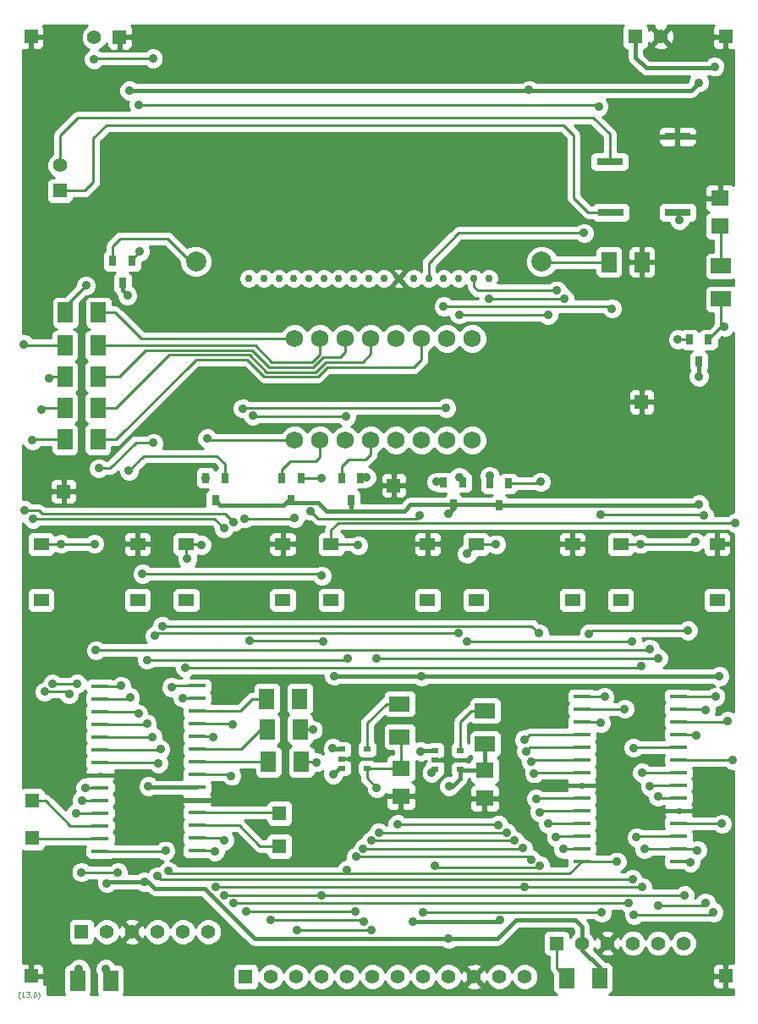
<source format=gtl>
G04 (created by PCBNEW (2013-07-07 BZR 4022)-stable) date 06/03/2017 2:17:35 PM*
%MOIN*%
G04 Gerber Fmt 3.4, Leading zero omitted, Abs format*
%FSLAX34Y34*%
G01*
G70*
G90*
G04 APERTURE LIST*
%ADD10C,0.00590551*%
%ADD11C,0.00393701*%
%ADD12R,0.104724X0.0314961*%
%ADD13R,0.0315X0.0394*%
%ADD14R,0.06X0.08*%
%ADD15R,0.08X0.06*%
%ADD16R,0.055X0.055*%
%ADD17C,0.055*%
%ADD18R,0.0610236X0.0511811*%
%ADD19R,0.0708661X0.015748*%
%ADD20C,0.0295276*%
%ADD21C,0.0787402*%
%ADD22C,0.0688976*%
%ADD23R,0.071X0.063*%
%ADD24R,0.03X0.02*%
%ADD25C,0.035*%
%ADD26C,0.015748*%
%ADD27C,0.01*%
G04 APERTURE END LIST*
G54D10*
G54D11*
X64978Y-78245D02*
X64969Y-78235D01*
X64950Y-78207D01*
X64940Y-78188D01*
X64931Y-78160D01*
X64922Y-78113D01*
X64922Y-78076D01*
X64931Y-78029D01*
X64940Y-78001D01*
X64950Y-77982D01*
X64969Y-77954D01*
X64978Y-77945D01*
X65156Y-78170D02*
X65044Y-78170D01*
X65100Y-78170D02*
X65100Y-77973D01*
X65081Y-78001D01*
X65062Y-78020D01*
X65044Y-78029D01*
X65222Y-77973D02*
X65344Y-77973D01*
X65278Y-78048D01*
X65306Y-78048D01*
X65325Y-78057D01*
X65334Y-78067D01*
X65344Y-78085D01*
X65344Y-78132D01*
X65334Y-78151D01*
X65325Y-78160D01*
X65306Y-78170D01*
X65250Y-78170D01*
X65231Y-78160D01*
X65222Y-78151D01*
X65437Y-78160D02*
X65437Y-78170D01*
X65428Y-78188D01*
X65419Y-78198D01*
X65559Y-77973D02*
X65578Y-77973D01*
X65597Y-77982D01*
X65606Y-77992D01*
X65615Y-78010D01*
X65625Y-78048D01*
X65625Y-78095D01*
X65615Y-78132D01*
X65606Y-78151D01*
X65597Y-78160D01*
X65578Y-78170D01*
X65559Y-78170D01*
X65540Y-78160D01*
X65531Y-78151D01*
X65522Y-78132D01*
X65512Y-78095D01*
X65512Y-78048D01*
X65522Y-78010D01*
X65531Y-77992D01*
X65540Y-77982D01*
X65559Y-77973D01*
X65690Y-78245D02*
X65700Y-78235D01*
X65718Y-78207D01*
X65728Y-78188D01*
X65737Y-78160D01*
X65747Y-78113D01*
X65747Y-78076D01*
X65737Y-78029D01*
X65728Y-78001D01*
X65718Y-77982D01*
X65700Y-77954D01*
X65690Y-77945D01*
G54D12*
X88208Y-45255D03*
X88248Y-47263D03*
X90885Y-47263D03*
X90885Y-44271D03*
G54D13*
X72677Y-58582D03*
X72302Y-57716D03*
X73052Y-57716D03*
X75669Y-58582D03*
X75294Y-57716D03*
X76044Y-57716D03*
X78031Y-58582D03*
X77656Y-57716D03*
X78406Y-57716D03*
X82047Y-58759D03*
X81672Y-57893D03*
X82422Y-57893D03*
X83858Y-58799D03*
X83483Y-57933D03*
X84233Y-57933D03*
X69015Y-50039D03*
X68640Y-49173D03*
X69390Y-49173D03*
G54D14*
X68071Y-51200D03*
X66771Y-51200D03*
G54D15*
X92598Y-50669D03*
X92598Y-49369D03*
G54D14*
X68543Y-77519D03*
X67243Y-77519D03*
X68051Y-53740D03*
X66751Y-53740D03*
X88188Y-49212D03*
X89488Y-49212D03*
X76063Y-68897D03*
X74763Y-68897D03*
X76024Y-67618D03*
X74724Y-67618D03*
X87815Y-77421D03*
X86515Y-77421D03*
X68051Y-56200D03*
X66751Y-56200D03*
X68051Y-52500D03*
X66751Y-52500D03*
X76004Y-66417D03*
X74704Y-66417D03*
G54D15*
X83307Y-66889D03*
X83307Y-68189D03*
G54D14*
X68051Y-54960D03*
X66751Y-54960D03*
G54D15*
X79940Y-66613D03*
X79940Y-67913D03*
G54D16*
X67401Y-75590D03*
G54D17*
X68401Y-75590D03*
X69401Y-75590D03*
X70401Y-75590D03*
X71401Y-75590D03*
X72401Y-75590D03*
G54D16*
X86122Y-76043D03*
G54D17*
X87122Y-76043D03*
X88122Y-76043D03*
X89122Y-76043D03*
X90122Y-76043D03*
X91122Y-76043D03*
G54D16*
X89224Y-40334D03*
G54D17*
X90224Y-40334D03*
G54D16*
X68905Y-40354D03*
G54D17*
X67905Y-40354D03*
G54D16*
X73870Y-77362D03*
G54D17*
X74870Y-77362D03*
X75870Y-77362D03*
X76870Y-77362D03*
X77870Y-77362D03*
X78870Y-77362D03*
X79870Y-77362D03*
X80870Y-77362D03*
X81870Y-77362D03*
X82870Y-77362D03*
X83870Y-77362D03*
X84870Y-77362D03*
G54D16*
X75196Y-70925D03*
X65472Y-71889D03*
X75196Y-72224D03*
X65472Y-70433D03*
G54D18*
X82942Y-60317D03*
X82942Y-62517D03*
X86742Y-62517D03*
X86742Y-60317D03*
X88651Y-60317D03*
X88651Y-62517D03*
X92451Y-62517D03*
X92451Y-60317D03*
X77233Y-60317D03*
X77233Y-62517D03*
X81033Y-62517D03*
X81033Y-60317D03*
X71525Y-60317D03*
X71525Y-62517D03*
X75325Y-62517D03*
X75325Y-60317D03*
X65816Y-60317D03*
X65816Y-62517D03*
X69616Y-62517D03*
X69616Y-60317D03*
G54D19*
X87114Y-66330D03*
X87114Y-66830D03*
X87114Y-67330D03*
X87114Y-67830D03*
X87114Y-68330D03*
X87114Y-68830D03*
X87114Y-69330D03*
X87114Y-69830D03*
X87114Y-70330D03*
X87114Y-70830D03*
X87114Y-71330D03*
X87114Y-71830D03*
X87114Y-72330D03*
X87114Y-72830D03*
X90929Y-72818D03*
X90929Y-72318D03*
X90929Y-71818D03*
X90929Y-71318D03*
X90929Y-70818D03*
X90929Y-70318D03*
X90929Y-69818D03*
X90929Y-69318D03*
X90929Y-68818D03*
X90929Y-68318D03*
X90929Y-67818D03*
X90929Y-67318D03*
X90929Y-66818D03*
X90929Y-66318D03*
X68137Y-65917D03*
X68137Y-66417D03*
X68137Y-66917D03*
X68137Y-67417D03*
X68137Y-67917D03*
X68137Y-68417D03*
X68137Y-68917D03*
X68137Y-69417D03*
X68137Y-69917D03*
X68137Y-70417D03*
X68137Y-70917D03*
X68137Y-71417D03*
X68137Y-71917D03*
X68137Y-72417D03*
X71952Y-72405D03*
X71952Y-71905D03*
X71952Y-71405D03*
X71952Y-70905D03*
X71952Y-70405D03*
X71952Y-69905D03*
X71952Y-69405D03*
X71952Y-68905D03*
X71952Y-68405D03*
X71952Y-67905D03*
X71952Y-67405D03*
X71952Y-66905D03*
X71952Y-66405D03*
X71952Y-65905D03*
G54D20*
X73996Y-49862D03*
X74586Y-49862D03*
X75177Y-49862D03*
X75767Y-49862D03*
X76358Y-49862D03*
X76948Y-49862D03*
X77539Y-49862D03*
X78129Y-49862D03*
X78720Y-49862D03*
X79311Y-49862D03*
X79901Y-49862D03*
X80492Y-49862D03*
X81082Y-49862D03*
X81673Y-49862D03*
X82263Y-49862D03*
X82854Y-49862D03*
X83444Y-49862D03*
G54D21*
X85531Y-49192D03*
X71909Y-49192D03*
G54D22*
X75799Y-56232D03*
X76799Y-56232D03*
X77799Y-56232D03*
X78799Y-56232D03*
X79799Y-56232D03*
X80799Y-56232D03*
X81799Y-56232D03*
X82799Y-56232D03*
X82799Y-52232D03*
X81799Y-52232D03*
X80799Y-52232D03*
X79799Y-52232D03*
X78799Y-52232D03*
X77799Y-52232D03*
X76799Y-52232D03*
X75799Y-52232D03*
G54D23*
X83287Y-69233D03*
X83287Y-70333D03*
X79980Y-69154D03*
X79980Y-70254D03*
X92559Y-47794D03*
X92559Y-46694D03*
G54D16*
X79704Y-58011D03*
X65413Y-77342D03*
X92775Y-77342D03*
X65413Y-40334D03*
X92775Y-40334D03*
X66692Y-58248D03*
X89468Y-54724D03*
G54D24*
X81330Y-68443D03*
X81330Y-69193D03*
X82330Y-68443D03*
X81330Y-68818D03*
X82330Y-69193D03*
X77649Y-68404D03*
X77649Y-69154D03*
X78649Y-68404D03*
X77649Y-68779D03*
X78649Y-69154D03*
G54D16*
X66555Y-46405D03*
G54D17*
X66555Y-45405D03*
G54D13*
X91732Y-53129D03*
X91357Y-52263D03*
X92107Y-52263D03*
G54D25*
X91732Y-53720D03*
X81889Y-69862D03*
X85039Y-42440D03*
X69212Y-50531D03*
X69291Y-42460D03*
X91732Y-42145D03*
X91732Y-58759D03*
X81850Y-59114D03*
X81870Y-75866D03*
X70039Y-69862D03*
X69881Y-73622D03*
X68405Y-73681D03*
X68366Y-77066D03*
X80866Y-74822D03*
X87893Y-74842D03*
X87874Y-67362D03*
X79862Y-71358D03*
X83818Y-71377D03*
X84842Y-68031D03*
X79114Y-71692D03*
X84153Y-71692D03*
X84921Y-68484D03*
X75905Y-75531D03*
X78838Y-75511D03*
X78818Y-72007D03*
X84468Y-72007D03*
X85118Y-68897D03*
X74862Y-75118D03*
X78523Y-75177D03*
X78503Y-72322D03*
X84783Y-72303D03*
X85236Y-69350D03*
X73877Y-74783D03*
X78188Y-74803D03*
X78208Y-72637D03*
X85118Y-72755D03*
X85314Y-70354D03*
X88799Y-66811D03*
X88956Y-74468D03*
X73385Y-74468D03*
X73307Y-69448D03*
X70944Y-65964D03*
X71397Y-66377D03*
X67303Y-77047D03*
X67401Y-73248D03*
X68838Y-73267D03*
X68956Y-65905D03*
X69311Y-66358D03*
X69271Y-57440D03*
X69645Y-67007D03*
X69803Y-61496D03*
X76870Y-61574D03*
X76870Y-57716D03*
X69980Y-67401D03*
X69980Y-64881D03*
X77893Y-64842D03*
X78622Y-57696D03*
X82283Y-57677D03*
X82244Y-63838D03*
X70275Y-63937D03*
X70196Y-67913D03*
X70511Y-68405D03*
X70590Y-63543D03*
X85433Y-63838D03*
X85492Y-57874D03*
X66141Y-53799D03*
X66259Y-65826D03*
X67224Y-65826D03*
X67421Y-70413D03*
X67578Y-50137D03*
X67559Y-69921D03*
X65472Y-56240D03*
X65492Y-59330D03*
X73011Y-59704D03*
X72578Y-67913D03*
X65137Y-52460D03*
X65157Y-58996D03*
X73385Y-59448D03*
X73366Y-67421D03*
X65826Y-55039D03*
X65944Y-66141D03*
X66909Y-66240D03*
X67185Y-70925D03*
X89271Y-71870D03*
X89114Y-73523D03*
X70393Y-73405D03*
X70433Y-68956D03*
X66830Y-62618D03*
X89173Y-74921D03*
X92303Y-74822D03*
X92381Y-66338D03*
X90118Y-74566D03*
X91988Y-74448D03*
X92007Y-66870D03*
X79035Y-69921D03*
X79035Y-64822D03*
X90118Y-64822D03*
X90118Y-70275D03*
X68090Y-57342D03*
X70236Y-56338D03*
X70216Y-41200D03*
X67893Y-41220D03*
X67913Y-60314D03*
X67972Y-64507D03*
X89783Y-64448D03*
X89803Y-69862D03*
X66594Y-60314D03*
X88011Y-66338D03*
X76870Y-74153D03*
X91397Y-72854D03*
X91161Y-74153D03*
X73031Y-74173D03*
X73031Y-71988D03*
X91673Y-72381D03*
X91299Y-63720D03*
X87401Y-63858D03*
X87204Y-48070D03*
X84862Y-73838D03*
X89586Y-72342D03*
X89507Y-73838D03*
X72696Y-73838D03*
X72657Y-72421D03*
X92736Y-51751D03*
X92874Y-67283D03*
X90964Y-47559D03*
X90905Y-52263D03*
X76004Y-66417D03*
X81771Y-54960D03*
X73759Y-54980D03*
X73838Y-59311D03*
X75807Y-59291D03*
X80728Y-59192D03*
X76437Y-59015D03*
X76515Y-67637D03*
X77834Y-55295D03*
X74153Y-55255D03*
X74035Y-64133D03*
X76909Y-64153D03*
X76653Y-68917D03*
X81397Y-57874D03*
X83484Y-57637D03*
X72302Y-57716D03*
X72362Y-56161D03*
X81200Y-69330D03*
X81318Y-72992D03*
X85472Y-72992D03*
X85452Y-70885D03*
X72125Y-60354D03*
X71574Y-60905D03*
X71496Y-65196D03*
X89468Y-65137D03*
X89488Y-69330D03*
X78307Y-60374D03*
X93169Y-59488D03*
X93070Y-68838D03*
X83740Y-60334D03*
X82598Y-60708D03*
X82598Y-64153D03*
X89094Y-64153D03*
X89153Y-68346D03*
X89431Y-60317D03*
X91594Y-60236D03*
X91633Y-67854D03*
X82283Y-51279D03*
X85787Y-51299D03*
X85787Y-71338D03*
X86102Y-71850D03*
X86122Y-50334D03*
X83444Y-50649D03*
X86417Y-50649D03*
X86397Y-72342D03*
X69704Y-48799D03*
X69665Y-43011D03*
X87775Y-43090D03*
X87874Y-59153D03*
X91929Y-59192D03*
X92637Y-71338D03*
X81673Y-50964D03*
X88307Y-51043D03*
X88484Y-72834D03*
X77874Y-73149D03*
X70826Y-73208D03*
X70708Y-72401D03*
X77322Y-69389D03*
X77303Y-68366D03*
X77362Y-65511D03*
X92342Y-41515D03*
X92539Y-65531D03*
X80807Y-65531D03*
X80767Y-68484D03*
X80452Y-75177D03*
X83897Y-75118D03*
G54D26*
X91732Y-53129D02*
X91732Y-53720D01*
X82330Y-69193D02*
X82330Y-69555D01*
X82023Y-69862D02*
X81889Y-69862D01*
X82330Y-69555D02*
X82023Y-69862D01*
X83307Y-68189D02*
X83307Y-69213D01*
X83307Y-69213D02*
X83287Y-69233D01*
X83287Y-69233D02*
X82370Y-69233D01*
X82370Y-69233D02*
X82330Y-69193D01*
X85039Y-42440D02*
X85039Y-42460D01*
X69015Y-50334D02*
X69015Y-50039D01*
X69212Y-50531D02*
X69015Y-50334D01*
X91417Y-42460D02*
X85039Y-42460D01*
X85039Y-42460D02*
X69291Y-42460D01*
X91732Y-42145D02*
X91417Y-42460D01*
X83858Y-58799D02*
X91692Y-58799D01*
X91692Y-58799D02*
X91732Y-58759D01*
X75669Y-58582D02*
X75551Y-58582D01*
X72874Y-58779D02*
X72677Y-58582D01*
X75354Y-58779D02*
X72874Y-58779D01*
X75551Y-58582D02*
X75354Y-58779D01*
X77972Y-59015D02*
X77047Y-59015D01*
X75767Y-58681D02*
X75669Y-58582D01*
X76712Y-58681D02*
X75767Y-58681D01*
X77047Y-59015D02*
X76712Y-58681D01*
X82047Y-58759D02*
X80374Y-58759D01*
X78031Y-58956D02*
X78031Y-58582D01*
X77972Y-59015D02*
X78031Y-58956D01*
X80118Y-59015D02*
X77972Y-59015D01*
X80374Y-58759D02*
X80118Y-59015D01*
X82047Y-58759D02*
X83818Y-58759D01*
X83818Y-58759D02*
X83858Y-58799D01*
X81850Y-59114D02*
X82047Y-58917D01*
X82047Y-58917D02*
X82047Y-58759D01*
X87122Y-76043D02*
X87122Y-76314D01*
X87815Y-77008D02*
X87815Y-77421D01*
X87122Y-76314D02*
X87815Y-77008D01*
X81870Y-75866D02*
X83779Y-75866D01*
X87122Y-75389D02*
X87122Y-76043D01*
X86850Y-75118D02*
X87122Y-75389D01*
X84527Y-75118D02*
X86850Y-75118D01*
X83779Y-75866D02*
X84527Y-75118D01*
X69881Y-73622D02*
X70019Y-73622D01*
X74212Y-75866D02*
X81870Y-75866D01*
X72244Y-73897D02*
X74212Y-75866D01*
X70295Y-73897D02*
X72244Y-73897D01*
X70019Y-73622D02*
X70295Y-73897D01*
X70082Y-69905D02*
X71952Y-69905D01*
X70039Y-69862D02*
X70082Y-69905D01*
X68464Y-73622D02*
X69881Y-73622D01*
X68405Y-73681D02*
X68464Y-73622D01*
G54D27*
X68543Y-77244D02*
X68543Y-77519D01*
X68366Y-77066D02*
X68543Y-77244D01*
X87114Y-67330D02*
X87842Y-67330D01*
X87874Y-74822D02*
X80866Y-74822D01*
X87893Y-74842D02*
X87874Y-74822D01*
X87842Y-67330D02*
X87874Y-67362D01*
X87114Y-67830D02*
X85043Y-67830D01*
X83799Y-71358D02*
X79862Y-71358D01*
X83818Y-71377D02*
X83799Y-71358D01*
X85043Y-67830D02*
X84842Y-68031D01*
X87114Y-68330D02*
X85074Y-68330D01*
X84153Y-71692D02*
X79114Y-71692D01*
X85074Y-68330D02*
X84921Y-68484D01*
X87114Y-68830D02*
X85185Y-68830D01*
X78818Y-75531D02*
X75905Y-75531D01*
X78838Y-75511D02*
X78818Y-75531D01*
X84468Y-72007D02*
X78818Y-72007D01*
X85185Y-68830D02*
X85118Y-68897D01*
X87114Y-69330D02*
X85255Y-69330D01*
X78464Y-75118D02*
X74862Y-75118D01*
X78523Y-75177D02*
X78464Y-75118D01*
X84763Y-72322D02*
X78503Y-72322D01*
X84783Y-72303D02*
X84763Y-72322D01*
X85255Y-69330D02*
X85236Y-69350D01*
X87114Y-70330D02*
X85338Y-70330D01*
X78169Y-74783D02*
X73877Y-74783D01*
X78188Y-74803D02*
X78169Y-74783D01*
X85000Y-72637D02*
X78208Y-72637D01*
X85118Y-72755D02*
X85000Y-72637D01*
X85338Y-70330D02*
X85314Y-70354D01*
X71952Y-69405D02*
X73263Y-69405D01*
X88779Y-66830D02*
X87114Y-66830D01*
X88799Y-66811D02*
X88779Y-66830D01*
X73385Y-74468D02*
X88956Y-74468D01*
X73263Y-69405D02*
X73307Y-69448D01*
X71952Y-65905D02*
X71003Y-65905D01*
X71003Y-65905D02*
X70944Y-65964D01*
X71952Y-66405D02*
X71425Y-66405D01*
X71425Y-66405D02*
X71397Y-66377D01*
X67243Y-77106D02*
X67243Y-77519D01*
X67303Y-77047D02*
X67243Y-77106D01*
X68137Y-65917D02*
X68944Y-65917D01*
X68818Y-73248D02*
X67401Y-73248D01*
X68838Y-73267D02*
X68818Y-73248D01*
X68944Y-65917D02*
X68956Y-65905D01*
X73052Y-57716D02*
X73052Y-57166D01*
X69251Y-66417D02*
X68137Y-66417D01*
X69311Y-66358D02*
X69251Y-66417D01*
X69862Y-56850D02*
X69271Y-57440D01*
X72736Y-56850D02*
X69862Y-56850D01*
X73052Y-57166D02*
X72736Y-56850D01*
X76044Y-57716D02*
X76870Y-57716D01*
X69555Y-66917D02*
X68137Y-66917D01*
X69645Y-67007D02*
X69555Y-66917D01*
X76791Y-61496D02*
X69803Y-61496D01*
X76870Y-61574D02*
X76791Y-61496D01*
X76870Y-57716D02*
X76870Y-57716D01*
X78406Y-57716D02*
X78602Y-57716D01*
X69964Y-67417D02*
X68137Y-67417D01*
X69980Y-67401D02*
X69964Y-67417D01*
X77854Y-64881D02*
X69980Y-64881D01*
X77893Y-64842D02*
X77854Y-64881D01*
X78602Y-57716D02*
X78622Y-57696D01*
X68137Y-67917D02*
X70192Y-67917D01*
X82422Y-57815D02*
X82422Y-57893D01*
X82283Y-57677D02*
X82422Y-57815D01*
X70374Y-63838D02*
X82244Y-63838D01*
X70275Y-63937D02*
X70374Y-63838D01*
X70192Y-67917D02*
X70196Y-67913D01*
X84233Y-57933D02*
X85433Y-57933D01*
X70500Y-68417D02*
X68137Y-68417D01*
X70511Y-68405D02*
X70500Y-68417D01*
X85137Y-63543D02*
X70590Y-63543D01*
X85433Y-63838D02*
X85137Y-63543D01*
X85433Y-57933D02*
X85492Y-57874D01*
X68137Y-70417D02*
X67425Y-70417D01*
X66200Y-53740D02*
X66751Y-53740D01*
X66141Y-53799D02*
X66200Y-53740D01*
X67224Y-65826D02*
X66259Y-65826D01*
X67425Y-70417D02*
X67421Y-70413D01*
X68137Y-69917D02*
X67562Y-69917D01*
X66771Y-50945D02*
X66771Y-51200D01*
X67578Y-50137D02*
X66771Y-50945D01*
X67562Y-69917D02*
X67559Y-69921D01*
X71952Y-68905D02*
X74755Y-68905D01*
X74755Y-68905D02*
X74763Y-68897D01*
X71952Y-68405D02*
X73681Y-68405D01*
X74468Y-67618D02*
X74724Y-67618D01*
X73681Y-68405D02*
X74468Y-67618D01*
X71952Y-67905D02*
X72570Y-67905D01*
X65511Y-56200D02*
X66751Y-56200D01*
X65472Y-56240D02*
X65511Y-56200D01*
X72637Y-59330D02*
X65492Y-59330D01*
X73011Y-59704D02*
X72637Y-59330D01*
X72570Y-67905D02*
X72578Y-67913D01*
X71952Y-67405D02*
X73350Y-67405D01*
X65177Y-52500D02*
X66751Y-52500D01*
X65137Y-52460D02*
X65177Y-52500D01*
X65728Y-58996D02*
X65157Y-58996D01*
X65866Y-59133D02*
X65728Y-58996D01*
X73070Y-59133D02*
X65866Y-59133D01*
X73385Y-59448D02*
X73070Y-59133D01*
X73350Y-67405D02*
X73366Y-67421D01*
X71952Y-66905D02*
X73645Y-66905D01*
X74133Y-66417D02*
X74704Y-66417D01*
X73645Y-66905D02*
X74133Y-66417D01*
X68137Y-70917D02*
X67192Y-70917D01*
X65905Y-54960D02*
X66751Y-54960D01*
X65826Y-55039D02*
X65905Y-54960D01*
X66811Y-66141D02*
X65944Y-66141D01*
X66909Y-66240D02*
X66811Y-66141D01*
X67192Y-70917D02*
X67185Y-70925D01*
X68137Y-68917D02*
X70393Y-68917D01*
X89322Y-71818D02*
X90929Y-71818D01*
X89271Y-71870D02*
X89322Y-71818D01*
X70511Y-73523D02*
X89114Y-73523D01*
X70393Y-73405D02*
X70511Y-73523D01*
X70393Y-68917D02*
X70433Y-68956D01*
X90929Y-66318D02*
X92362Y-66318D01*
X92204Y-74921D02*
X89173Y-74921D01*
X92303Y-74822D02*
X92204Y-74921D01*
X92362Y-66318D02*
X92381Y-66338D01*
X90929Y-66818D02*
X91956Y-66818D01*
X91870Y-74566D02*
X90118Y-74566D01*
X91988Y-74448D02*
X91870Y-74566D01*
X91956Y-66818D02*
X92007Y-66870D01*
X79980Y-69154D02*
X79980Y-67953D01*
X79980Y-67953D02*
X79940Y-67913D01*
X78649Y-69154D02*
X79980Y-69154D01*
X79980Y-69154D02*
X79980Y-69154D01*
X90929Y-70318D02*
X90161Y-70318D01*
X78649Y-69535D02*
X78649Y-69154D01*
X79035Y-69921D02*
X78649Y-69535D01*
X90118Y-64822D02*
X79035Y-64822D01*
X90161Y-70318D02*
X90118Y-70275D01*
X68523Y-57342D02*
X68090Y-57342D01*
X69547Y-56318D02*
X68523Y-57342D01*
X70216Y-56318D02*
X69547Y-56318D01*
X70236Y-56338D02*
X70216Y-56318D01*
X67913Y-41200D02*
X70216Y-41200D01*
X67893Y-41220D02*
X67913Y-41200D01*
X90929Y-69818D02*
X89846Y-69818D01*
X67911Y-60317D02*
X65816Y-60317D01*
X67913Y-60314D02*
X67911Y-60317D01*
X89724Y-64507D02*
X67972Y-64507D01*
X89783Y-64448D02*
X89724Y-64507D01*
X89846Y-69818D02*
X89803Y-69862D01*
X65816Y-60317D02*
X65818Y-60314D01*
X65818Y-60314D02*
X66594Y-60314D01*
X86122Y-76043D02*
X86122Y-77027D01*
X86122Y-77027D02*
X86515Y-77421D01*
X87114Y-66330D02*
X88003Y-66330D01*
X88003Y-66330D02*
X88011Y-66338D01*
X71952Y-71905D02*
X72948Y-71905D01*
X91362Y-72818D02*
X90929Y-72818D01*
X91397Y-72854D02*
X91362Y-72818D01*
X73051Y-74153D02*
X76870Y-74153D01*
X76870Y-74153D02*
X91161Y-74153D01*
X73031Y-74173D02*
X73051Y-74153D01*
X72948Y-71905D02*
X73031Y-71988D01*
X81082Y-49862D02*
X81082Y-49251D01*
X91610Y-72318D02*
X90929Y-72318D01*
X91673Y-72381D02*
X91610Y-72318D01*
X87539Y-63720D02*
X91299Y-63720D01*
X87401Y-63858D02*
X87539Y-63720D01*
X82263Y-48070D02*
X87204Y-48070D01*
X81082Y-49251D02*
X82263Y-48070D01*
X71952Y-72405D02*
X72641Y-72405D01*
X89610Y-72318D02*
X90929Y-72318D01*
X89586Y-72342D02*
X89610Y-72318D01*
X72696Y-73838D02*
X84862Y-73838D01*
X84862Y-73838D02*
X89507Y-73838D01*
X72641Y-72405D02*
X72657Y-72421D01*
X88188Y-49212D02*
X85551Y-49212D01*
X85551Y-49212D02*
X85531Y-49192D01*
X68640Y-49173D02*
X68640Y-48581D01*
X71692Y-49192D02*
X71909Y-49192D01*
X70785Y-48285D02*
X71692Y-49192D01*
X68937Y-48285D02*
X70785Y-48285D01*
X68640Y-48581D02*
X68937Y-48285D01*
X78649Y-68404D02*
X78649Y-67374D01*
X79409Y-66613D02*
X79940Y-66613D01*
X78649Y-67374D02*
X79409Y-66613D01*
X92598Y-49369D02*
X92598Y-47833D01*
X92598Y-47833D02*
X92559Y-47794D01*
X90929Y-67318D02*
X92838Y-67318D01*
X92736Y-51751D02*
X92598Y-51614D01*
X92838Y-67318D02*
X92874Y-67283D01*
X92598Y-50669D02*
X92598Y-51614D01*
X92598Y-51614D02*
X92598Y-51772D01*
X92598Y-51772D02*
X92107Y-52263D01*
X88208Y-45255D02*
X88208Y-44173D01*
X66555Y-44212D02*
X66555Y-45405D01*
X67244Y-43523D02*
X66555Y-44212D01*
X87559Y-43523D02*
X67244Y-43523D01*
X88208Y-44173D02*
X87559Y-43523D01*
X88248Y-47263D02*
X87362Y-47263D01*
X67511Y-46405D02*
X66555Y-46405D01*
X67874Y-46043D02*
X67511Y-46405D01*
X67874Y-44330D02*
X67874Y-46043D01*
X68385Y-43818D02*
X67874Y-44330D01*
X86397Y-43818D02*
X68385Y-43818D01*
X86791Y-44212D02*
X86397Y-43818D01*
X86791Y-46692D02*
X86791Y-44212D01*
X87362Y-47263D02*
X86791Y-46692D01*
X91357Y-52263D02*
X90905Y-52263D01*
X90885Y-47480D02*
X90885Y-47263D01*
X90964Y-47559D02*
X90885Y-47480D01*
X90905Y-52263D02*
X90905Y-52263D01*
X82330Y-68443D02*
X82330Y-67314D01*
X82756Y-66889D02*
X83307Y-66889D01*
X82330Y-67314D02*
X82756Y-66889D01*
X68051Y-52500D02*
X74251Y-52500D01*
X76799Y-52846D02*
X76799Y-52232D01*
X76496Y-53149D02*
X76799Y-52846D01*
X74901Y-53149D02*
X76496Y-53149D01*
X74251Y-52500D02*
X74901Y-53149D01*
X73779Y-54960D02*
X81771Y-54960D01*
X73759Y-54980D02*
X73779Y-54960D01*
X75787Y-59311D02*
X73838Y-59311D01*
X75807Y-59291D02*
X75787Y-59311D01*
X68051Y-56200D02*
X68759Y-56200D01*
X80799Y-53059D02*
X80799Y-52232D01*
X80492Y-53366D02*
X80799Y-53059D01*
X77076Y-53366D02*
X80492Y-53366D01*
X76722Y-53720D02*
X77076Y-53366D01*
X74606Y-53720D02*
X76722Y-53720D01*
X73937Y-53051D02*
X74606Y-53720D01*
X71909Y-53051D02*
X73937Y-53051D01*
X68759Y-56200D02*
X71909Y-53051D01*
X76024Y-67618D02*
X76496Y-67618D01*
X80610Y-59311D02*
X80728Y-59192D01*
X76732Y-59311D02*
X80610Y-59311D01*
X76437Y-59015D02*
X76732Y-59311D01*
X76496Y-67618D02*
X76515Y-67637D01*
X76063Y-68897D02*
X76633Y-68897D01*
X74192Y-55295D02*
X77834Y-55295D01*
X74153Y-55255D02*
X74192Y-55295D01*
X76889Y-64133D02*
X74035Y-64133D01*
X76909Y-64153D02*
X76889Y-64133D01*
X76633Y-68897D02*
X76653Y-68917D01*
X68051Y-54960D02*
X68759Y-54960D01*
X78799Y-52834D02*
X78799Y-52232D01*
X78484Y-53149D02*
X78799Y-52834D01*
X77027Y-53149D02*
X78484Y-53149D01*
X76633Y-53543D02*
X77027Y-53149D01*
X74704Y-53543D02*
X76633Y-53543D01*
X74035Y-52874D02*
X74704Y-53543D01*
X70846Y-52874D02*
X74035Y-52874D01*
X68759Y-54960D02*
X70846Y-52874D01*
X68051Y-53740D02*
X68877Y-53740D01*
X77799Y-52771D02*
X77799Y-52232D01*
X77598Y-52972D02*
X77799Y-52771D01*
X76909Y-52972D02*
X77598Y-52972D01*
X76535Y-53346D02*
X76909Y-52972D01*
X74803Y-53346D02*
X76535Y-53346D01*
X74133Y-52677D02*
X74803Y-53346D01*
X69940Y-52677D02*
X74133Y-52677D01*
X68877Y-53740D02*
X69940Y-52677D01*
X68071Y-51200D02*
X68720Y-51200D01*
X69751Y-52232D02*
X75799Y-52232D01*
X68720Y-51200D02*
X69751Y-52232D01*
X71952Y-71405D02*
X73610Y-71405D01*
X74429Y-72224D02*
X75196Y-72224D01*
X73610Y-71405D02*
X74429Y-72224D01*
X68137Y-71417D02*
X66968Y-71417D01*
X65984Y-70433D02*
X65472Y-70433D01*
X66968Y-71417D02*
X65984Y-70433D01*
X68137Y-71917D02*
X65500Y-71917D01*
X65500Y-71917D02*
X65472Y-71889D01*
X71952Y-70905D02*
X75177Y-70905D01*
X75177Y-70905D02*
X75196Y-70925D01*
X77656Y-57716D02*
X77656Y-57264D01*
X78799Y-56791D02*
X78799Y-56232D01*
X78582Y-57007D02*
X78799Y-56791D01*
X77913Y-57007D02*
X78582Y-57007D01*
X77656Y-57264D02*
X77913Y-57007D01*
X81672Y-57893D02*
X81417Y-57893D01*
X81417Y-57893D02*
X81397Y-57874D01*
X83483Y-57933D02*
X83483Y-57638D01*
X83483Y-57638D02*
X83484Y-57637D01*
X75294Y-57716D02*
X75294Y-57400D01*
X76799Y-56881D02*
X76799Y-56232D01*
X76614Y-57066D02*
X76799Y-56881D01*
X75627Y-57066D02*
X76614Y-57066D01*
X75294Y-57400D02*
X75627Y-57066D01*
X75799Y-56232D02*
X72433Y-56232D01*
X72362Y-56161D02*
X72433Y-56232D01*
X87114Y-70830D02*
X85507Y-70830D01*
X81330Y-69200D02*
X81330Y-69193D01*
X81200Y-69330D02*
X81330Y-69200D01*
X81397Y-73070D02*
X81318Y-72992D01*
X85393Y-73070D02*
X81397Y-73070D01*
X85472Y-72992D02*
X85393Y-73070D01*
X85507Y-70830D02*
X85452Y-70885D01*
X71525Y-60317D02*
X72088Y-60317D01*
X72088Y-60317D02*
X72125Y-60354D01*
X90929Y-69318D02*
X89500Y-69318D01*
X71525Y-60855D02*
X71525Y-60317D01*
X71574Y-60905D02*
X71525Y-60855D01*
X89409Y-65196D02*
X71496Y-65196D01*
X89468Y-65137D02*
X89409Y-65196D01*
X89500Y-69318D02*
X89488Y-69330D01*
X77233Y-60317D02*
X78250Y-60317D01*
X78250Y-60317D02*
X78307Y-60374D01*
X92480Y-68818D02*
X93050Y-68818D01*
X77233Y-59774D02*
X77233Y-60317D01*
X77519Y-59488D02*
X77233Y-59774D01*
X93011Y-59488D02*
X77519Y-59488D01*
X93169Y-59488D02*
X93011Y-59488D01*
X93050Y-68818D02*
X93070Y-68838D01*
X90929Y-68818D02*
X92479Y-68818D01*
X92479Y-68818D02*
X92480Y-68818D01*
X82942Y-60317D02*
X83722Y-60317D01*
X83722Y-60317D02*
X83740Y-60334D01*
X90929Y-68318D02*
X89181Y-68318D01*
X82942Y-60364D02*
X82942Y-60317D01*
X82598Y-60708D02*
X82942Y-60364D01*
X89094Y-64153D02*
X82598Y-64153D01*
X89181Y-68318D02*
X89153Y-68346D01*
X88651Y-60317D02*
X89431Y-60317D01*
X90929Y-67818D02*
X91598Y-67818D01*
X91513Y-60317D02*
X88651Y-60317D01*
X91594Y-60236D02*
X91513Y-60317D01*
X91598Y-67818D02*
X91633Y-67854D01*
X87114Y-71330D02*
X85795Y-71330D01*
X85767Y-51279D02*
X82283Y-51279D01*
X85787Y-51299D02*
X85767Y-51279D01*
X85795Y-71330D02*
X85787Y-71338D01*
X82854Y-49862D02*
X82854Y-50177D01*
X86122Y-71830D02*
X87114Y-71830D01*
X86102Y-71850D02*
X86122Y-71830D01*
X83011Y-50334D02*
X86122Y-50334D01*
X82854Y-50177D02*
X83011Y-50334D01*
X87114Y-72330D02*
X86409Y-72330D01*
X86417Y-50649D02*
X83444Y-50649D01*
X86409Y-72330D02*
X86397Y-72342D01*
X90929Y-71318D02*
X92618Y-71318D01*
X69390Y-49113D02*
X69390Y-49173D01*
X69704Y-48799D02*
X69390Y-49113D01*
X87696Y-43011D02*
X69665Y-43011D01*
X87775Y-43090D02*
X87696Y-43011D01*
X91889Y-59153D02*
X87874Y-59153D01*
X91929Y-59192D02*
X91889Y-59153D01*
X92618Y-71318D02*
X92637Y-71338D01*
X87114Y-72830D02*
X88480Y-72830D01*
X88228Y-50964D02*
X81673Y-50964D01*
X88307Y-51043D02*
X88228Y-50964D01*
X88480Y-72830D02*
X88484Y-72834D01*
X77874Y-73149D02*
X77874Y-73307D01*
X68137Y-72417D02*
X70692Y-72417D01*
X86637Y-73307D02*
X87114Y-72830D01*
X70925Y-73307D02*
X77874Y-73307D01*
X77874Y-73307D02*
X86637Y-73307D01*
X70826Y-73208D02*
X70925Y-73307D01*
X70692Y-72417D02*
X70708Y-72401D01*
G54D26*
X77558Y-69154D02*
X77649Y-69154D01*
X77322Y-69389D02*
X77558Y-69154D01*
X80807Y-65531D02*
X77381Y-65531D01*
X77341Y-68404D02*
X77649Y-68404D01*
X77303Y-68366D02*
X77341Y-68404D01*
X77381Y-65531D02*
X77362Y-65511D01*
X89224Y-41153D02*
X89224Y-40334D01*
X89645Y-41574D02*
X89224Y-41153D01*
X92283Y-41574D02*
X89645Y-41574D01*
X92342Y-41515D02*
X92283Y-41574D01*
X80807Y-65531D02*
X92539Y-65531D01*
X80808Y-68443D02*
X81330Y-68443D01*
X80767Y-68484D02*
X80808Y-68443D01*
X83838Y-75177D02*
X80452Y-75177D01*
X83897Y-75118D02*
X83838Y-75177D01*
G54D10*
G36*
X86793Y-75629D02*
X86677Y-75745D01*
X86647Y-75818D01*
X86647Y-75718D01*
X86609Y-75626D01*
X86538Y-75556D01*
X86446Y-75518D01*
X86347Y-75518D01*
X85797Y-75518D01*
X85705Y-75556D01*
X85635Y-75626D01*
X85597Y-75718D01*
X85597Y-75817D01*
X85597Y-76367D01*
X85634Y-76459D01*
X85705Y-76530D01*
X85797Y-76568D01*
X85822Y-76568D01*
X85822Y-77027D01*
X85844Y-77142D01*
X85909Y-77240D01*
X85965Y-77295D01*
X85965Y-77870D01*
X86003Y-77962D01*
X86073Y-78033D01*
X86131Y-78057D01*
X85395Y-78057D01*
X85395Y-77258D01*
X85315Y-77065D01*
X85167Y-76917D01*
X84974Y-76837D01*
X84766Y-76837D01*
X84573Y-76916D01*
X84425Y-77064D01*
X84370Y-77197D01*
X84315Y-77065D01*
X84167Y-76917D01*
X83974Y-76837D01*
X83766Y-76837D01*
X83573Y-76916D01*
X83425Y-77064D01*
X83372Y-77190D01*
X83330Y-77089D01*
X83237Y-77065D01*
X83167Y-77135D01*
X83167Y-76994D01*
X83142Y-76901D01*
X82945Y-76832D01*
X82737Y-76843D01*
X82597Y-76901D01*
X82572Y-76994D01*
X82870Y-77291D01*
X83167Y-76994D01*
X83167Y-77135D01*
X82940Y-77362D01*
X83237Y-77659D01*
X83330Y-77635D01*
X83369Y-77525D01*
X83424Y-77659D01*
X83572Y-77807D01*
X83765Y-77887D01*
X83974Y-77887D01*
X84167Y-77807D01*
X84314Y-77659D01*
X84370Y-77526D01*
X84424Y-77659D01*
X84572Y-77807D01*
X84765Y-77887D01*
X84974Y-77887D01*
X85167Y-77807D01*
X85314Y-77659D01*
X85394Y-77467D01*
X85395Y-77258D01*
X85395Y-78057D01*
X83167Y-78057D01*
X83167Y-77729D01*
X82870Y-77432D01*
X82799Y-77503D01*
X82799Y-77362D01*
X82502Y-77065D01*
X82409Y-77089D01*
X82370Y-77199D01*
X82315Y-77065D01*
X82167Y-76917D01*
X81974Y-76837D01*
X81766Y-76837D01*
X81573Y-76916D01*
X81425Y-77064D01*
X81370Y-77197D01*
X81315Y-77065D01*
X81167Y-76917D01*
X80974Y-76837D01*
X80766Y-76837D01*
X80573Y-76916D01*
X80425Y-77064D01*
X80370Y-77197D01*
X80315Y-77065D01*
X80167Y-76917D01*
X79974Y-76837D01*
X79766Y-76837D01*
X79573Y-76916D01*
X79425Y-77064D01*
X79370Y-77197D01*
X79315Y-77065D01*
X79167Y-76917D01*
X78974Y-76837D01*
X78766Y-76837D01*
X78573Y-76916D01*
X78425Y-77064D01*
X78370Y-77197D01*
X78315Y-77065D01*
X78167Y-76917D01*
X77974Y-76837D01*
X77766Y-76837D01*
X77573Y-76916D01*
X77425Y-77064D01*
X77370Y-77197D01*
X77315Y-77065D01*
X77167Y-76917D01*
X76974Y-76837D01*
X76766Y-76837D01*
X76573Y-76916D01*
X76425Y-77064D01*
X76370Y-77197D01*
X76315Y-77065D01*
X76167Y-76917D01*
X75974Y-76837D01*
X75766Y-76837D01*
X75573Y-76916D01*
X75425Y-77064D01*
X75370Y-77197D01*
X75315Y-77065D01*
X75167Y-76917D01*
X74974Y-76837D01*
X74766Y-76837D01*
X74573Y-76916D01*
X74425Y-77064D01*
X74395Y-77137D01*
X74395Y-77037D01*
X74357Y-76945D01*
X74286Y-76875D01*
X74195Y-76837D01*
X74095Y-76837D01*
X73545Y-76837D01*
X73453Y-76875D01*
X73383Y-76945D01*
X73345Y-77037D01*
X73345Y-77136D01*
X73345Y-77686D01*
X73383Y-77778D01*
X73453Y-77849D01*
X73545Y-77887D01*
X73644Y-77887D01*
X74194Y-77887D01*
X74286Y-77849D01*
X74356Y-77779D01*
X74395Y-77687D01*
X74395Y-77587D01*
X74395Y-77587D01*
X74424Y-77659D01*
X74572Y-77807D01*
X74765Y-77887D01*
X74974Y-77887D01*
X75167Y-77807D01*
X75314Y-77659D01*
X75370Y-77526D01*
X75424Y-77659D01*
X75572Y-77807D01*
X75765Y-77887D01*
X75974Y-77887D01*
X76167Y-77807D01*
X76314Y-77659D01*
X76370Y-77526D01*
X76424Y-77659D01*
X76572Y-77807D01*
X76765Y-77887D01*
X76974Y-77887D01*
X77167Y-77807D01*
X77314Y-77659D01*
X77370Y-77526D01*
X77424Y-77659D01*
X77572Y-77807D01*
X77765Y-77887D01*
X77974Y-77887D01*
X78167Y-77807D01*
X78314Y-77659D01*
X78370Y-77526D01*
X78424Y-77659D01*
X78572Y-77807D01*
X78765Y-77887D01*
X78974Y-77887D01*
X79167Y-77807D01*
X79314Y-77659D01*
X79370Y-77526D01*
X79424Y-77659D01*
X79572Y-77807D01*
X79765Y-77887D01*
X79974Y-77887D01*
X80167Y-77807D01*
X80314Y-77659D01*
X80370Y-77526D01*
X80424Y-77659D01*
X80572Y-77807D01*
X80765Y-77887D01*
X80974Y-77887D01*
X81167Y-77807D01*
X81314Y-77659D01*
X81370Y-77526D01*
X81424Y-77659D01*
X81572Y-77807D01*
X81765Y-77887D01*
X81974Y-77887D01*
X82167Y-77807D01*
X82314Y-77659D01*
X82367Y-77533D01*
X82409Y-77635D01*
X82502Y-77659D01*
X82799Y-77362D01*
X82799Y-77503D01*
X82572Y-77729D01*
X82597Y-77822D01*
X82794Y-77892D01*
X83002Y-77880D01*
X83142Y-77822D01*
X83167Y-77729D01*
X83167Y-78057D01*
X72926Y-78057D01*
X72926Y-75486D01*
X72846Y-75293D01*
X72699Y-75145D01*
X72506Y-75065D01*
X72297Y-75065D01*
X72104Y-75145D01*
X71956Y-75292D01*
X71901Y-75425D01*
X71846Y-75293D01*
X71699Y-75145D01*
X71506Y-75065D01*
X71297Y-75065D01*
X71104Y-75145D01*
X70956Y-75292D01*
X70901Y-75425D01*
X70846Y-75293D01*
X70699Y-75145D01*
X70506Y-75065D01*
X70297Y-75065D01*
X70104Y-75145D01*
X69956Y-75292D01*
X69904Y-75419D01*
X69862Y-75317D01*
X69769Y-75293D01*
X69698Y-75364D01*
X69698Y-75222D01*
X69674Y-75130D01*
X69477Y-75060D01*
X69268Y-75071D01*
X69128Y-75130D01*
X69104Y-75222D01*
X69401Y-75519D01*
X69698Y-75222D01*
X69698Y-75364D01*
X69472Y-75590D01*
X69769Y-75887D01*
X69862Y-75863D01*
X69900Y-75753D01*
X69956Y-75887D01*
X70103Y-76035D01*
X70296Y-76115D01*
X70505Y-76115D01*
X70698Y-76035D01*
X70846Y-75888D01*
X70901Y-75755D01*
X70956Y-75887D01*
X71103Y-76035D01*
X71296Y-76115D01*
X71505Y-76115D01*
X71698Y-76035D01*
X71846Y-75888D01*
X71901Y-75755D01*
X71956Y-75887D01*
X72103Y-76035D01*
X72296Y-76115D01*
X72505Y-76115D01*
X72698Y-76035D01*
X72846Y-75888D01*
X72926Y-75695D01*
X72926Y-75486D01*
X72926Y-78057D01*
X69698Y-78057D01*
X69698Y-75958D01*
X69401Y-75661D01*
X69330Y-75731D01*
X69330Y-75590D01*
X69033Y-75293D01*
X68941Y-75317D01*
X68902Y-75427D01*
X68846Y-75293D01*
X68699Y-75145D01*
X68506Y-75065D01*
X68297Y-75065D01*
X68104Y-75145D01*
X67956Y-75292D01*
X67926Y-75365D01*
X67926Y-75266D01*
X67888Y-75174D01*
X67818Y-75103D01*
X67726Y-75065D01*
X67627Y-75065D01*
X67077Y-75065D01*
X66985Y-75103D01*
X66914Y-75173D01*
X66876Y-75265D01*
X66876Y-75365D01*
X66876Y-75915D01*
X66914Y-76006D01*
X66984Y-76077D01*
X67076Y-76115D01*
X67176Y-76115D01*
X67726Y-76115D01*
X67818Y-76077D01*
X67888Y-76007D01*
X67926Y-75915D01*
X67926Y-75816D01*
X67926Y-75815D01*
X67956Y-75887D01*
X68103Y-76035D01*
X68296Y-76115D01*
X68505Y-76115D01*
X68698Y-76035D01*
X68846Y-75888D01*
X68898Y-75761D01*
X68941Y-75863D01*
X69033Y-75887D01*
X69330Y-75590D01*
X69330Y-75731D01*
X69104Y-75958D01*
X69128Y-76051D01*
X69325Y-76120D01*
X69534Y-76109D01*
X69674Y-76051D01*
X69698Y-75958D01*
X69698Y-78057D01*
X69057Y-78057D01*
X69093Y-77969D01*
X69093Y-77870D01*
X69093Y-77070D01*
X69055Y-76978D01*
X68985Y-76907D01*
X68893Y-76869D01*
X68794Y-76869D01*
X68744Y-76869D01*
X68726Y-76826D01*
X68607Y-76706D01*
X68451Y-76642D01*
X68281Y-76641D01*
X68125Y-76706D01*
X68006Y-76825D01*
X67941Y-76982D01*
X67941Y-77151D01*
X67993Y-77278D01*
X67993Y-77969D01*
X68029Y-78057D01*
X67757Y-78057D01*
X67793Y-77969D01*
X67793Y-77870D01*
X67793Y-77070D01*
X67755Y-76978D01*
X67719Y-76941D01*
X67663Y-76806D01*
X67544Y-76687D01*
X67388Y-76622D01*
X67218Y-76622D01*
X67062Y-76686D01*
X66943Y-76806D01*
X66916Y-76869D01*
X66894Y-76869D01*
X66802Y-76907D01*
X66731Y-76977D01*
X66693Y-77069D01*
X66693Y-77169D01*
X66693Y-77969D01*
X66729Y-78057D01*
X66063Y-78057D01*
X66063Y-77643D01*
X65938Y-77643D01*
X65938Y-77568D01*
X65938Y-77117D01*
X65938Y-77017D01*
X65900Y-76925D01*
X65829Y-76855D01*
X65737Y-76817D01*
X65525Y-76817D01*
X65463Y-76880D01*
X65463Y-77292D01*
X65875Y-77292D01*
X65938Y-77230D01*
X65938Y-77117D01*
X65938Y-77568D01*
X65938Y-77455D01*
X65875Y-77392D01*
X65463Y-77392D01*
X65463Y-77400D01*
X65363Y-77400D01*
X65363Y-77392D01*
X65355Y-77392D01*
X65355Y-77292D01*
X65363Y-77292D01*
X65363Y-76880D01*
X65300Y-76817D01*
X65092Y-76817D01*
X65092Y-72391D01*
X65147Y-72414D01*
X65246Y-72414D01*
X65796Y-72414D01*
X65888Y-72376D01*
X65959Y-72306D01*
X65996Y-72217D01*
X67563Y-72217D01*
X67533Y-72288D01*
X67533Y-72388D01*
X67533Y-72545D01*
X67571Y-72637D01*
X67641Y-72707D01*
X67733Y-72746D01*
X67832Y-72746D01*
X68541Y-72746D01*
X68611Y-72717D01*
X70423Y-72717D01*
X70467Y-72761D01*
X70623Y-72826D01*
X70638Y-72826D01*
X70586Y-72848D01*
X70466Y-72967D01*
X70461Y-72980D01*
X70309Y-72980D01*
X70153Y-73045D01*
X70033Y-73164D01*
X70012Y-73215D01*
X69966Y-73197D01*
X69797Y-73196D01*
X69641Y-73261D01*
X69609Y-73293D01*
X69263Y-73293D01*
X69263Y-73183D01*
X69199Y-73027D01*
X69079Y-72907D01*
X68923Y-72842D01*
X68754Y-72842D01*
X68598Y-72907D01*
X68557Y-72948D01*
X67702Y-72948D01*
X67642Y-72887D01*
X67486Y-72823D01*
X67317Y-72822D01*
X67161Y-72887D01*
X67041Y-73006D01*
X66976Y-73163D01*
X66976Y-73332D01*
X67041Y-73488D01*
X67160Y-73608D01*
X67316Y-73672D01*
X67485Y-73673D01*
X67642Y-73608D01*
X67702Y-73548D01*
X68000Y-73548D01*
X67980Y-73596D01*
X67980Y-73765D01*
X68045Y-73921D01*
X68164Y-74041D01*
X68320Y-74106D01*
X68489Y-74106D01*
X68645Y-74041D01*
X68736Y-73950D01*
X69609Y-73950D01*
X69640Y-73982D01*
X69796Y-74046D01*
X69966Y-74047D01*
X69975Y-74043D01*
X70062Y-74130D01*
X70062Y-74130D01*
X70116Y-74165D01*
X70169Y-74201D01*
X70169Y-74201D01*
X70295Y-74226D01*
X72107Y-74226D01*
X73980Y-76098D01*
X73980Y-76098D01*
X74086Y-76169D01*
X74212Y-76194D01*
X74212Y-76194D01*
X81597Y-76194D01*
X81629Y-76226D01*
X81785Y-76291D01*
X81954Y-76291D01*
X82110Y-76226D01*
X82142Y-76194D01*
X83779Y-76194D01*
X83905Y-76169D01*
X83905Y-76169D01*
X84011Y-76098D01*
X84663Y-75446D01*
X86714Y-75446D01*
X86793Y-75525D01*
X86793Y-75629D01*
X86793Y-75629D01*
G37*
G54D27*
X86793Y-75629D02*
X86677Y-75745D01*
X86647Y-75818D01*
X86647Y-75718D01*
X86609Y-75626D01*
X86538Y-75556D01*
X86446Y-75518D01*
X86347Y-75518D01*
X85797Y-75518D01*
X85705Y-75556D01*
X85635Y-75626D01*
X85597Y-75718D01*
X85597Y-75817D01*
X85597Y-76367D01*
X85634Y-76459D01*
X85705Y-76530D01*
X85797Y-76568D01*
X85822Y-76568D01*
X85822Y-77027D01*
X85844Y-77142D01*
X85909Y-77240D01*
X85965Y-77295D01*
X85965Y-77870D01*
X86003Y-77962D01*
X86073Y-78033D01*
X86131Y-78057D01*
X85395Y-78057D01*
X85395Y-77258D01*
X85315Y-77065D01*
X85167Y-76917D01*
X84974Y-76837D01*
X84766Y-76837D01*
X84573Y-76916D01*
X84425Y-77064D01*
X84370Y-77197D01*
X84315Y-77065D01*
X84167Y-76917D01*
X83974Y-76837D01*
X83766Y-76837D01*
X83573Y-76916D01*
X83425Y-77064D01*
X83372Y-77190D01*
X83330Y-77089D01*
X83237Y-77065D01*
X83167Y-77135D01*
X83167Y-76994D01*
X83142Y-76901D01*
X82945Y-76832D01*
X82737Y-76843D01*
X82597Y-76901D01*
X82572Y-76994D01*
X82870Y-77291D01*
X83167Y-76994D01*
X83167Y-77135D01*
X82940Y-77362D01*
X83237Y-77659D01*
X83330Y-77635D01*
X83369Y-77525D01*
X83424Y-77659D01*
X83572Y-77807D01*
X83765Y-77887D01*
X83974Y-77887D01*
X84167Y-77807D01*
X84314Y-77659D01*
X84370Y-77526D01*
X84424Y-77659D01*
X84572Y-77807D01*
X84765Y-77887D01*
X84974Y-77887D01*
X85167Y-77807D01*
X85314Y-77659D01*
X85394Y-77467D01*
X85395Y-77258D01*
X85395Y-78057D01*
X83167Y-78057D01*
X83167Y-77729D01*
X82870Y-77432D01*
X82799Y-77503D01*
X82799Y-77362D01*
X82502Y-77065D01*
X82409Y-77089D01*
X82370Y-77199D01*
X82315Y-77065D01*
X82167Y-76917D01*
X81974Y-76837D01*
X81766Y-76837D01*
X81573Y-76916D01*
X81425Y-77064D01*
X81370Y-77197D01*
X81315Y-77065D01*
X81167Y-76917D01*
X80974Y-76837D01*
X80766Y-76837D01*
X80573Y-76916D01*
X80425Y-77064D01*
X80370Y-77197D01*
X80315Y-77065D01*
X80167Y-76917D01*
X79974Y-76837D01*
X79766Y-76837D01*
X79573Y-76916D01*
X79425Y-77064D01*
X79370Y-77197D01*
X79315Y-77065D01*
X79167Y-76917D01*
X78974Y-76837D01*
X78766Y-76837D01*
X78573Y-76916D01*
X78425Y-77064D01*
X78370Y-77197D01*
X78315Y-77065D01*
X78167Y-76917D01*
X77974Y-76837D01*
X77766Y-76837D01*
X77573Y-76916D01*
X77425Y-77064D01*
X77370Y-77197D01*
X77315Y-77065D01*
X77167Y-76917D01*
X76974Y-76837D01*
X76766Y-76837D01*
X76573Y-76916D01*
X76425Y-77064D01*
X76370Y-77197D01*
X76315Y-77065D01*
X76167Y-76917D01*
X75974Y-76837D01*
X75766Y-76837D01*
X75573Y-76916D01*
X75425Y-77064D01*
X75370Y-77197D01*
X75315Y-77065D01*
X75167Y-76917D01*
X74974Y-76837D01*
X74766Y-76837D01*
X74573Y-76916D01*
X74425Y-77064D01*
X74395Y-77137D01*
X74395Y-77037D01*
X74357Y-76945D01*
X74286Y-76875D01*
X74195Y-76837D01*
X74095Y-76837D01*
X73545Y-76837D01*
X73453Y-76875D01*
X73383Y-76945D01*
X73345Y-77037D01*
X73345Y-77136D01*
X73345Y-77686D01*
X73383Y-77778D01*
X73453Y-77849D01*
X73545Y-77887D01*
X73644Y-77887D01*
X74194Y-77887D01*
X74286Y-77849D01*
X74356Y-77779D01*
X74395Y-77687D01*
X74395Y-77587D01*
X74395Y-77587D01*
X74424Y-77659D01*
X74572Y-77807D01*
X74765Y-77887D01*
X74974Y-77887D01*
X75167Y-77807D01*
X75314Y-77659D01*
X75370Y-77526D01*
X75424Y-77659D01*
X75572Y-77807D01*
X75765Y-77887D01*
X75974Y-77887D01*
X76167Y-77807D01*
X76314Y-77659D01*
X76370Y-77526D01*
X76424Y-77659D01*
X76572Y-77807D01*
X76765Y-77887D01*
X76974Y-77887D01*
X77167Y-77807D01*
X77314Y-77659D01*
X77370Y-77526D01*
X77424Y-77659D01*
X77572Y-77807D01*
X77765Y-77887D01*
X77974Y-77887D01*
X78167Y-77807D01*
X78314Y-77659D01*
X78370Y-77526D01*
X78424Y-77659D01*
X78572Y-77807D01*
X78765Y-77887D01*
X78974Y-77887D01*
X79167Y-77807D01*
X79314Y-77659D01*
X79370Y-77526D01*
X79424Y-77659D01*
X79572Y-77807D01*
X79765Y-77887D01*
X79974Y-77887D01*
X80167Y-77807D01*
X80314Y-77659D01*
X80370Y-77526D01*
X80424Y-77659D01*
X80572Y-77807D01*
X80765Y-77887D01*
X80974Y-77887D01*
X81167Y-77807D01*
X81314Y-77659D01*
X81370Y-77526D01*
X81424Y-77659D01*
X81572Y-77807D01*
X81765Y-77887D01*
X81974Y-77887D01*
X82167Y-77807D01*
X82314Y-77659D01*
X82367Y-77533D01*
X82409Y-77635D01*
X82502Y-77659D01*
X82799Y-77362D01*
X82799Y-77503D01*
X82572Y-77729D01*
X82597Y-77822D01*
X82794Y-77892D01*
X83002Y-77880D01*
X83142Y-77822D01*
X83167Y-77729D01*
X83167Y-78057D01*
X72926Y-78057D01*
X72926Y-75486D01*
X72846Y-75293D01*
X72699Y-75145D01*
X72506Y-75065D01*
X72297Y-75065D01*
X72104Y-75145D01*
X71956Y-75292D01*
X71901Y-75425D01*
X71846Y-75293D01*
X71699Y-75145D01*
X71506Y-75065D01*
X71297Y-75065D01*
X71104Y-75145D01*
X70956Y-75292D01*
X70901Y-75425D01*
X70846Y-75293D01*
X70699Y-75145D01*
X70506Y-75065D01*
X70297Y-75065D01*
X70104Y-75145D01*
X69956Y-75292D01*
X69904Y-75419D01*
X69862Y-75317D01*
X69769Y-75293D01*
X69698Y-75364D01*
X69698Y-75222D01*
X69674Y-75130D01*
X69477Y-75060D01*
X69268Y-75071D01*
X69128Y-75130D01*
X69104Y-75222D01*
X69401Y-75519D01*
X69698Y-75222D01*
X69698Y-75364D01*
X69472Y-75590D01*
X69769Y-75887D01*
X69862Y-75863D01*
X69900Y-75753D01*
X69956Y-75887D01*
X70103Y-76035D01*
X70296Y-76115D01*
X70505Y-76115D01*
X70698Y-76035D01*
X70846Y-75888D01*
X70901Y-75755D01*
X70956Y-75887D01*
X71103Y-76035D01*
X71296Y-76115D01*
X71505Y-76115D01*
X71698Y-76035D01*
X71846Y-75888D01*
X71901Y-75755D01*
X71956Y-75887D01*
X72103Y-76035D01*
X72296Y-76115D01*
X72505Y-76115D01*
X72698Y-76035D01*
X72846Y-75888D01*
X72926Y-75695D01*
X72926Y-75486D01*
X72926Y-78057D01*
X69698Y-78057D01*
X69698Y-75958D01*
X69401Y-75661D01*
X69330Y-75731D01*
X69330Y-75590D01*
X69033Y-75293D01*
X68941Y-75317D01*
X68902Y-75427D01*
X68846Y-75293D01*
X68699Y-75145D01*
X68506Y-75065D01*
X68297Y-75065D01*
X68104Y-75145D01*
X67956Y-75292D01*
X67926Y-75365D01*
X67926Y-75266D01*
X67888Y-75174D01*
X67818Y-75103D01*
X67726Y-75065D01*
X67627Y-75065D01*
X67077Y-75065D01*
X66985Y-75103D01*
X66914Y-75173D01*
X66876Y-75265D01*
X66876Y-75365D01*
X66876Y-75915D01*
X66914Y-76006D01*
X66984Y-76077D01*
X67076Y-76115D01*
X67176Y-76115D01*
X67726Y-76115D01*
X67818Y-76077D01*
X67888Y-76007D01*
X67926Y-75915D01*
X67926Y-75816D01*
X67926Y-75815D01*
X67956Y-75887D01*
X68103Y-76035D01*
X68296Y-76115D01*
X68505Y-76115D01*
X68698Y-76035D01*
X68846Y-75888D01*
X68898Y-75761D01*
X68941Y-75863D01*
X69033Y-75887D01*
X69330Y-75590D01*
X69330Y-75731D01*
X69104Y-75958D01*
X69128Y-76051D01*
X69325Y-76120D01*
X69534Y-76109D01*
X69674Y-76051D01*
X69698Y-75958D01*
X69698Y-78057D01*
X69057Y-78057D01*
X69093Y-77969D01*
X69093Y-77870D01*
X69093Y-77070D01*
X69055Y-76978D01*
X68985Y-76907D01*
X68893Y-76869D01*
X68794Y-76869D01*
X68744Y-76869D01*
X68726Y-76826D01*
X68607Y-76706D01*
X68451Y-76642D01*
X68281Y-76641D01*
X68125Y-76706D01*
X68006Y-76825D01*
X67941Y-76982D01*
X67941Y-77151D01*
X67993Y-77278D01*
X67993Y-77969D01*
X68029Y-78057D01*
X67757Y-78057D01*
X67793Y-77969D01*
X67793Y-77870D01*
X67793Y-77070D01*
X67755Y-76978D01*
X67719Y-76941D01*
X67663Y-76806D01*
X67544Y-76687D01*
X67388Y-76622D01*
X67218Y-76622D01*
X67062Y-76686D01*
X66943Y-76806D01*
X66916Y-76869D01*
X66894Y-76869D01*
X66802Y-76907D01*
X66731Y-76977D01*
X66693Y-77069D01*
X66693Y-77169D01*
X66693Y-77969D01*
X66729Y-78057D01*
X66063Y-78057D01*
X66063Y-77643D01*
X65938Y-77643D01*
X65938Y-77568D01*
X65938Y-77117D01*
X65938Y-77017D01*
X65900Y-76925D01*
X65829Y-76855D01*
X65737Y-76817D01*
X65525Y-76817D01*
X65463Y-76880D01*
X65463Y-77292D01*
X65875Y-77292D01*
X65938Y-77230D01*
X65938Y-77117D01*
X65938Y-77568D01*
X65938Y-77455D01*
X65875Y-77392D01*
X65463Y-77392D01*
X65463Y-77400D01*
X65363Y-77400D01*
X65363Y-77392D01*
X65355Y-77392D01*
X65355Y-77292D01*
X65363Y-77292D01*
X65363Y-76880D01*
X65300Y-76817D01*
X65092Y-76817D01*
X65092Y-72391D01*
X65147Y-72414D01*
X65246Y-72414D01*
X65796Y-72414D01*
X65888Y-72376D01*
X65959Y-72306D01*
X65996Y-72217D01*
X67563Y-72217D01*
X67533Y-72288D01*
X67533Y-72388D01*
X67533Y-72545D01*
X67571Y-72637D01*
X67641Y-72707D01*
X67733Y-72746D01*
X67832Y-72746D01*
X68541Y-72746D01*
X68611Y-72717D01*
X70423Y-72717D01*
X70467Y-72761D01*
X70623Y-72826D01*
X70638Y-72826D01*
X70586Y-72848D01*
X70466Y-72967D01*
X70461Y-72980D01*
X70309Y-72980D01*
X70153Y-73045D01*
X70033Y-73164D01*
X70012Y-73215D01*
X69966Y-73197D01*
X69797Y-73196D01*
X69641Y-73261D01*
X69609Y-73293D01*
X69263Y-73293D01*
X69263Y-73183D01*
X69199Y-73027D01*
X69079Y-72907D01*
X68923Y-72842D01*
X68754Y-72842D01*
X68598Y-72907D01*
X68557Y-72948D01*
X67702Y-72948D01*
X67642Y-72887D01*
X67486Y-72823D01*
X67317Y-72822D01*
X67161Y-72887D01*
X67041Y-73006D01*
X66976Y-73163D01*
X66976Y-73332D01*
X67041Y-73488D01*
X67160Y-73608D01*
X67316Y-73672D01*
X67485Y-73673D01*
X67642Y-73608D01*
X67702Y-73548D01*
X68000Y-73548D01*
X67980Y-73596D01*
X67980Y-73765D01*
X68045Y-73921D01*
X68164Y-74041D01*
X68320Y-74106D01*
X68489Y-74106D01*
X68645Y-74041D01*
X68736Y-73950D01*
X69609Y-73950D01*
X69640Y-73982D01*
X69796Y-74046D01*
X69966Y-74047D01*
X69975Y-74043D01*
X70062Y-74130D01*
X70062Y-74130D01*
X70116Y-74165D01*
X70169Y-74201D01*
X70169Y-74201D01*
X70295Y-74226D01*
X72107Y-74226D01*
X73980Y-76098D01*
X73980Y-76098D01*
X74086Y-76169D01*
X74212Y-76194D01*
X74212Y-76194D01*
X81597Y-76194D01*
X81629Y-76226D01*
X81785Y-76291D01*
X81954Y-76291D01*
X82110Y-76226D01*
X82142Y-76194D01*
X83779Y-76194D01*
X83905Y-76169D01*
X83905Y-76169D01*
X84011Y-76098D01*
X84663Y-75446D01*
X86714Y-75446D01*
X86793Y-75525D01*
X86793Y-75629D01*
G54D10*
G36*
X93096Y-59063D02*
X93085Y-59063D01*
X92928Y-59127D01*
X92868Y-59188D01*
X92354Y-59188D01*
X92354Y-59108D01*
X92289Y-58952D01*
X92170Y-58832D01*
X92157Y-58827D01*
X92157Y-58675D01*
X92092Y-58519D01*
X91973Y-58399D01*
X91817Y-58334D01*
X91648Y-58334D01*
X91491Y-58399D01*
X91420Y-58470D01*
X90038Y-58470D01*
X90038Y-49563D01*
X90038Y-48862D01*
X90038Y-48762D01*
X90000Y-48670D01*
X89930Y-48600D01*
X89838Y-48562D01*
X89601Y-48562D01*
X89538Y-48625D01*
X89538Y-49162D01*
X89976Y-49162D01*
X90038Y-49100D01*
X90038Y-48862D01*
X90038Y-49563D01*
X90038Y-49325D01*
X89976Y-49262D01*
X89538Y-49262D01*
X89538Y-49800D01*
X89601Y-49862D01*
X89838Y-49862D01*
X89930Y-49824D01*
X90000Y-49754D01*
X90038Y-49662D01*
X90038Y-49563D01*
X90038Y-58470D01*
X89993Y-58470D01*
X89993Y-54949D01*
X89993Y-54498D01*
X89993Y-54399D01*
X89955Y-54307D01*
X89884Y-54237D01*
X89793Y-54199D01*
X89581Y-54199D01*
X89518Y-54261D01*
X89518Y-54674D01*
X89931Y-54674D01*
X89993Y-54611D01*
X89993Y-54498D01*
X89993Y-54949D01*
X89993Y-54836D01*
X89931Y-54774D01*
X89518Y-54774D01*
X89518Y-55186D01*
X89581Y-55249D01*
X89793Y-55249D01*
X89884Y-55211D01*
X89955Y-55141D01*
X89993Y-55049D01*
X89993Y-54949D01*
X89993Y-58470D01*
X89438Y-58470D01*
X89438Y-49800D01*
X89438Y-49262D01*
X89438Y-49162D01*
X89438Y-48625D01*
X89376Y-48562D01*
X89139Y-48562D01*
X89047Y-48600D01*
X88976Y-48670D01*
X88938Y-48762D01*
X88938Y-48862D01*
X88938Y-49100D01*
X89001Y-49162D01*
X89438Y-49162D01*
X89438Y-49262D01*
X89001Y-49262D01*
X88938Y-49325D01*
X88938Y-49563D01*
X88938Y-49662D01*
X88976Y-49754D01*
X89047Y-49824D01*
X89139Y-49862D01*
X89376Y-49862D01*
X89438Y-49800D01*
X89438Y-58470D01*
X89418Y-58470D01*
X89418Y-55186D01*
X89418Y-54774D01*
X89418Y-54674D01*
X89418Y-54261D01*
X89356Y-54199D01*
X89143Y-54199D01*
X89052Y-54237D01*
X88981Y-54307D01*
X88943Y-54399D01*
X88943Y-54498D01*
X88943Y-54611D01*
X89006Y-54674D01*
X89418Y-54674D01*
X89418Y-54774D01*
X89006Y-54774D01*
X88943Y-54836D01*
X88943Y-54949D01*
X88943Y-55049D01*
X88981Y-55141D01*
X89052Y-55211D01*
X89143Y-55249D01*
X89356Y-55249D01*
X89418Y-55186D01*
X89418Y-58470D01*
X88738Y-58470D01*
X88738Y-49563D01*
X88738Y-48763D01*
X88700Y-48671D01*
X88630Y-48600D01*
X88538Y-48562D01*
X88439Y-48562D01*
X87839Y-48562D01*
X87747Y-48600D01*
X87676Y-48670D01*
X87638Y-48762D01*
X87638Y-48862D01*
X87638Y-48912D01*
X86112Y-48912D01*
X86077Y-48828D01*
X85896Y-48647D01*
X85660Y-48549D01*
X85404Y-48549D01*
X85167Y-48646D01*
X84986Y-48827D01*
X84887Y-49064D01*
X84887Y-49320D01*
X84985Y-49557D01*
X85166Y-49738D01*
X85402Y-49836D01*
X85658Y-49836D01*
X85895Y-49738D01*
X86076Y-49558D01*
X86095Y-49512D01*
X87638Y-49512D01*
X87638Y-49662D01*
X87676Y-49754D01*
X87746Y-49824D01*
X87838Y-49862D01*
X87938Y-49862D01*
X88538Y-49862D01*
X88630Y-49824D01*
X88700Y-49754D01*
X88738Y-49662D01*
X88738Y-49563D01*
X88738Y-58470D01*
X88732Y-58470D01*
X88732Y-50959D01*
X88667Y-50802D01*
X88548Y-50683D01*
X88391Y-50618D01*
X88222Y-50618D01*
X88110Y-50664D01*
X86842Y-50664D01*
X86842Y-50565D01*
X86777Y-50409D01*
X86658Y-50289D01*
X86543Y-50241D01*
X86482Y-50094D01*
X86363Y-49974D01*
X86206Y-49909D01*
X86037Y-49909D01*
X85881Y-49974D01*
X85821Y-50034D01*
X83803Y-50034D01*
X83842Y-49941D01*
X83842Y-49783D01*
X83782Y-49637D01*
X83670Y-49525D01*
X83524Y-49464D01*
X83366Y-49464D01*
X83219Y-49524D01*
X83149Y-49595D01*
X83079Y-49525D01*
X82933Y-49464D01*
X82775Y-49464D01*
X82629Y-49524D01*
X82559Y-49595D01*
X82489Y-49525D01*
X82343Y-49464D01*
X82185Y-49464D01*
X82038Y-49524D01*
X81968Y-49595D01*
X81898Y-49525D01*
X81752Y-49464D01*
X81594Y-49464D01*
X81448Y-49524D01*
X81382Y-49590D01*
X81382Y-49376D01*
X82388Y-48370D01*
X86903Y-48370D01*
X86963Y-48430D01*
X87119Y-48495D01*
X87288Y-48495D01*
X87445Y-48431D01*
X87564Y-48311D01*
X87629Y-48155D01*
X87629Y-47986D01*
X87565Y-47830D01*
X87445Y-47710D01*
X87289Y-47645D01*
X87120Y-47645D01*
X86964Y-47710D01*
X86903Y-47770D01*
X82263Y-47770D01*
X82148Y-47793D01*
X82051Y-47858D01*
X80870Y-49039D01*
X80805Y-49137D01*
X80782Y-49251D01*
X80782Y-49590D01*
X80717Y-49525D01*
X80571Y-49464D01*
X80413Y-49464D01*
X80267Y-49524D01*
X80155Y-49636D01*
X80124Y-49709D01*
X80106Y-49728D01*
X80106Y-49586D01*
X80097Y-49507D01*
X79946Y-49459D01*
X79789Y-49472D01*
X79705Y-49507D01*
X79697Y-49586D01*
X79901Y-49791D01*
X80106Y-49586D01*
X80106Y-49728D01*
X79972Y-49862D01*
X80124Y-50014D01*
X80154Y-50087D01*
X80266Y-50199D01*
X80412Y-50259D01*
X80570Y-50259D01*
X80717Y-50199D01*
X80787Y-50129D01*
X80857Y-50199D01*
X81003Y-50259D01*
X81161Y-50259D01*
X81307Y-50199D01*
X81377Y-50129D01*
X81447Y-50199D01*
X81593Y-50259D01*
X81751Y-50259D01*
X81898Y-50199D01*
X81968Y-50129D01*
X82038Y-50199D01*
X82184Y-50259D01*
X82342Y-50259D01*
X82488Y-50199D01*
X82554Y-50134D01*
X82554Y-50177D01*
X82577Y-50291D01*
X82642Y-50389D01*
X82799Y-50546D01*
X82799Y-50546D01*
X82897Y-50611D01*
X83011Y-50634D01*
X83019Y-50634D01*
X83019Y-50664D01*
X81974Y-50664D01*
X81914Y-50604D01*
X81758Y-50539D01*
X81589Y-50539D01*
X81432Y-50604D01*
X81313Y-50723D01*
X81248Y-50879D01*
X81248Y-51048D01*
X81312Y-51204D01*
X81432Y-51324D01*
X81588Y-51389D01*
X81757Y-51389D01*
X81858Y-51347D01*
X81858Y-51363D01*
X81922Y-51519D01*
X82042Y-51639D01*
X82198Y-51704D01*
X82367Y-51704D01*
X82523Y-51640D01*
X82584Y-51579D01*
X85466Y-51579D01*
X85546Y-51659D01*
X85702Y-51724D01*
X85871Y-51724D01*
X86027Y-51659D01*
X86147Y-51540D01*
X86212Y-51384D01*
X86212Y-51264D01*
X87938Y-51264D01*
X87946Y-51283D01*
X88066Y-51403D01*
X88222Y-51468D01*
X88391Y-51468D01*
X88547Y-51403D01*
X88667Y-51284D01*
X88732Y-51128D01*
X88732Y-50959D01*
X88732Y-58470D01*
X84231Y-58470D01*
X84227Y-58460D01*
X84157Y-58390D01*
X84133Y-58380D01*
X84440Y-58380D01*
X84532Y-58342D01*
X84602Y-58271D01*
X84618Y-58233D01*
X85250Y-58233D01*
X85251Y-58234D01*
X85407Y-58298D01*
X85576Y-58299D01*
X85732Y-58234D01*
X85852Y-58115D01*
X85917Y-57958D01*
X85917Y-57789D01*
X85852Y-57633D01*
X85733Y-57513D01*
X85577Y-57449D01*
X85407Y-57448D01*
X85251Y-57513D01*
X85132Y-57632D01*
X85131Y-57633D01*
X84618Y-57633D01*
X84602Y-57594D01*
X84532Y-57524D01*
X84440Y-57486D01*
X84341Y-57486D01*
X84026Y-57486D01*
X83934Y-57524D01*
X83907Y-57550D01*
X83844Y-57397D01*
X83725Y-57277D01*
X83569Y-57212D01*
X83400Y-57212D01*
X83243Y-57277D01*
X83124Y-57396D01*
X83059Y-57552D01*
X83059Y-57721D01*
X83075Y-57762D01*
X83075Y-57785D01*
X83075Y-58179D01*
X83113Y-58271D01*
X83183Y-58341D01*
X83275Y-58380D01*
X83375Y-58380D01*
X83583Y-58380D01*
X83559Y-58390D01*
X83518Y-58431D01*
X82420Y-58431D01*
X82416Y-58421D01*
X82346Y-58350D01*
X82322Y-58340D01*
X82629Y-58340D01*
X82721Y-58302D01*
X82791Y-58232D01*
X82829Y-58140D01*
X82829Y-58041D01*
X82829Y-57647D01*
X82791Y-57555D01*
X82721Y-57484D01*
X82651Y-57456D01*
X82643Y-57436D01*
X82524Y-57317D01*
X82368Y-57252D01*
X82199Y-57252D01*
X82043Y-57316D01*
X81923Y-57436D01*
X81913Y-57460D01*
X81879Y-57446D01*
X81780Y-57446D01*
X81465Y-57446D01*
X81459Y-57449D01*
X81313Y-57448D01*
X81157Y-57513D01*
X81037Y-57632D01*
X80972Y-57789D01*
X80972Y-57958D01*
X81037Y-58114D01*
X81156Y-58234D01*
X81312Y-58298D01*
X81369Y-58298D01*
X81372Y-58302D01*
X81464Y-58340D01*
X81564Y-58340D01*
X81772Y-58340D01*
X81748Y-58350D01*
X81677Y-58420D01*
X81673Y-58431D01*
X80374Y-58431D01*
X80248Y-58456D01*
X80229Y-58468D01*
X80229Y-58237D01*
X80229Y-57786D01*
X80229Y-57686D01*
X80191Y-57595D01*
X80121Y-57524D01*
X80029Y-57486D01*
X79817Y-57486D01*
X79754Y-57549D01*
X79754Y-57961D01*
X80167Y-57961D01*
X80229Y-57899D01*
X80229Y-57786D01*
X80229Y-58237D01*
X80229Y-58124D01*
X80167Y-58061D01*
X79754Y-58061D01*
X79754Y-58474D01*
X79817Y-58536D01*
X80029Y-58536D01*
X80121Y-58498D01*
X80191Y-58428D01*
X80229Y-58336D01*
X80229Y-58237D01*
X80229Y-58468D01*
X80141Y-58527D01*
X79981Y-58687D01*
X79654Y-58687D01*
X79654Y-58474D01*
X79654Y-58061D01*
X79654Y-57961D01*
X79654Y-57549D01*
X79592Y-57486D01*
X79380Y-57486D01*
X79288Y-57524D01*
X79217Y-57595D01*
X79179Y-57686D01*
X79179Y-57786D01*
X79179Y-57899D01*
X79242Y-57961D01*
X79654Y-57961D01*
X79654Y-58061D01*
X79242Y-58061D01*
X79179Y-58124D01*
X79179Y-58237D01*
X79179Y-58336D01*
X79217Y-58428D01*
X79288Y-58498D01*
X79380Y-58536D01*
X79592Y-58536D01*
X79654Y-58474D01*
X79654Y-58687D01*
X78439Y-58687D01*
X78439Y-58336D01*
X78401Y-58244D01*
X78330Y-58173D01*
X78306Y-58163D01*
X78613Y-58163D01*
X78705Y-58125D01*
X78711Y-58119D01*
X78862Y-58057D01*
X78982Y-57937D01*
X79046Y-57781D01*
X79047Y-57612D01*
X78982Y-57456D01*
X78863Y-57336D01*
X78713Y-57274D01*
X78794Y-57220D01*
X79011Y-57003D01*
X79011Y-57003D01*
X79076Y-56906D01*
X79099Y-56791D01*
X79099Y-56791D01*
X79099Y-56751D01*
X79135Y-56736D01*
X79299Y-56573D01*
X79462Y-56735D01*
X79680Y-56826D01*
X79916Y-56826D01*
X80135Y-56736D01*
X80299Y-56573D01*
X80462Y-56735D01*
X80680Y-56826D01*
X80916Y-56826D01*
X81135Y-56736D01*
X81299Y-56573D01*
X81462Y-56735D01*
X81680Y-56826D01*
X81916Y-56826D01*
X82135Y-56736D01*
X82299Y-56573D01*
X82462Y-56735D01*
X82680Y-56826D01*
X82916Y-56826D01*
X83135Y-56736D01*
X83302Y-56569D01*
X83393Y-56351D01*
X83393Y-56114D01*
X83393Y-52114D01*
X83303Y-51895D01*
X83136Y-51728D01*
X82917Y-51637D01*
X82681Y-51637D01*
X82462Y-51728D01*
X82299Y-51891D01*
X82136Y-51728D01*
X81917Y-51637D01*
X81681Y-51637D01*
X81462Y-51728D01*
X81299Y-51891D01*
X81136Y-51728D01*
X80917Y-51637D01*
X80681Y-51637D01*
X80462Y-51728D01*
X80299Y-51891D01*
X80136Y-51728D01*
X80106Y-51716D01*
X80106Y-50137D01*
X79901Y-49932D01*
X79830Y-50003D01*
X79830Y-49862D01*
X79678Y-49709D01*
X79648Y-49637D01*
X79536Y-49525D01*
X79390Y-49464D01*
X79232Y-49464D01*
X79086Y-49524D01*
X79015Y-49595D01*
X78946Y-49525D01*
X78799Y-49464D01*
X78641Y-49464D01*
X78495Y-49524D01*
X78425Y-49595D01*
X78355Y-49525D01*
X78209Y-49464D01*
X78051Y-49464D01*
X77904Y-49524D01*
X77834Y-49595D01*
X77764Y-49525D01*
X77618Y-49464D01*
X77460Y-49464D01*
X77314Y-49524D01*
X77244Y-49595D01*
X77174Y-49525D01*
X77028Y-49464D01*
X76870Y-49464D01*
X76723Y-49524D01*
X76653Y-49595D01*
X76583Y-49525D01*
X76437Y-49464D01*
X76279Y-49464D01*
X76133Y-49524D01*
X76062Y-49595D01*
X75993Y-49525D01*
X75847Y-49464D01*
X75688Y-49464D01*
X75542Y-49524D01*
X75472Y-49595D01*
X75402Y-49525D01*
X75256Y-49464D01*
X75098Y-49464D01*
X74952Y-49524D01*
X74881Y-49595D01*
X74812Y-49525D01*
X74666Y-49464D01*
X74507Y-49464D01*
X74361Y-49524D01*
X74291Y-49595D01*
X74221Y-49525D01*
X74075Y-49464D01*
X73917Y-49464D01*
X73771Y-49524D01*
X73659Y-49636D01*
X73598Y-49782D01*
X73598Y-49940D01*
X73658Y-50087D01*
X73770Y-50199D01*
X73916Y-50259D01*
X74074Y-50259D01*
X74221Y-50199D01*
X74291Y-50129D01*
X74361Y-50199D01*
X74507Y-50259D01*
X74665Y-50259D01*
X74811Y-50199D01*
X74881Y-50129D01*
X74951Y-50199D01*
X75097Y-50259D01*
X75255Y-50259D01*
X75402Y-50199D01*
X75472Y-50129D01*
X75542Y-50199D01*
X75688Y-50259D01*
X75846Y-50259D01*
X75992Y-50199D01*
X76063Y-50129D01*
X76132Y-50199D01*
X76278Y-50259D01*
X76437Y-50259D01*
X76583Y-50199D01*
X76653Y-50129D01*
X76723Y-50199D01*
X76869Y-50259D01*
X77027Y-50259D01*
X77173Y-50199D01*
X77244Y-50129D01*
X77313Y-50199D01*
X77459Y-50259D01*
X77618Y-50259D01*
X77764Y-50199D01*
X77834Y-50129D01*
X77904Y-50199D01*
X78050Y-50259D01*
X78208Y-50259D01*
X78354Y-50199D01*
X78425Y-50129D01*
X78494Y-50199D01*
X78641Y-50259D01*
X78799Y-50259D01*
X78945Y-50199D01*
X79015Y-50129D01*
X79085Y-50199D01*
X79231Y-50259D01*
X79389Y-50259D01*
X79535Y-50199D01*
X79647Y-50087D01*
X79678Y-50014D01*
X79830Y-49862D01*
X79830Y-50003D01*
X79697Y-50137D01*
X79705Y-50217D01*
X79856Y-50265D01*
X80013Y-50251D01*
X80097Y-50217D01*
X80106Y-50137D01*
X80106Y-51716D01*
X79917Y-51637D01*
X79681Y-51637D01*
X79462Y-51728D01*
X79299Y-51891D01*
X79136Y-51728D01*
X78917Y-51637D01*
X78681Y-51637D01*
X78462Y-51728D01*
X78299Y-51891D01*
X78136Y-51728D01*
X77917Y-51637D01*
X77681Y-51637D01*
X77462Y-51728D01*
X77299Y-51891D01*
X77136Y-51728D01*
X76917Y-51637D01*
X76681Y-51637D01*
X76462Y-51728D01*
X76299Y-51891D01*
X76136Y-51728D01*
X75917Y-51637D01*
X75681Y-51637D01*
X75462Y-51728D01*
X75295Y-51895D01*
X75280Y-51932D01*
X72553Y-51932D01*
X72553Y-49065D01*
X72455Y-48828D01*
X72274Y-48647D01*
X72038Y-48549D01*
X71781Y-48549D01*
X71563Y-48639D01*
X70997Y-48073D01*
X70900Y-48008D01*
X70785Y-47985D01*
X68937Y-47985D01*
X68822Y-48008D01*
X68724Y-48073D01*
X68428Y-48369D01*
X68363Y-48466D01*
X68340Y-48581D01*
X68340Y-48765D01*
X68271Y-48834D01*
X68233Y-48926D01*
X68233Y-49025D01*
X68233Y-49419D01*
X68271Y-49511D01*
X68341Y-49582D01*
X68433Y-49620D01*
X68532Y-49620D01*
X68740Y-49620D01*
X68716Y-49630D01*
X68646Y-49700D01*
X68608Y-49792D01*
X68608Y-49891D01*
X68608Y-50285D01*
X68646Y-50377D01*
X68707Y-50439D01*
X68712Y-50460D01*
X68783Y-50567D01*
X68787Y-50571D01*
X68787Y-50615D01*
X68852Y-50771D01*
X68971Y-50891D01*
X69127Y-50956D01*
X69296Y-50956D01*
X69453Y-50892D01*
X69572Y-50772D01*
X69637Y-50616D01*
X69637Y-50447D01*
X69573Y-50291D01*
X69453Y-50171D01*
X69423Y-50158D01*
X69423Y-49792D01*
X69385Y-49700D01*
X69315Y-49630D01*
X69290Y-49620D01*
X69597Y-49620D01*
X69689Y-49582D01*
X69760Y-49512D01*
X69798Y-49420D01*
X69798Y-49320D01*
X69798Y-49220D01*
X69945Y-49159D01*
X70064Y-49040D01*
X70129Y-48884D01*
X70129Y-48715D01*
X70076Y-48585D01*
X70661Y-48585D01*
X71265Y-49190D01*
X71265Y-49320D01*
X71363Y-49557D01*
X71544Y-49738D01*
X71780Y-49836D01*
X72036Y-49836D01*
X72273Y-49738D01*
X72454Y-49558D01*
X72553Y-49321D01*
X72553Y-49065D01*
X72553Y-51932D01*
X69876Y-51932D01*
X68932Y-50988D01*
X68835Y-50923D01*
X68720Y-50900D01*
X68621Y-50900D01*
X68621Y-50751D01*
X68583Y-50659D01*
X68513Y-50588D01*
X68421Y-50550D01*
X68321Y-50550D01*
X67721Y-50550D01*
X67629Y-50588D01*
X67559Y-50658D01*
X67521Y-50750D01*
X67521Y-50850D01*
X67521Y-51650D01*
X67559Y-51742D01*
X67629Y-51812D01*
X67719Y-51849D01*
X67702Y-51849D01*
X67610Y-51887D01*
X67539Y-51958D01*
X67501Y-52050D01*
X67501Y-52149D01*
X67501Y-52949D01*
X67539Y-53041D01*
X67609Y-53111D01*
X67629Y-53120D01*
X67610Y-53128D01*
X67539Y-53198D01*
X67501Y-53290D01*
X67501Y-53389D01*
X67501Y-54189D01*
X67539Y-54281D01*
X67608Y-54350D01*
X67539Y-54418D01*
X67501Y-54510D01*
X67501Y-54610D01*
X67501Y-55410D01*
X67539Y-55502D01*
X67609Y-55572D01*
X67629Y-55580D01*
X67610Y-55588D01*
X67539Y-55658D01*
X67501Y-55750D01*
X67501Y-55850D01*
X67501Y-56650D01*
X67539Y-56742D01*
X67609Y-56812D01*
X67701Y-56850D01*
X67801Y-56850D01*
X68401Y-56850D01*
X68493Y-56812D01*
X68563Y-56742D01*
X68601Y-56650D01*
X68601Y-56551D01*
X68601Y-56500D01*
X68759Y-56500D01*
X68759Y-56500D01*
X68874Y-56477D01*
X68874Y-56477D01*
X68971Y-56412D01*
X72033Y-53351D01*
X73812Y-53351D01*
X74394Y-53932D01*
X74491Y-53997D01*
X74606Y-54020D01*
X76722Y-54020D01*
X76722Y-54020D01*
X76836Y-53997D01*
X76836Y-53997D01*
X76934Y-53932D01*
X77200Y-53666D01*
X80492Y-53666D01*
X80492Y-53666D01*
X80606Y-53643D01*
X80606Y-53643D01*
X80704Y-53578D01*
X81011Y-53271D01*
X81011Y-53271D01*
X81076Y-53173D01*
X81099Y-53059D01*
X81099Y-53059D01*
X81099Y-52751D01*
X81135Y-52736D01*
X81299Y-52573D01*
X81462Y-52735D01*
X81680Y-52826D01*
X81916Y-52826D01*
X82135Y-52736D01*
X82299Y-52573D01*
X82462Y-52735D01*
X82680Y-52826D01*
X82916Y-52826D01*
X83135Y-52736D01*
X83302Y-52569D01*
X83393Y-52351D01*
X83393Y-52114D01*
X83393Y-56114D01*
X83303Y-55895D01*
X83136Y-55728D01*
X82917Y-55637D01*
X82681Y-55637D01*
X82462Y-55728D01*
X82299Y-55891D01*
X82136Y-55728D01*
X81917Y-55637D01*
X81681Y-55637D01*
X81462Y-55728D01*
X81299Y-55891D01*
X81136Y-55728D01*
X80917Y-55637D01*
X80681Y-55637D01*
X80462Y-55728D01*
X80299Y-55891D01*
X80136Y-55728D01*
X79917Y-55637D01*
X79681Y-55637D01*
X79462Y-55728D01*
X79299Y-55891D01*
X79136Y-55728D01*
X78917Y-55637D01*
X78681Y-55637D01*
X78462Y-55728D01*
X78299Y-55891D01*
X78136Y-55728D01*
X78017Y-55679D01*
X78075Y-55655D01*
X78194Y-55536D01*
X78259Y-55380D01*
X78259Y-55260D01*
X81470Y-55260D01*
X81530Y-55320D01*
X81686Y-55385D01*
X81855Y-55385D01*
X82012Y-55321D01*
X82131Y-55201D01*
X82196Y-55045D01*
X82196Y-54876D01*
X82132Y-54720D01*
X82012Y-54600D01*
X81856Y-54535D01*
X81687Y-54535D01*
X81531Y-54600D01*
X81470Y-54660D01*
X74041Y-54660D01*
X74000Y-54620D01*
X73844Y-54555D01*
X73675Y-54555D01*
X73519Y-54619D01*
X73399Y-54739D01*
X73334Y-54895D01*
X73334Y-55064D01*
X73399Y-55220D01*
X73518Y-55340D01*
X73674Y-55405D01*
X73755Y-55405D01*
X73793Y-55496D01*
X73912Y-55615D01*
X74068Y-55680D01*
X74237Y-55680D01*
X74393Y-55616D01*
X74415Y-55595D01*
X77533Y-55595D01*
X77593Y-55655D01*
X77616Y-55664D01*
X77462Y-55728D01*
X77299Y-55891D01*
X77136Y-55728D01*
X76917Y-55637D01*
X76681Y-55637D01*
X76462Y-55728D01*
X76299Y-55891D01*
X76136Y-55728D01*
X75917Y-55637D01*
X75681Y-55637D01*
X75462Y-55728D01*
X75295Y-55895D01*
X75280Y-55932D01*
X72727Y-55932D01*
X72722Y-55920D01*
X72603Y-55801D01*
X72447Y-55736D01*
X72278Y-55736D01*
X72121Y-55800D01*
X72002Y-55920D01*
X71937Y-56076D01*
X71937Y-56245D01*
X72001Y-56401D01*
X72121Y-56521D01*
X72190Y-56550D01*
X70608Y-56550D01*
X70661Y-56423D01*
X70661Y-56254D01*
X70596Y-56098D01*
X70477Y-55978D01*
X70321Y-55913D01*
X70152Y-55913D01*
X69995Y-55978D01*
X69954Y-56018D01*
X69547Y-56018D01*
X69432Y-56041D01*
X69335Y-56106D01*
X68399Y-57042D01*
X68391Y-57042D01*
X68331Y-56982D01*
X68175Y-56917D01*
X68006Y-56917D01*
X67850Y-56982D01*
X67730Y-57101D01*
X67665Y-57257D01*
X67665Y-57426D01*
X67730Y-57582D01*
X67849Y-57702D01*
X68005Y-57767D01*
X68174Y-57767D01*
X68330Y-57703D01*
X68391Y-57642D01*
X68523Y-57642D01*
X68523Y-57642D01*
X68638Y-57619D01*
X68638Y-57619D01*
X68735Y-57554D01*
X68846Y-57443D01*
X68846Y-57525D01*
X68911Y-57681D01*
X69030Y-57801D01*
X69186Y-57865D01*
X69355Y-57866D01*
X69512Y-57801D01*
X69631Y-57682D01*
X69696Y-57525D01*
X69696Y-57440D01*
X69986Y-57150D01*
X72611Y-57150D01*
X72752Y-57290D01*
X72752Y-57308D01*
X72682Y-57377D01*
X72677Y-57391D01*
X72671Y-57378D01*
X72601Y-57307D01*
X72509Y-57269D01*
X72410Y-57269D01*
X72095Y-57269D01*
X72003Y-57307D01*
X71932Y-57377D01*
X71894Y-57469D01*
X71894Y-57569D01*
X71894Y-57589D01*
X71877Y-57631D01*
X71877Y-57800D01*
X71894Y-57843D01*
X71894Y-57963D01*
X71932Y-58055D01*
X72002Y-58125D01*
X72094Y-58163D01*
X72194Y-58163D01*
X72402Y-58163D01*
X72378Y-58173D01*
X72307Y-58243D01*
X72269Y-58335D01*
X72269Y-58435D01*
X72269Y-58829D01*
X72271Y-58833D01*
X67217Y-58833D01*
X67217Y-58473D01*
X67217Y-58022D01*
X67217Y-57923D01*
X67179Y-57831D01*
X67109Y-57760D01*
X67017Y-57722D01*
X66805Y-57723D01*
X66742Y-57785D01*
X66742Y-58198D01*
X67155Y-58198D01*
X67217Y-58135D01*
X67217Y-58022D01*
X67217Y-58473D01*
X67217Y-58360D01*
X67155Y-58298D01*
X66742Y-58298D01*
X66742Y-58710D01*
X66805Y-58773D01*
X67017Y-58773D01*
X67109Y-58735D01*
X67179Y-58664D01*
X67217Y-58572D01*
X67217Y-58473D01*
X67217Y-58833D01*
X66642Y-58833D01*
X66642Y-58710D01*
X66642Y-58298D01*
X66642Y-58198D01*
X66642Y-57785D01*
X66580Y-57723D01*
X66368Y-57722D01*
X66276Y-57760D01*
X66206Y-57831D01*
X66167Y-57923D01*
X66167Y-58022D01*
X66167Y-58135D01*
X66230Y-58198D01*
X66642Y-58198D01*
X66642Y-58298D01*
X66230Y-58298D01*
X66167Y-58360D01*
X66167Y-58473D01*
X66167Y-58572D01*
X66206Y-58664D01*
X66276Y-58735D01*
X66368Y-58773D01*
X66580Y-58773D01*
X66642Y-58710D01*
X66642Y-58833D01*
X65990Y-58833D01*
X65940Y-58783D01*
X65843Y-58718D01*
X65728Y-58696D01*
X65458Y-58696D01*
X65398Y-58635D01*
X65242Y-58571D01*
X65092Y-58571D01*
X65092Y-56433D01*
X65111Y-56480D01*
X65231Y-56600D01*
X65387Y-56665D01*
X65556Y-56665D01*
X65712Y-56600D01*
X65812Y-56500D01*
X66201Y-56500D01*
X66201Y-56650D01*
X66239Y-56742D01*
X66309Y-56812D01*
X66401Y-56850D01*
X66501Y-56850D01*
X67101Y-56850D01*
X67193Y-56812D01*
X67263Y-56742D01*
X67301Y-56650D01*
X67301Y-56551D01*
X67301Y-55751D01*
X67263Y-55659D01*
X67193Y-55588D01*
X67173Y-55580D01*
X67193Y-55572D01*
X67263Y-55502D01*
X67301Y-55410D01*
X67301Y-55311D01*
X67301Y-54511D01*
X67263Y-54419D01*
X67194Y-54350D01*
X67263Y-54281D01*
X67301Y-54190D01*
X67301Y-54090D01*
X67301Y-53290D01*
X67263Y-53198D01*
X67193Y-53128D01*
X67173Y-53120D01*
X67193Y-53112D01*
X67263Y-53041D01*
X67301Y-52949D01*
X67301Y-52850D01*
X67301Y-52050D01*
X67263Y-51958D01*
X67193Y-51888D01*
X67103Y-51850D01*
X67120Y-51850D01*
X67212Y-51812D01*
X67283Y-51742D01*
X67321Y-51650D01*
X67321Y-51551D01*
X67321Y-50819D01*
X67578Y-50562D01*
X67662Y-50562D01*
X67819Y-50498D01*
X67938Y-50378D01*
X68003Y-50222D01*
X68003Y-50053D01*
X67939Y-49897D01*
X67819Y-49777D01*
X67663Y-49712D01*
X67494Y-49712D01*
X67338Y-49777D01*
X67218Y-49896D01*
X67153Y-50052D01*
X67153Y-50138D01*
X66741Y-50550D01*
X66421Y-50550D01*
X66329Y-50588D01*
X66259Y-50658D01*
X66221Y-50750D01*
X66221Y-50850D01*
X66221Y-51650D01*
X66259Y-51742D01*
X66329Y-51812D01*
X66419Y-51849D01*
X66402Y-51849D01*
X66310Y-51887D01*
X66239Y-51958D01*
X66201Y-52050D01*
X66201Y-52149D01*
X66201Y-52200D01*
X65938Y-52200D01*
X65938Y-40560D01*
X65938Y-40447D01*
X65875Y-40384D01*
X65463Y-40384D01*
X65463Y-40797D01*
X65525Y-40859D01*
X65737Y-40859D01*
X65829Y-40821D01*
X65900Y-40751D01*
X65938Y-40659D01*
X65938Y-40560D01*
X65938Y-52200D01*
X65478Y-52200D01*
X65378Y-52100D01*
X65222Y-52035D01*
X65092Y-52035D01*
X65092Y-40859D01*
X65300Y-40859D01*
X65363Y-40797D01*
X65363Y-40384D01*
X65355Y-40384D01*
X65355Y-40284D01*
X65363Y-40284D01*
X65363Y-40276D01*
X65463Y-40276D01*
X65463Y-40284D01*
X65875Y-40284D01*
X65938Y-40222D01*
X65938Y-40109D01*
X65938Y-40009D01*
X65900Y-39917D01*
X65877Y-39895D01*
X67640Y-39895D01*
X67608Y-39908D01*
X67460Y-40056D01*
X67380Y-40249D01*
X67380Y-40458D01*
X67460Y-40651D01*
X67607Y-40799D01*
X67703Y-40839D01*
X67653Y-40859D01*
X67533Y-40979D01*
X67468Y-41135D01*
X67468Y-41304D01*
X67533Y-41460D01*
X67652Y-41580D01*
X67808Y-41645D01*
X67977Y-41645D01*
X68134Y-41580D01*
X68214Y-41500D01*
X69915Y-41500D01*
X69975Y-41560D01*
X70131Y-41625D01*
X70300Y-41625D01*
X70456Y-41561D01*
X70576Y-41441D01*
X70641Y-41285D01*
X70641Y-41116D01*
X70577Y-40960D01*
X70457Y-40840D01*
X70301Y-40775D01*
X70132Y-40775D01*
X69976Y-40840D01*
X69915Y-40900D01*
X69430Y-40900D01*
X69430Y-40579D01*
X69430Y-40466D01*
X69368Y-40404D01*
X68955Y-40404D01*
X68955Y-40816D01*
X69018Y-40879D01*
X69230Y-40879D01*
X69321Y-40841D01*
X69392Y-40771D01*
X69430Y-40679D01*
X69430Y-40579D01*
X69430Y-40900D01*
X68175Y-40900D01*
X68134Y-40860D01*
X68095Y-40843D01*
X68202Y-40799D01*
X68350Y-40652D01*
X68380Y-40579D01*
X68380Y-40579D01*
X68380Y-40679D01*
X68418Y-40771D01*
X68489Y-40841D01*
X68581Y-40879D01*
X68793Y-40879D01*
X68855Y-40816D01*
X68855Y-40404D01*
X68847Y-40404D01*
X68847Y-40304D01*
X68855Y-40304D01*
X68855Y-40296D01*
X68955Y-40296D01*
X68955Y-40304D01*
X69368Y-40304D01*
X69430Y-40241D01*
X69430Y-40128D01*
X69430Y-40029D01*
X69392Y-39937D01*
X69350Y-39895D01*
X88759Y-39895D01*
X88737Y-39917D01*
X88699Y-40009D01*
X88699Y-40109D01*
X88699Y-40659D01*
X88737Y-40751D01*
X88807Y-40821D01*
X88895Y-40858D01*
X88895Y-41153D01*
X88920Y-41279D01*
X88991Y-41385D01*
X89413Y-41807D01*
X89413Y-41807D01*
X89519Y-41878D01*
X89645Y-41903D01*
X91373Y-41903D01*
X91372Y-41904D01*
X91307Y-42060D01*
X91307Y-42105D01*
X91281Y-42131D01*
X85331Y-42131D01*
X85280Y-42080D01*
X85124Y-42016D01*
X84955Y-42015D01*
X84798Y-42080D01*
X84747Y-42131D01*
X69563Y-42131D01*
X69532Y-42100D01*
X69376Y-42035D01*
X69207Y-42035D01*
X69050Y-42100D01*
X68931Y-42219D01*
X68866Y-42375D01*
X68866Y-42544D01*
X68930Y-42701D01*
X69050Y-42820D01*
X69206Y-42885D01*
X69257Y-42885D01*
X69240Y-42926D01*
X69240Y-43095D01*
X69293Y-43223D01*
X67244Y-43223D01*
X67129Y-43246D01*
X67031Y-43311D01*
X66342Y-44000D01*
X66277Y-44097D01*
X66255Y-44212D01*
X66255Y-44963D01*
X66110Y-45107D01*
X66030Y-45300D01*
X66030Y-45509D01*
X66109Y-45702D01*
X66257Y-45850D01*
X66329Y-45880D01*
X66230Y-45880D01*
X66138Y-45918D01*
X66068Y-45988D01*
X66030Y-46080D01*
X66030Y-46180D01*
X66030Y-46730D01*
X66068Y-46821D01*
X66138Y-46892D01*
X66230Y-46930D01*
X66329Y-46930D01*
X66879Y-46930D01*
X66971Y-46892D01*
X67041Y-46822D01*
X67080Y-46730D01*
X67080Y-46705D01*
X67511Y-46705D01*
X67511Y-46705D01*
X67626Y-46682D01*
X67626Y-46682D01*
X67723Y-46617D01*
X68086Y-46255D01*
X68086Y-46255D01*
X68151Y-46158D01*
X68174Y-46043D01*
X68174Y-46043D01*
X68174Y-44454D01*
X68510Y-44118D01*
X86273Y-44118D01*
X86491Y-44336D01*
X86491Y-46692D01*
X86514Y-46807D01*
X86579Y-46905D01*
X87150Y-47475D01*
X87150Y-47475D01*
X87247Y-47540D01*
X87362Y-47563D01*
X87513Y-47563D01*
X87582Y-47633D01*
X87674Y-47671D01*
X87773Y-47671D01*
X88821Y-47671D01*
X88913Y-47633D01*
X88983Y-47563D01*
X89021Y-47471D01*
X89021Y-47371D01*
X89021Y-47056D01*
X88983Y-46964D01*
X88913Y-46894D01*
X88821Y-46856D01*
X88722Y-46856D01*
X87674Y-46856D01*
X87582Y-46894D01*
X87513Y-46963D01*
X87486Y-46963D01*
X87091Y-46568D01*
X87091Y-44212D01*
X87068Y-44097D01*
X87003Y-44000D01*
X87003Y-44000D01*
X86826Y-43823D01*
X87434Y-43823D01*
X87908Y-44297D01*
X87908Y-44848D01*
X87635Y-44848D01*
X87543Y-44886D01*
X87473Y-44956D01*
X87435Y-45048D01*
X87434Y-45147D01*
X87434Y-45462D01*
X87472Y-45554D01*
X87543Y-45625D01*
X87635Y-45663D01*
X87734Y-45663D01*
X88781Y-45663D01*
X88873Y-45625D01*
X88944Y-45555D01*
X88982Y-45463D01*
X88982Y-45363D01*
X88982Y-45048D01*
X88944Y-44956D01*
X88874Y-44886D01*
X88782Y-44848D01*
X88682Y-44848D01*
X88508Y-44848D01*
X88508Y-44173D01*
X88485Y-44058D01*
X88420Y-43961D01*
X88420Y-43961D01*
X87941Y-43481D01*
X88016Y-43451D01*
X88135Y-43331D01*
X88200Y-43175D01*
X88200Y-43006D01*
X88136Y-42850D01*
X88075Y-42789D01*
X91417Y-42789D01*
X91543Y-42764D01*
X91543Y-42764D01*
X91649Y-42693D01*
X91772Y-42570D01*
X91816Y-42570D01*
X91972Y-42506D01*
X92092Y-42386D01*
X92157Y-42230D01*
X92157Y-42061D01*
X92092Y-41905D01*
X92091Y-41903D01*
X92168Y-41903D01*
X92257Y-41940D01*
X92426Y-41940D01*
X92582Y-41876D01*
X92702Y-41756D01*
X92767Y-41600D01*
X92767Y-41431D01*
X92725Y-41329D01*
X92725Y-40797D01*
X92725Y-40384D01*
X92313Y-40384D01*
X92250Y-40447D01*
X92250Y-40560D01*
X92250Y-40659D01*
X92288Y-40751D01*
X92359Y-40821D01*
X92451Y-40859D01*
X92663Y-40859D01*
X92725Y-40797D01*
X92725Y-41329D01*
X92703Y-41275D01*
X92583Y-41155D01*
X92427Y-41090D01*
X92258Y-41090D01*
X92102Y-41155D01*
X92011Y-41246D01*
X90754Y-41246D01*
X90754Y-40410D01*
X90742Y-40201D01*
X90684Y-40061D01*
X90592Y-40037D01*
X90295Y-40334D01*
X90592Y-40631D01*
X90684Y-40607D01*
X90754Y-40410D01*
X90754Y-41246D01*
X90521Y-41246D01*
X90521Y-40702D01*
X90224Y-40405D01*
X89927Y-40702D01*
X89951Y-40795D01*
X90148Y-40864D01*
X90357Y-40853D01*
X90497Y-40795D01*
X90521Y-40702D01*
X90521Y-41246D01*
X89781Y-41246D01*
X89553Y-41017D01*
X89553Y-40857D01*
X89640Y-40821D01*
X89711Y-40751D01*
X89749Y-40659D01*
X89749Y-40572D01*
X89763Y-40607D01*
X89856Y-40631D01*
X90153Y-40334D01*
X89856Y-40037D01*
X89763Y-40061D01*
X89749Y-40102D01*
X89749Y-40010D01*
X89711Y-39918D01*
X89688Y-39895D01*
X89945Y-39895D01*
X89927Y-39966D01*
X90224Y-40263D01*
X90521Y-39966D01*
X90502Y-39895D01*
X92310Y-39895D01*
X92288Y-39917D01*
X92250Y-40009D01*
X92250Y-40109D01*
X92250Y-40222D01*
X92313Y-40284D01*
X92725Y-40284D01*
X92725Y-40276D01*
X92825Y-40276D01*
X92825Y-40284D01*
X92833Y-40284D01*
X92833Y-40384D01*
X92825Y-40384D01*
X92825Y-40797D01*
X92888Y-40859D01*
X93096Y-40859D01*
X93096Y-46207D01*
X93055Y-46167D01*
X92964Y-46129D01*
X92864Y-46129D01*
X92671Y-46129D01*
X92609Y-46191D01*
X92609Y-46644D01*
X92616Y-46644D01*
X92616Y-46744D01*
X92609Y-46744D01*
X92609Y-46751D01*
X92509Y-46751D01*
X92509Y-46744D01*
X92509Y-46644D01*
X92509Y-46191D01*
X92446Y-46129D01*
X92253Y-46129D01*
X92154Y-46129D01*
X92062Y-46167D01*
X91991Y-46237D01*
X91954Y-46329D01*
X91954Y-46581D01*
X92016Y-46644D01*
X92509Y-46644D01*
X92509Y-46744D01*
X92016Y-46744D01*
X91954Y-46806D01*
X91954Y-47058D01*
X91991Y-47150D01*
X92062Y-47220D01*
X92118Y-47244D01*
X92062Y-47267D01*
X91992Y-47337D01*
X91954Y-47429D01*
X91954Y-47528D01*
X91954Y-48158D01*
X91991Y-48250D01*
X92062Y-48320D01*
X92154Y-48359D01*
X92253Y-48359D01*
X92298Y-48359D01*
X92298Y-48819D01*
X92148Y-48819D01*
X92056Y-48857D01*
X91986Y-48927D01*
X91948Y-49019D01*
X91948Y-49119D01*
X91948Y-49719D01*
X91986Y-49811D01*
X92056Y-49881D01*
X92148Y-49919D01*
X92247Y-49919D01*
X93047Y-49919D01*
X93096Y-49899D01*
X93096Y-50139D01*
X93048Y-50119D01*
X92948Y-50119D01*
X92148Y-50119D01*
X92056Y-50157D01*
X91986Y-50227D01*
X91948Y-50319D01*
X91948Y-50419D01*
X91948Y-51019D01*
X91986Y-51111D01*
X92056Y-51181D01*
X92148Y-51219D01*
X92247Y-51219D01*
X92298Y-51219D01*
X92298Y-51614D01*
X92298Y-51648D01*
X92130Y-51816D01*
X91900Y-51816D01*
X91808Y-51854D01*
X91737Y-51925D01*
X91732Y-51938D01*
X91726Y-51925D01*
X91659Y-51857D01*
X91659Y-47371D01*
X91659Y-47056D01*
X91659Y-44478D01*
X91659Y-44064D01*
X91621Y-43972D01*
X91551Y-43902D01*
X91459Y-43864D01*
X91359Y-43864D01*
X90998Y-43864D01*
X90935Y-43926D01*
X90935Y-44221D01*
X91596Y-44221D01*
X91659Y-44159D01*
X91659Y-44064D01*
X91659Y-44478D01*
X91659Y-44384D01*
X91596Y-44321D01*
X90935Y-44321D01*
X90935Y-44616D01*
X90998Y-44679D01*
X91359Y-44679D01*
X91459Y-44679D01*
X91551Y-44640D01*
X91621Y-44570D01*
X91659Y-44478D01*
X91659Y-47056D01*
X91621Y-46964D01*
X91551Y-46894D01*
X91459Y-46856D01*
X91359Y-46856D01*
X90835Y-46856D01*
X90835Y-44616D01*
X90835Y-44321D01*
X90835Y-44221D01*
X90835Y-43926D01*
X90773Y-43864D01*
X90411Y-43864D01*
X90312Y-43864D01*
X90220Y-43902D01*
X90150Y-43972D01*
X90112Y-44064D01*
X90112Y-44159D01*
X90174Y-44221D01*
X90835Y-44221D01*
X90835Y-44321D01*
X90174Y-44321D01*
X90112Y-44384D01*
X90112Y-44478D01*
X90150Y-44570D01*
X90220Y-44640D01*
X90312Y-44679D01*
X90411Y-44679D01*
X90773Y-44679D01*
X90835Y-44616D01*
X90835Y-46856D01*
X90312Y-46856D01*
X90220Y-46894D01*
X90150Y-46964D01*
X90112Y-47056D01*
X90112Y-47155D01*
X90112Y-47470D01*
X90150Y-47562D01*
X90220Y-47633D01*
X90312Y-47671D01*
X90411Y-47671D01*
X90551Y-47671D01*
X90604Y-47799D01*
X90723Y-47919D01*
X90879Y-47983D01*
X91048Y-47984D01*
X91204Y-47919D01*
X91324Y-47800D01*
X91378Y-47671D01*
X91458Y-47671D01*
X91550Y-47633D01*
X91621Y-47563D01*
X91659Y-47471D01*
X91659Y-47371D01*
X91659Y-51857D01*
X91656Y-51855D01*
X91564Y-51816D01*
X91465Y-51816D01*
X91150Y-51816D01*
X91058Y-51854D01*
X91049Y-51863D01*
X90990Y-51838D01*
X90821Y-51838D01*
X90665Y-51903D01*
X90545Y-52022D01*
X90480Y-52178D01*
X90480Y-52347D01*
X90545Y-52504D01*
X90664Y-52623D01*
X90820Y-52688D01*
X90989Y-52688D01*
X91049Y-52664D01*
X91057Y-52672D01*
X91149Y-52710D01*
X91249Y-52710D01*
X91457Y-52710D01*
X91433Y-52720D01*
X91362Y-52791D01*
X91324Y-52882D01*
X91324Y-52982D01*
X91324Y-53376D01*
X91362Y-53468D01*
X91373Y-53478D01*
X91372Y-53479D01*
X91307Y-53635D01*
X91307Y-53804D01*
X91371Y-53960D01*
X91491Y-54080D01*
X91647Y-54145D01*
X91816Y-54145D01*
X91972Y-54080D01*
X92092Y-53961D01*
X92157Y-53805D01*
X92157Y-53636D01*
X92092Y-53480D01*
X92091Y-53478D01*
X92101Y-53468D01*
X92139Y-53376D01*
X92139Y-53277D01*
X92139Y-52883D01*
X92101Y-52791D01*
X92031Y-52721D01*
X92007Y-52710D01*
X92314Y-52710D01*
X92406Y-52672D01*
X92476Y-52602D01*
X92514Y-52510D01*
X92514Y-52411D01*
X92514Y-52280D01*
X92628Y-52167D01*
X92651Y-52176D01*
X92820Y-52177D01*
X92976Y-52112D01*
X93096Y-51993D01*
X93096Y-51992D01*
X93096Y-59063D01*
X93096Y-59063D01*
G37*
G54D27*
X93096Y-59063D02*
X93085Y-59063D01*
X92928Y-59127D01*
X92868Y-59188D01*
X92354Y-59188D01*
X92354Y-59108D01*
X92289Y-58952D01*
X92170Y-58832D01*
X92157Y-58827D01*
X92157Y-58675D01*
X92092Y-58519D01*
X91973Y-58399D01*
X91817Y-58334D01*
X91648Y-58334D01*
X91491Y-58399D01*
X91420Y-58470D01*
X90038Y-58470D01*
X90038Y-49563D01*
X90038Y-48862D01*
X90038Y-48762D01*
X90000Y-48670D01*
X89930Y-48600D01*
X89838Y-48562D01*
X89601Y-48562D01*
X89538Y-48625D01*
X89538Y-49162D01*
X89976Y-49162D01*
X90038Y-49100D01*
X90038Y-48862D01*
X90038Y-49563D01*
X90038Y-49325D01*
X89976Y-49262D01*
X89538Y-49262D01*
X89538Y-49800D01*
X89601Y-49862D01*
X89838Y-49862D01*
X89930Y-49824D01*
X90000Y-49754D01*
X90038Y-49662D01*
X90038Y-49563D01*
X90038Y-58470D01*
X89993Y-58470D01*
X89993Y-54949D01*
X89993Y-54498D01*
X89993Y-54399D01*
X89955Y-54307D01*
X89884Y-54237D01*
X89793Y-54199D01*
X89581Y-54199D01*
X89518Y-54261D01*
X89518Y-54674D01*
X89931Y-54674D01*
X89993Y-54611D01*
X89993Y-54498D01*
X89993Y-54949D01*
X89993Y-54836D01*
X89931Y-54774D01*
X89518Y-54774D01*
X89518Y-55186D01*
X89581Y-55249D01*
X89793Y-55249D01*
X89884Y-55211D01*
X89955Y-55141D01*
X89993Y-55049D01*
X89993Y-54949D01*
X89993Y-58470D01*
X89438Y-58470D01*
X89438Y-49800D01*
X89438Y-49262D01*
X89438Y-49162D01*
X89438Y-48625D01*
X89376Y-48562D01*
X89139Y-48562D01*
X89047Y-48600D01*
X88976Y-48670D01*
X88938Y-48762D01*
X88938Y-48862D01*
X88938Y-49100D01*
X89001Y-49162D01*
X89438Y-49162D01*
X89438Y-49262D01*
X89001Y-49262D01*
X88938Y-49325D01*
X88938Y-49563D01*
X88938Y-49662D01*
X88976Y-49754D01*
X89047Y-49824D01*
X89139Y-49862D01*
X89376Y-49862D01*
X89438Y-49800D01*
X89438Y-58470D01*
X89418Y-58470D01*
X89418Y-55186D01*
X89418Y-54774D01*
X89418Y-54674D01*
X89418Y-54261D01*
X89356Y-54199D01*
X89143Y-54199D01*
X89052Y-54237D01*
X88981Y-54307D01*
X88943Y-54399D01*
X88943Y-54498D01*
X88943Y-54611D01*
X89006Y-54674D01*
X89418Y-54674D01*
X89418Y-54774D01*
X89006Y-54774D01*
X88943Y-54836D01*
X88943Y-54949D01*
X88943Y-55049D01*
X88981Y-55141D01*
X89052Y-55211D01*
X89143Y-55249D01*
X89356Y-55249D01*
X89418Y-55186D01*
X89418Y-58470D01*
X88738Y-58470D01*
X88738Y-49563D01*
X88738Y-48763D01*
X88700Y-48671D01*
X88630Y-48600D01*
X88538Y-48562D01*
X88439Y-48562D01*
X87839Y-48562D01*
X87747Y-48600D01*
X87676Y-48670D01*
X87638Y-48762D01*
X87638Y-48862D01*
X87638Y-48912D01*
X86112Y-48912D01*
X86077Y-48828D01*
X85896Y-48647D01*
X85660Y-48549D01*
X85404Y-48549D01*
X85167Y-48646D01*
X84986Y-48827D01*
X84887Y-49064D01*
X84887Y-49320D01*
X84985Y-49557D01*
X85166Y-49738D01*
X85402Y-49836D01*
X85658Y-49836D01*
X85895Y-49738D01*
X86076Y-49558D01*
X86095Y-49512D01*
X87638Y-49512D01*
X87638Y-49662D01*
X87676Y-49754D01*
X87746Y-49824D01*
X87838Y-49862D01*
X87938Y-49862D01*
X88538Y-49862D01*
X88630Y-49824D01*
X88700Y-49754D01*
X88738Y-49662D01*
X88738Y-49563D01*
X88738Y-58470D01*
X88732Y-58470D01*
X88732Y-50959D01*
X88667Y-50802D01*
X88548Y-50683D01*
X88391Y-50618D01*
X88222Y-50618D01*
X88110Y-50664D01*
X86842Y-50664D01*
X86842Y-50565D01*
X86777Y-50409D01*
X86658Y-50289D01*
X86543Y-50241D01*
X86482Y-50094D01*
X86363Y-49974D01*
X86206Y-49909D01*
X86037Y-49909D01*
X85881Y-49974D01*
X85821Y-50034D01*
X83803Y-50034D01*
X83842Y-49941D01*
X83842Y-49783D01*
X83782Y-49637D01*
X83670Y-49525D01*
X83524Y-49464D01*
X83366Y-49464D01*
X83219Y-49524D01*
X83149Y-49595D01*
X83079Y-49525D01*
X82933Y-49464D01*
X82775Y-49464D01*
X82629Y-49524D01*
X82559Y-49595D01*
X82489Y-49525D01*
X82343Y-49464D01*
X82185Y-49464D01*
X82038Y-49524D01*
X81968Y-49595D01*
X81898Y-49525D01*
X81752Y-49464D01*
X81594Y-49464D01*
X81448Y-49524D01*
X81382Y-49590D01*
X81382Y-49376D01*
X82388Y-48370D01*
X86903Y-48370D01*
X86963Y-48430D01*
X87119Y-48495D01*
X87288Y-48495D01*
X87445Y-48431D01*
X87564Y-48311D01*
X87629Y-48155D01*
X87629Y-47986D01*
X87565Y-47830D01*
X87445Y-47710D01*
X87289Y-47645D01*
X87120Y-47645D01*
X86964Y-47710D01*
X86903Y-47770D01*
X82263Y-47770D01*
X82148Y-47793D01*
X82051Y-47858D01*
X80870Y-49039D01*
X80805Y-49137D01*
X80782Y-49251D01*
X80782Y-49590D01*
X80717Y-49525D01*
X80571Y-49464D01*
X80413Y-49464D01*
X80267Y-49524D01*
X80155Y-49636D01*
X80124Y-49709D01*
X80106Y-49728D01*
X80106Y-49586D01*
X80097Y-49507D01*
X79946Y-49459D01*
X79789Y-49472D01*
X79705Y-49507D01*
X79697Y-49586D01*
X79901Y-49791D01*
X80106Y-49586D01*
X80106Y-49728D01*
X79972Y-49862D01*
X80124Y-50014D01*
X80154Y-50087D01*
X80266Y-50199D01*
X80412Y-50259D01*
X80570Y-50259D01*
X80717Y-50199D01*
X80787Y-50129D01*
X80857Y-50199D01*
X81003Y-50259D01*
X81161Y-50259D01*
X81307Y-50199D01*
X81377Y-50129D01*
X81447Y-50199D01*
X81593Y-50259D01*
X81751Y-50259D01*
X81898Y-50199D01*
X81968Y-50129D01*
X82038Y-50199D01*
X82184Y-50259D01*
X82342Y-50259D01*
X82488Y-50199D01*
X82554Y-50134D01*
X82554Y-50177D01*
X82577Y-50291D01*
X82642Y-50389D01*
X82799Y-50546D01*
X82799Y-50546D01*
X82897Y-50611D01*
X83011Y-50634D01*
X83019Y-50634D01*
X83019Y-50664D01*
X81974Y-50664D01*
X81914Y-50604D01*
X81758Y-50539D01*
X81589Y-50539D01*
X81432Y-50604D01*
X81313Y-50723D01*
X81248Y-50879D01*
X81248Y-51048D01*
X81312Y-51204D01*
X81432Y-51324D01*
X81588Y-51389D01*
X81757Y-51389D01*
X81858Y-51347D01*
X81858Y-51363D01*
X81922Y-51519D01*
X82042Y-51639D01*
X82198Y-51704D01*
X82367Y-51704D01*
X82523Y-51640D01*
X82584Y-51579D01*
X85466Y-51579D01*
X85546Y-51659D01*
X85702Y-51724D01*
X85871Y-51724D01*
X86027Y-51659D01*
X86147Y-51540D01*
X86212Y-51384D01*
X86212Y-51264D01*
X87938Y-51264D01*
X87946Y-51283D01*
X88066Y-51403D01*
X88222Y-51468D01*
X88391Y-51468D01*
X88547Y-51403D01*
X88667Y-51284D01*
X88732Y-51128D01*
X88732Y-50959D01*
X88732Y-58470D01*
X84231Y-58470D01*
X84227Y-58460D01*
X84157Y-58390D01*
X84133Y-58380D01*
X84440Y-58380D01*
X84532Y-58342D01*
X84602Y-58271D01*
X84618Y-58233D01*
X85250Y-58233D01*
X85251Y-58234D01*
X85407Y-58298D01*
X85576Y-58299D01*
X85732Y-58234D01*
X85852Y-58115D01*
X85917Y-57958D01*
X85917Y-57789D01*
X85852Y-57633D01*
X85733Y-57513D01*
X85577Y-57449D01*
X85407Y-57448D01*
X85251Y-57513D01*
X85132Y-57632D01*
X85131Y-57633D01*
X84618Y-57633D01*
X84602Y-57594D01*
X84532Y-57524D01*
X84440Y-57486D01*
X84341Y-57486D01*
X84026Y-57486D01*
X83934Y-57524D01*
X83907Y-57550D01*
X83844Y-57397D01*
X83725Y-57277D01*
X83569Y-57212D01*
X83400Y-57212D01*
X83243Y-57277D01*
X83124Y-57396D01*
X83059Y-57552D01*
X83059Y-57721D01*
X83075Y-57762D01*
X83075Y-57785D01*
X83075Y-58179D01*
X83113Y-58271D01*
X83183Y-58341D01*
X83275Y-58380D01*
X83375Y-58380D01*
X83583Y-58380D01*
X83559Y-58390D01*
X83518Y-58431D01*
X82420Y-58431D01*
X82416Y-58421D01*
X82346Y-58350D01*
X82322Y-58340D01*
X82629Y-58340D01*
X82721Y-58302D01*
X82791Y-58232D01*
X82829Y-58140D01*
X82829Y-58041D01*
X82829Y-57647D01*
X82791Y-57555D01*
X82721Y-57484D01*
X82651Y-57456D01*
X82643Y-57436D01*
X82524Y-57317D01*
X82368Y-57252D01*
X82199Y-57252D01*
X82043Y-57316D01*
X81923Y-57436D01*
X81913Y-57460D01*
X81879Y-57446D01*
X81780Y-57446D01*
X81465Y-57446D01*
X81459Y-57449D01*
X81313Y-57448D01*
X81157Y-57513D01*
X81037Y-57632D01*
X80972Y-57789D01*
X80972Y-57958D01*
X81037Y-58114D01*
X81156Y-58234D01*
X81312Y-58298D01*
X81369Y-58298D01*
X81372Y-58302D01*
X81464Y-58340D01*
X81564Y-58340D01*
X81772Y-58340D01*
X81748Y-58350D01*
X81677Y-58420D01*
X81673Y-58431D01*
X80374Y-58431D01*
X80248Y-58456D01*
X80229Y-58468D01*
X80229Y-58237D01*
X80229Y-57786D01*
X80229Y-57686D01*
X80191Y-57595D01*
X80121Y-57524D01*
X80029Y-57486D01*
X79817Y-57486D01*
X79754Y-57549D01*
X79754Y-57961D01*
X80167Y-57961D01*
X80229Y-57899D01*
X80229Y-57786D01*
X80229Y-58237D01*
X80229Y-58124D01*
X80167Y-58061D01*
X79754Y-58061D01*
X79754Y-58474D01*
X79817Y-58536D01*
X80029Y-58536D01*
X80121Y-58498D01*
X80191Y-58428D01*
X80229Y-58336D01*
X80229Y-58237D01*
X80229Y-58468D01*
X80141Y-58527D01*
X79981Y-58687D01*
X79654Y-58687D01*
X79654Y-58474D01*
X79654Y-58061D01*
X79654Y-57961D01*
X79654Y-57549D01*
X79592Y-57486D01*
X79380Y-57486D01*
X79288Y-57524D01*
X79217Y-57595D01*
X79179Y-57686D01*
X79179Y-57786D01*
X79179Y-57899D01*
X79242Y-57961D01*
X79654Y-57961D01*
X79654Y-58061D01*
X79242Y-58061D01*
X79179Y-58124D01*
X79179Y-58237D01*
X79179Y-58336D01*
X79217Y-58428D01*
X79288Y-58498D01*
X79380Y-58536D01*
X79592Y-58536D01*
X79654Y-58474D01*
X79654Y-58687D01*
X78439Y-58687D01*
X78439Y-58336D01*
X78401Y-58244D01*
X78330Y-58173D01*
X78306Y-58163D01*
X78613Y-58163D01*
X78705Y-58125D01*
X78711Y-58119D01*
X78862Y-58057D01*
X78982Y-57937D01*
X79046Y-57781D01*
X79047Y-57612D01*
X78982Y-57456D01*
X78863Y-57336D01*
X78713Y-57274D01*
X78794Y-57220D01*
X79011Y-57003D01*
X79011Y-57003D01*
X79076Y-56906D01*
X79099Y-56791D01*
X79099Y-56791D01*
X79099Y-56751D01*
X79135Y-56736D01*
X79299Y-56573D01*
X79462Y-56735D01*
X79680Y-56826D01*
X79916Y-56826D01*
X80135Y-56736D01*
X80299Y-56573D01*
X80462Y-56735D01*
X80680Y-56826D01*
X80916Y-56826D01*
X81135Y-56736D01*
X81299Y-56573D01*
X81462Y-56735D01*
X81680Y-56826D01*
X81916Y-56826D01*
X82135Y-56736D01*
X82299Y-56573D01*
X82462Y-56735D01*
X82680Y-56826D01*
X82916Y-56826D01*
X83135Y-56736D01*
X83302Y-56569D01*
X83393Y-56351D01*
X83393Y-56114D01*
X83393Y-52114D01*
X83303Y-51895D01*
X83136Y-51728D01*
X82917Y-51637D01*
X82681Y-51637D01*
X82462Y-51728D01*
X82299Y-51891D01*
X82136Y-51728D01*
X81917Y-51637D01*
X81681Y-51637D01*
X81462Y-51728D01*
X81299Y-51891D01*
X81136Y-51728D01*
X80917Y-51637D01*
X80681Y-51637D01*
X80462Y-51728D01*
X80299Y-51891D01*
X80136Y-51728D01*
X80106Y-51716D01*
X80106Y-50137D01*
X79901Y-49932D01*
X79830Y-50003D01*
X79830Y-49862D01*
X79678Y-49709D01*
X79648Y-49637D01*
X79536Y-49525D01*
X79390Y-49464D01*
X79232Y-49464D01*
X79086Y-49524D01*
X79015Y-49595D01*
X78946Y-49525D01*
X78799Y-49464D01*
X78641Y-49464D01*
X78495Y-49524D01*
X78425Y-49595D01*
X78355Y-49525D01*
X78209Y-49464D01*
X78051Y-49464D01*
X77904Y-49524D01*
X77834Y-49595D01*
X77764Y-49525D01*
X77618Y-49464D01*
X77460Y-49464D01*
X77314Y-49524D01*
X77244Y-49595D01*
X77174Y-49525D01*
X77028Y-49464D01*
X76870Y-49464D01*
X76723Y-49524D01*
X76653Y-49595D01*
X76583Y-49525D01*
X76437Y-49464D01*
X76279Y-49464D01*
X76133Y-49524D01*
X76062Y-49595D01*
X75993Y-49525D01*
X75847Y-49464D01*
X75688Y-49464D01*
X75542Y-49524D01*
X75472Y-49595D01*
X75402Y-49525D01*
X75256Y-49464D01*
X75098Y-49464D01*
X74952Y-49524D01*
X74881Y-49595D01*
X74812Y-49525D01*
X74666Y-49464D01*
X74507Y-49464D01*
X74361Y-49524D01*
X74291Y-49595D01*
X74221Y-49525D01*
X74075Y-49464D01*
X73917Y-49464D01*
X73771Y-49524D01*
X73659Y-49636D01*
X73598Y-49782D01*
X73598Y-49940D01*
X73658Y-50087D01*
X73770Y-50199D01*
X73916Y-50259D01*
X74074Y-50259D01*
X74221Y-50199D01*
X74291Y-50129D01*
X74361Y-50199D01*
X74507Y-50259D01*
X74665Y-50259D01*
X74811Y-50199D01*
X74881Y-50129D01*
X74951Y-50199D01*
X75097Y-50259D01*
X75255Y-50259D01*
X75402Y-50199D01*
X75472Y-50129D01*
X75542Y-50199D01*
X75688Y-50259D01*
X75846Y-50259D01*
X75992Y-50199D01*
X76063Y-50129D01*
X76132Y-50199D01*
X76278Y-50259D01*
X76437Y-50259D01*
X76583Y-50199D01*
X76653Y-50129D01*
X76723Y-50199D01*
X76869Y-50259D01*
X77027Y-50259D01*
X77173Y-50199D01*
X77244Y-50129D01*
X77313Y-50199D01*
X77459Y-50259D01*
X77618Y-50259D01*
X77764Y-50199D01*
X77834Y-50129D01*
X77904Y-50199D01*
X78050Y-50259D01*
X78208Y-50259D01*
X78354Y-50199D01*
X78425Y-50129D01*
X78494Y-50199D01*
X78641Y-50259D01*
X78799Y-50259D01*
X78945Y-50199D01*
X79015Y-50129D01*
X79085Y-50199D01*
X79231Y-50259D01*
X79389Y-50259D01*
X79535Y-50199D01*
X79647Y-50087D01*
X79678Y-50014D01*
X79830Y-49862D01*
X79830Y-50003D01*
X79697Y-50137D01*
X79705Y-50217D01*
X79856Y-50265D01*
X80013Y-50251D01*
X80097Y-50217D01*
X80106Y-50137D01*
X80106Y-51716D01*
X79917Y-51637D01*
X79681Y-51637D01*
X79462Y-51728D01*
X79299Y-51891D01*
X79136Y-51728D01*
X78917Y-51637D01*
X78681Y-51637D01*
X78462Y-51728D01*
X78299Y-51891D01*
X78136Y-51728D01*
X77917Y-51637D01*
X77681Y-51637D01*
X77462Y-51728D01*
X77299Y-51891D01*
X77136Y-51728D01*
X76917Y-51637D01*
X76681Y-51637D01*
X76462Y-51728D01*
X76299Y-51891D01*
X76136Y-51728D01*
X75917Y-51637D01*
X75681Y-51637D01*
X75462Y-51728D01*
X75295Y-51895D01*
X75280Y-51932D01*
X72553Y-51932D01*
X72553Y-49065D01*
X72455Y-48828D01*
X72274Y-48647D01*
X72038Y-48549D01*
X71781Y-48549D01*
X71563Y-48639D01*
X70997Y-48073D01*
X70900Y-48008D01*
X70785Y-47985D01*
X68937Y-47985D01*
X68822Y-48008D01*
X68724Y-48073D01*
X68428Y-48369D01*
X68363Y-48466D01*
X68340Y-48581D01*
X68340Y-48765D01*
X68271Y-48834D01*
X68233Y-48926D01*
X68233Y-49025D01*
X68233Y-49419D01*
X68271Y-49511D01*
X68341Y-49582D01*
X68433Y-49620D01*
X68532Y-49620D01*
X68740Y-49620D01*
X68716Y-49630D01*
X68646Y-49700D01*
X68608Y-49792D01*
X68608Y-49891D01*
X68608Y-50285D01*
X68646Y-50377D01*
X68707Y-50439D01*
X68712Y-50460D01*
X68783Y-50567D01*
X68787Y-50571D01*
X68787Y-50615D01*
X68852Y-50771D01*
X68971Y-50891D01*
X69127Y-50956D01*
X69296Y-50956D01*
X69453Y-50892D01*
X69572Y-50772D01*
X69637Y-50616D01*
X69637Y-50447D01*
X69573Y-50291D01*
X69453Y-50171D01*
X69423Y-50158D01*
X69423Y-49792D01*
X69385Y-49700D01*
X69315Y-49630D01*
X69290Y-49620D01*
X69597Y-49620D01*
X69689Y-49582D01*
X69760Y-49512D01*
X69798Y-49420D01*
X69798Y-49320D01*
X69798Y-49220D01*
X69945Y-49159D01*
X70064Y-49040D01*
X70129Y-48884D01*
X70129Y-48715D01*
X70076Y-48585D01*
X70661Y-48585D01*
X71265Y-49190D01*
X71265Y-49320D01*
X71363Y-49557D01*
X71544Y-49738D01*
X71780Y-49836D01*
X72036Y-49836D01*
X72273Y-49738D01*
X72454Y-49558D01*
X72553Y-49321D01*
X72553Y-49065D01*
X72553Y-51932D01*
X69876Y-51932D01*
X68932Y-50988D01*
X68835Y-50923D01*
X68720Y-50900D01*
X68621Y-50900D01*
X68621Y-50751D01*
X68583Y-50659D01*
X68513Y-50588D01*
X68421Y-50550D01*
X68321Y-50550D01*
X67721Y-50550D01*
X67629Y-50588D01*
X67559Y-50658D01*
X67521Y-50750D01*
X67521Y-50850D01*
X67521Y-51650D01*
X67559Y-51742D01*
X67629Y-51812D01*
X67719Y-51849D01*
X67702Y-51849D01*
X67610Y-51887D01*
X67539Y-51958D01*
X67501Y-52050D01*
X67501Y-52149D01*
X67501Y-52949D01*
X67539Y-53041D01*
X67609Y-53111D01*
X67629Y-53120D01*
X67610Y-53128D01*
X67539Y-53198D01*
X67501Y-53290D01*
X67501Y-53389D01*
X67501Y-54189D01*
X67539Y-54281D01*
X67608Y-54350D01*
X67539Y-54418D01*
X67501Y-54510D01*
X67501Y-54610D01*
X67501Y-55410D01*
X67539Y-55502D01*
X67609Y-55572D01*
X67629Y-55580D01*
X67610Y-55588D01*
X67539Y-55658D01*
X67501Y-55750D01*
X67501Y-55850D01*
X67501Y-56650D01*
X67539Y-56742D01*
X67609Y-56812D01*
X67701Y-56850D01*
X67801Y-56850D01*
X68401Y-56850D01*
X68493Y-56812D01*
X68563Y-56742D01*
X68601Y-56650D01*
X68601Y-56551D01*
X68601Y-56500D01*
X68759Y-56500D01*
X68759Y-56500D01*
X68874Y-56477D01*
X68874Y-56477D01*
X68971Y-56412D01*
X72033Y-53351D01*
X73812Y-53351D01*
X74394Y-53932D01*
X74491Y-53997D01*
X74606Y-54020D01*
X76722Y-54020D01*
X76722Y-54020D01*
X76836Y-53997D01*
X76836Y-53997D01*
X76934Y-53932D01*
X77200Y-53666D01*
X80492Y-53666D01*
X80492Y-53666D01*
X80606Y-53643D01*
X80606Y-53643D01*
X80704Y-53578D01*
X81011Y-53271D01*
X81011Y-53271D01*
X81076Y-53173D01*
X81099Y-53059D01*
X81099Y-53059D01*
X81099Y-52751D01*
X81135Y-52736D01*
X81299Y-52573D01*
X81462Y-52735D01*
X81680Y-52826D01*
X81916Y-52826D01*
X82135Y-52736D01*
X82299Y-52573D01*
X82462Y-52735D01*
X82680Y-52826D01*
X82916Y-52826D01*
X83135Y-52736D01*
X83302Y-52569D01*
X83393Y-52351D01*
X83393Y-52114D01*
X83393Y-56114D01*
X83303Y-55895D01*
X83136Y-55728D01*
X82917Y-55637D01*
X82681Y-55637D01*
X82462Y-55728D01*
X82299Y-55891D01*
X82136Y-55728D01*
X81917Y-55637D01*
X81681Y-55637D01*
X81462Y-55728D01*
X81299Y-55891D01*
X81136Y-55728D01*
X80917Y-55637D01*
X80681Y-55637D01*
X80462Y-55728D01*
X80299Y-55891D01*
X80136Y-55728D01*
X79917Y-55637D01*
X79681Y-55637D01*
X79462Y-55728D01*
X79299Y-55891D01*
X79136Y-55728D01*
X78917Y-55637D01*
X78681Y-55637D01*
X78462Y-55728D01*
X78299Y-55891D01*
X78136Y-55728D01*
X78017Y-55679D01*
X78075Y-55655D01*
X78194Y-55536D01*
X78259Y-55380D01*
X78259Y-55260D01*
X81470Y-55260D01*
X81530Y-55320D01*
X81686Y-55385D01*
X81855Y-55385D01*
X82012Y-55321D01*
X82131Y-55201D01*
X82196Y-55045D01*
X82196Y-54876D01*
X82132Y-54720D01*
X82012Y-54600D01*
X81856Y-54535D01*
X81687Y-54535D01*
X81531Y-54600D01*
X81470Y-54660D01*
X74041Y-54660D01*
X74000Y-54620D01*
X73844Y-54555D01*
X73675Y-54555D01*
X73519Y-54619D01*
X73399Y-54739D01*
X73334Y-54895D01*
X73334Y-55064D01*
X73399Y-55220D01*
X73518Y-55340D01*
X73674Y-55405D01*
X73755Y-55405D01*
X73793Y-55496D01*
X73912Y-55615D01*
X74068Y-55680D01*
X74237Y-55680D01*
X74393Y-55616D01*
X74415Y-55595D01*
X77533Y-55595D01*
X77593Y-55655D01*
X77616Y-55664D01*
X77462Y-55728D01*
X77299Y-55891D01*
X77136Y-55728D01*
X76917Y-55637D01*
X76681Y-55637D01*
X76462Y-55728D01*
X76299Y-55891D01*
X76136Y-55728D01*
X75917Y-55637D01*
X75681Y-55637D01*
X75462Y-55728D01*
X75295Y-55895D01*
X75280Y-55932D01*
X72727Y-55932D01*
X72722Y-55920D01*
X72603Y-55801D01*
X72447Y-55736D01*
X72278Y-55736D01*
X72121Y-55800D01*
X72002Y-55920D01*
X71937Y-56076D01*
X71937Y-56245D01*
X72001Y-56401D01*
X72121Y-56521D01*
X72190Y-56550D01*
X70608Y-56550D01*
X70661Y-56423D01*
X70661Y-56254D01*
X70596Y-56098D01*
X70477Y-55978D01*
X70321Y-55913D01*
X70152Y-55913D01*
X69995Y-55978D01*
X69954Y-56018D01*
X69547Y-56018D01*
X69432Y-56041D01*
X69335Y-56106D01*
X68399Y-57042D01*
X68391Y-57042D01*
X68331Y-56982D01*
X68175Y-56917D01*
X68006Y-56917D01*
X67850Y-56982D01*
X67730Y-57101D01*
X67665Y-57257D01*
X67665Y-57426D01*
X67730Y-57582D01*
X67849Y-57702D01*
X68005Y-57767D01*
X68174Y-57767D01*
X68330Y-57703D01*
X68391Y-57642D01*
X68523Y-57642D01*
X68523Y-57642D01*
X68638Y-57619D01*
X68638Y-57619D01*
X68735Y-57554D01*
X68846Y-57443D01*
X68846Y-57525D01*
X68911Y-57681D01*
X69030Y-57801D01*
X69186Y-57865D01*
X69355Y-57866D01*
X69512Y-57801D01*
X69631Y-57682D01*
X69696Y-57525D01*
X69696Y-57440D01*
X69986Y-57150D01*
X72611Y-57150D01*
X72752Y-57290D01*
X72752Y-57308D01*
X72682Y-57377D01*
X72677Y-57391D01*
X72671Y-57378D01*
X72601Y-57307D01*
X72509Y-57269D01*
X72410Y-57269D01*
X72095Y-57269D01*
X72003Y-57307D01*
X71932Y-57377D01*
X71894Y-57469D01*
X71894Y-57569D01*
X71894Y-57589D01*
X71877Y-57631D01*
X71877Y-57800D01*
X71894Y-57843D01*
X71894Y-57963D01*
X71932Y-58055D01*
X72002Y-58125D01*
X72094Y-58163D01*
X72194Y-58163D01*
X72402Y-58163D01*
X72378Y-58173D01*
X72307Y-58243D01*
X72269Y-58335D01*
X72269Y-58435D01*
X72269Y-58829D01*
X72271Y-58833D01*
X67217Y-58833D01*
X67217Y-58473D01*
X67217Y-58022D01*
X67217Y-57923D01*
X67179Y-57831D01*
X67109Y-57760D01*
X67017Y-57722D01*
X66805Y-57723D01*
X66742Y-57785D01*
X66742Y-58198D01*
X67155Y-58198D01*
X67217Y-58135D01*
X67217Y-58022D01*
X67217Y-58473D01*
X67217Y-58360D01*
X67155Y-58298D01*
X66742Y-58298D01*
X66742Y-58710D01*
X66805Y-58773D01*
X67017Y-58773D01*
X67109Y-58735D01*
X67179Y-58664D01*
X67217Y-58572D01*
X67217Y-58473D01*
X67217Y-58833D01*
X66642Y-58833D01*
X66642Y-58710D01*
X66642Y-58298D01*
X66642Y-58198D01*
X66642Y-57785D01*
X66580Y-57723D01*
X66368Y-57722D01*
X66276Y-57760D01*
X66206Y-57831D01*
X66167Y-57923D01*
X66167Y-58022D01*
X66167Y-58135D01*
X66230Y-58198D01*
X66642Y-58198D01*
X66642Y-58298D01*
X66230Y-58298D01*
X66167Y-58360D01*
X66167Y-58473D01*
X66167Y-58572D01*
X66206Y-58664D01*
X66276Y-58735D01*
X66368Y-58773D01*
X66580Y-58773D01*
X66642Y-58710D01*
X66642Y-58833D01*
X65990Y-58833D01*
X65940Y-58783D01*
X65843Y-58718D01*
X65728Y-58696D01*
X65458Y-58696D01*
X65398Y-58635D01*
X65242Y-58571D01*
X65092Y-58571D01*
X65092Y-56433D01*
X65111Y-56480D01*
X65231Y-56600D01*
X65387Y-56665D01*
X65556Y-56665D01*
X65712Y-56600D01*
X65812Y-56500D01*
X66201Y-56500D01*
X66201Y-56650D01*
X66239Y-56742D01*
X66309Y-56812D01*
X66401Y-56850D01*
X66501Y-56850D01*
X67101Y-56850D01*
X67193Y-56812D01*
X67263Y-56742D01*
X67301Y-56650D01*
X67301Y-56551D01*
X67301Y-55751D01*
X67263Y-55659D01*
X67193Y-55588D01*
X67173Y-55580D01*
X67193Y-55572D01*
X67263Y-55502D01*
X67301Y-55410D01*
X67301Y-55311D01*
X67301Y-54511D01*
X67263Y-54419D01*
X67194Y-54350D01*
X67263Y-54281D01*
X67301Y-54190D01*
X67301Y-54090D01*
X67301Y-53290D01*
X67263Y-53198D01*
X67193Y-53128D01*
X67173Y-53120D01*
X67193Y-53112D01*
X67263Y-53041D01*
X67301Y-52949D01*
X67301Y-52850D01*
X67301Y-52050D01*
X67263Y-51958D01*
X67193Y-51888D01*
X67103Y-51850D01*
X67120Y-51850D01*
X67212Y-51812D01*
X67283Y-51742D01*
X67321Y-51650D01*
X67321Y-51551D01*
X67321Y-50819D01*
X67578Y-50562D01*
X67662Y-50562D01*
X67819Y-50498D01*
X67938Y-50378D01*
X68003Y-50222D01*
X68003Y-50053D01*
X67939Y-49897D01*
X67819Y-49777D01*
X67663Y-49712D01*
X67494Y-49712D01*
X67338Y-49777D01*
X67218Y-49896D01*
X67153Y-50052D01*
X67153Y-50138D01*
X66741Y-50550D01*
X66421Y-50550D01*
X66329Y-50588D01*
X66259Y-50658D01*
X66221Y-50750D01*
X66221Y-50850D01*
X66221Y-51650D01*
X66259Y-51742D01*
X66329Y-51812D01*
X66419Y-51849D01*
X66402Y-51849D01*
X66310Y-51887D01*
X66239Y-51958D01*
X66201Y-52050D01*
X66201Y-52149D01*
X66201Y-52200D01*
X65938Y-52200D01*
X65938Y-40560D01*
X65938Y-40447D01*
X65875Y-40384D01*
X65463Y-40384D01*
X65463Y-40797D01*
X65525Y-40859D01*
X65737Y-40859D01*
X65829Y-40821D01*
X65900Y-40751D01*
X65938Y-40659D01*
X65938Y-40560D01*
X65938Y-52200D01*
X65478Y-52200D01*
X65378Y-52100D01*
X65222Y-52035D01*
X65092Y-52035D01*
X65092Y-40859D01*
X65300Y-40859D01*
X65363Y-40797D01*
X65363Y-40384D01*
X65355Y-40384D01*
X65355Y-40284D01*
X65363Y-40284D01*
X65363Y-40276D01*
X65463Y-40276D01*
X65463Y-40284D01*
X65875Y-40284D01*
X65938Y-40222D01*
X65938Y-40109D01*
X65938Y-40009D01*
X65900Y-39917D01*
X65877Y-39895D01*
X67640Y-39895D01*
X67608Y-39908D01*
X67460Y-40056D01*
X67380Y-40249D01*
X67380Y-40458D01*
X67460Y-40651D01*
X67607Y-40799D01*
X67703Y-40839D01*
X67653Y-40859D01*
X67533Y-40979D01*
X67468Y-41135D01*
X67468Y-41304D01*
X67533Y-41460D01*
X67652Y-41580D01*
X67808Y-41645D01*
X67977Y-41645D01*
X68134Y-41580D01*
X68214Y-41500D01*
X69915Y-41500D01*
X69975Y-41560D01*
X70131Y-41625D01*
X70300Y-41625D01*
X70456Y-41561D01*
X70576Y-41441D01*
X70641Y-41285D01*
X70641Y-41116D01*
X70577Y-40960D01*
X70457Y-40840D01*
X70301Y-40775D01*
X70132Y-40775D01*
X69976Y-40840D01*
X69915Y-40900D01*
X69430Y-40900D01*
X69430Y-40579D01*
X69430Y-40466D01*
X69368Y-40404D01*
X68955Y-40404D01*
X68955Y-40816D01*
X69018Y-40879D01*
X69230Y-40879D01*
X69321Y-40841D01*
X69392Y-40771D01*
X69430Y-40679D01*
X69430Y-40579D01*
X69430Y-40900D01*
X68175Y-40900D01*
X68134Y-40860D01*
X68095Y-40843D01*
X68202Y-40799D01*
X68350Y-40652D01*
X68380Y-40579D01*
X68380Y-40579D01*
X68380Y-40679D01*
X68418Y-40771D01*
X68489Y-40841D01*
X68581Y-40879D01*
X68793Y-40879D01*
X68855Y-40816D01*
X68855Y-40404D01*
X68847Y-40404D01*
X68847Y-40304D01*
X68855Y-40304D01*
X68855Y-40296D01*
X68955Y-40296D01*
X68955Y-40304D01*
X69368Y-40304D01*
X69430Y-40241D01*
X69430Y-40128D01*
X69430Y-40029D01*
X69392Y-39937D01*
X69350Y-39895D01*
X88759Y-39895D01*
X88737Y-39917D01*
X88699Y-40009D01*
X88699Y-40109D01*
X88699Y-40659D01*
X88737Y-40751D01*
X88807Y-40821D01*
X88895Y-40858D01*
X88895Y-41153D01*
X88920Y-41279D01*
X88991Y-41385D01*
X89413Y-41807D01*
X89413Y-41807D01*
X89519Y-41878D01*
X89645Y-41903D01*
X91373Y-41903D01*
X91372Y-41904D01*
X91307Y-42060D01*
X91307Y-42105D01*
X91281Y-42131D01*
X85331Y-42131D01*
X85280Y-42080D01*
X85124Y-42016D01*
X84955Y-42015D01*
X84798Y-42080D01*
X84747Y-42131D01*
X69563Y-42131D01*
X69532Y-42100D01*
X69376Y-42035D01*
X69207Y-42035D01*
X69050Y-42100D01*
X68931Y-42219D01*
X68866Y-42375D01*
X68866Y-42544D01*
X68930Y-42701D01*
X69050Y-42820D01*
X69206Y-42885D01*
X69257Y-42885D01*
X69240Y-42926D01*
X69240Y-43095D01*
X69293Y-43223D01*
X67244Y-43223D01*
X67129Y-43246D01*
X67031Y-43311D01*
X66342Y-44000D01*
X66277Y-44097D01*
X66255Y-44212D01*
X66255Y-44963D01*
X66110Y-45107D01*
X66030Y-45300D01*
X66030Y-45509D01*
X66109Y-45702D01*
X66257Y-45850D01*
X66329Y-45880D01*
X66230Y-45880D01*
X66138Y-45918D01*
X66068Y-45988D01*
X66030Y-46080D01*
X66030Y-46180D01*
X66030Y-46730D01*
X66068Y-46821D01*
X66138Y-46892D01*
X66230Y-46930D01*
X66329Y-46930D01*
X66879Y-46930D01*
X66971Y-46892D01*
X67041Y-46822D01*
X67080Y-46730D01*
X67080Y-46705D01*
X67511Y-46705D01*
X67511Y-46705D01*
X67626Y-46682D01*
X67626Y-46682D01*
X67723Y-46617D01*
X68086Y-46255D01*
X68086Y-46255D01*
X68151Y-46158D01*
X68174Y-46043D01*
X68174Y-46043D01*
X68174Y-44454D01*
X68510Y-44118D01*
X86273Y-44118D01*
X86491Y-44336D01*
X86491Y-46692D01*
X86514Y-46807D01*
X86579Y-46905D01*
X87150Y-47475D01*
X87150Y-47475D01*
X87247Y-47540D01*
X87362Y-47563D01*
X87513Y-47563D01*
X87582Y-47633D01*
X87674Y-47671D01*
X87773Y-47671D01*
X88821Y-47671D01*
X88913Y-47633D01*
X88983Y-47563D01*
X89021Y-47471D01*
X89021Y-47371D01*
X89021Y-47056D01*
X88983Y-46964D01*
X88913Y-46894D01*
X88821Y-46856D01*
X88722Y-46856D01*
X87674Y-46856D01*
X87582Y-46894D01*
X87513Y-46963D01*
X87486Y-46963D01*
X87091Y-46568D01*
X87091Y-44212D01*
X87068Y-44097D01*
X87003Y-44000D01*
X87003Y-44000D01*
X86826Y-43823D01*
X87434Y-43823D01*
X87908Y-44297D01*
X87908Y-44848D01*
X87635Y-44848D01*
X87543Y-44886D01*
X87473Y-44956D01*
X87435Y-45048D01*
X87434Y-45147D01*
X87434Y-45462D01*
X87472Y-45554D01*
X87543Y-45625D01*
X87635Y-45663D01*
X87734Y-45663D01*
X88781Y-45663D01*
X88873Y-45625D01*
X88944Y-45555D01*
X88982Y-45463D01*
X88982Y-45363D01*
X88982Y-45048D01*
X88944Y-44956D01*
X88874Y-44886D01*
X88782Y-44848D01*
X88682Y-44848D01*
X88508Y-44848D01*
X88508Y-44173D01*
X88485Y-44058D01*
X88420Y-43961D01*
X88420Y-43961D01*
X87941Y-43481D01*
X88016Y-43451D01*
X88135Y-43331D01*
X88200Y-43175D01*
X88200Y-43006D01*
X88136Y-42850D01*
X88075Y-42789D01*
X91417Y-42789D01*
X91543Y-42764D01*
X91543Y-42764D01*
X91649Y-42693D01*
X91772Y-42570D01*
X91816Y-42570D01*
X91972Y-42506D01*
X92092Y-42386D01*
X92157Y-42230D01*
X92157Y-42061D01*
X92092Y-41905D01*
X92091Y-41903D01*
X92168Y-41903D01*
X92257Y-41940D01*
X92426Y-41940D01*
X92582Y-41876D01*
X92702Y-41756D01*
X92767Y-41600D01*
X92767Y-41431D01*
X92725Y-41329D01*
X92725Y-40797D01*
X92725Y-40384D01*
X92313Y-40384D01*
X92250Y-40447D01*
X92250Y-40560D01*
X92250Y-40659D01*
X92288Y-40751D01*
X92359Y-40821D01*
X92451Y-40859D01*
X92663Y-40859D01*
X92725Y-40797D01*
X92725Y-41329D01*
X92703Y-41275D01*
X92583Y-41155D01*
X92427Y-41090D01*
X92258Y-41090D01*
X92102Y-41155D01*
X92011Y-41246D01*
X90754Y-41246D01*
X90754Y-40410D01*
X90742Y-40201D01*
X90684Y-40061D01*
X90592Y-40037D01*
X90295Y-40334D01*
X90592Y-40631D01*
X90684Y-40607D01*
X90754Y-40410D01*
X90754Y-41246D01*
X90521Y-41246D01*
X90521Y-40702D01*
X90224Y-40405D01*
X89927Y-40702D01*
X89951Y-40795D01*
X90148Y-40864D01*
X90357Y-40853D01*
X90497Y-40795D01*
X90521Y-40702D01*
X90521Y-41246D01*
X89781Y-41246D01*
X89553Y-41017D01*
X89553Y-40857D01*
X89640Y-40821D01*
X89711Y-40751D01*
X89749Y-40659D01*
X89749Y-40572D01*
X89763Y-40607D01*
X89856Y-40631D01*
X90153Y-40334D01*
X89856Y-40037D01*
X89763Y-40061D01*
X89749Y-40102D01*
X89749Y-40010D01*
X89711Y-39918D01*
X89688Y-39895D01*
X89945Y-39895D01*
X89927Y-39966D01*
X90224Y-40263D01*
X90521Y-39966D01*
X90502Y-39895D01*
X92310Y-39895D01*
X92288Y-39917D01*
X92250Y-40009D01*
X92250Y-40109D01*
X92250Y-40222D01*
X92313Y-40284D01*
X92725Y-40284D01*
X92725Y-40276D01*
X92825Y-40276D01*
X92825Y-40284D01*
X92833Y-40284D01*
X92833Y-40384D01*
X92825Y-40384D01*
X92825Y-40797D01*
X92888Y-40859D01*
X93096Y-40859D01*
X93096Y-46207D01*
X93055Y-46167D01*
X92964Y-46129D01*
X92864Y-46129D01*
X92671Y-46129D01*
X92609Y-46191D01*
X92609Y-46644D01*
X92616Y-46644D01*
X92616Y-46744D01*
X92609Y-46744D01*
X92609Y-46751D01*
X92509Y-46751D01*
X92509Y-46744D01*
X92509Y-46644D01*
X92509Y-46191D01*
X92446Y-46129D01*
X92253Y-46129D01*
X92154Y-46129D01*
X92062Y-46167D01*
X91991Y-46237D01*
X91954Y-46329D01*
X91954Y-46581D01*
X92016Y-46644D01*
X92509Y-46644D01*
X92509Y-46744D01*
X92016Y-46744D01*
X91954Y-46806D01*
X91954Y-47058D01*
X91991Y-47150D01*
X92062Y-47220D01*
X92118Y-47244D01*
X92062Y-47267D01*
X91992Y-47337D01*
X91954Y-47429D01*
X91954Y-47528D01*
X91954Y-48158D01*
X91991Y-48250D01*
X92062Y-48320D01*
X92154Y-48359D01*
X92253Y-48359D01*
X92298Y-48359D01*
X92298Y-48819D01*
X92148Y-48819D01*
X92056Y-48857D01*
X91986Y-48927D01*
X91948Y-49019D01*
X91948Y-49119D01*
X91948Y-49719D01*
X91986Y-49811D01*
X92056Y-49881D01*
X92148Y-49919D01*
X92247Y-49919D01*
X93047Y-49919D01*
X93096Y-49899D01*
X93096Y-50139D01*
X93048Y-50119D01*
X92948Y-50119D01*
X92148Y-50119D01*
X92056Y-50157D01*
X91986Y-50227D01*
X91948Y-50319D01*
X91948Y-50419D01*
X91948Y-51019D01*
X91986Y-51111D01*
X92056Y-51181D01*
X92148Y-51219D01*
X92247Y-51219D01*
X92298Y-51219D01*
X92298Y-51614D01*
X92298Y-51648D01*
X92130Y-51816D01*
X91900Y-51816D01*
X91808Y-51854D01*
X91737Y-51925D01*
X91732Y-51938D01*
X91726Y-51925D01*
X91659Y-51857D01*
X91659Y-47371D01*
X91659Y-47056D01*
X91659Y-44478D01*
X91659Y-44064D01*
X91621Y-43972D01*
X91551Y-43902D01*
X91459Y-43864D01*
X91359Y-43864D01*
X90998Y-43864D01*
X90935Y-43926D01*
X90935Y-44221D01*
X91596Y-44221D01*
X91659Y-44159D01*
X91659Y-44064D01*
X91659Y-44478D01*
X91659Y-44384D01*
X91596Y-44321D01*
X90935Y-44321D01*
X90935Y-44616D01*
X90998Y-44679D01*
X91359Y-44679D01*
X91459Y-44679D01*
X91551Y-44640D01*
X91621Y-44570D01*
X91659Y-44478D01*
X91659Y-47056D01*
X91621Y-46964D01*
X91551Y-46894D01*
X91459Y-46856D01*
X91359Y-46856D01*
X90835Y-46856D01*
X90835Y-44616D01*
X90835Y-44321D01*
X90835Y-44221D01*
X90835Y-43926D01*
X90773Y-43864D01*
X90411Y-43864D01*
X90312Y-43864D01*
X90220Y-43902D01*
X90150Y-43972D01*
X90112Y-44064D01*
X90112Y-44159D01*
X90174Y-44221D01*
X90835Y-44221D01*
X90835Y-44321D01*
X90174Y-44321D01*
X90112Y-44384D01*
X90112Y-44478D01*
X90150Y-44570D01*
X90220Y-44640D01*
X90312Y-44679D01*
X90411Y-44679D01*
X90773Y-44679D01*
X90835Y-44616D01*
X90835Y-46856D01*
X90312Y-46856D01*
X90220Y-46894D01*
X90150Y-46964D01*
X90112Y-47056D01*
X90112Y-47155D01*
X90112Y-47470D01*
X90150Y-47562D01*
X90220Y-47633D01*
X90312Y-47671D01*
X90411Y-47671D01*
X90551Y-47671D01*
X90604Y-47799D01*
X90723Y-47919D01*
X90879Y-47983D01*
X91048Y-47984D01*
X91204Y-47919D01*
X91324Y-47800D01*
X91378Y-47671D01*
X91458Y-47671D01*
X91550Y-47633D01*
X91621Y-47563D01*
X91659Y-47471D01*
X91659Y-47371D01*
X91659Y-51857D01*
X91656Y-51855D01*
X91564Y-51816D01*
X91465Y-51816D01*
X91150Y-51816D01*
X91058Y-51854D01*
X91049Y-51863D01*
X90990Y-51838D01*
X90821Y-51838D01*
X90665Y-51903D01*
X90545Y-52022D01*
X90480Y-52178D01*
X90480Y-52347D01*
X90545Y-52504D01*
X90664Y-52623D01*
X90820Y-52688D01*
X90989Y-52688D01*
X91049Y-52664D01*
X91057Y-52672D01*
X91149Y-52710D01*
X91249Y-52710D01*
X91457Y-52710D01*
X91433Y-52720D01*
X91362Y-52791D01*
X91324Y-52882D01*
X91324Y-52982D01*
X91324Y-53376D01*
X91362Y-53468D01*
X91373Y-53478D01*
X91372Y-53479D01*
X91307Y-53635D01*
X91307Y-53804D01*
X91371Y-53960D01*
X91491Y-54080D01*
X91647Y-54145D01*
X91816Y-54145D01*
X91972Y-54080D01*
X92092Y-53961D01*
X92157Y-53805D01*
X92157Y-53636D01*
X92092Y-53480D01*
X92091Y-53478D01*
X92101Y-53468D01*
X92139Y-53376D01*
X92139Y-53277D01*
X92139Y-52883D01*
X92101Y-52791D01*
X92031Y-52721D01*
X92007Y-52710D01*
X92314Y-52710D01*
X92406Y-52672D01*
X92476Y-52602D01*
X92514Y-52510D01*
X92514Y-52411D01*
X92514Y-52280D01*
X92628Y-52167D01*
X92651Y-52176D01*
X92820Y-52177D01*
X92976Y-52112D01*
X93096Y-51993D01*
X93096Y-51992D01*
X93096Y-59063D01*
G54D10*
G36*
X93096Y-78057D02*
X92725Y-78057D01*
X92725Y-77805D01*
X92725Y-77392D01*
X92725Y-77292D01*
X92725Y-76880D01*
X92663Y-76817D01*
X92451Y-76817D01*
X92359Y-76855D01*
X92288Y-76925D01*
X92250Y-77017D01*
X92250Y-77117D01*
X92250Y-77230D01*
X92313Y-77292D01*
X92725Y-77292D01*
X92725Y-77392D01*
X92313Y-77392D01*
X92250Y-77455D01*
X92250Y-77568D01*
X92250Y-77667D01*
X92288Y-77759D01*
X92359Y-77829D01*
X92451Y-77867D01*
X92663Y-77867D01*
X92725Y-77805D01*
X92725Y-78057D01*
X91647Y-78057D01*
X91647Y-75939D01*
X91567Y-75746D01*
X91419Y-75598D01*
X91226Y-75518D01*
X91018Y-75518D01*
X90825Y-75597D01*
X90677Y-75745D01*
X90622Y-75878D01*
X90567Y-75746D01*
X90419Y-75598D01*
X90226Y-75518D01*
X90018Y-75518D01*
X89825Y-75597D01*
X89677Y-75745D01*
X89622Y-75878D01*
X89567Y-75746D01*
X89419Y-75598D01*
X89226Y-75518D01*
X89018Y-75518D01*
X88825Y-75597D01*
X88677Y-75745D01*
X88624Y-75872D01*
X88582Y-75770D01*
X88489Y-75746D01*
X88419Y-75816D01*
X88419Y-75675D01*
X88394Y-75582D01*
X88197Y-75513D01*
X87989Y-75524D01*
X87849Y-75582D01*
X87824Y-75675D01*
X88122Y-75972D01*
X88419Y-75675D01*
X88419Y-75816D01*
X88192Y-76043D01*
X88489Y-76340D01*
X88582Y-76316D01*
X88621Y-76206D01*
X88676Y-76340D01*
X88824Y-76488D01*
X89017Y-76568D01*
X89226Y-76568D01*
X89419Y-76488D01*
X89566Y-76341D01*
X89622Y-76208D01*
X89676Y-76340D01*
X89824Y-76488D01*
X90017Y-76568D01*
X90226Y-76568D01*
X90419Y-76488D01*
X90566Y-76341D01*
X90622Y-76208D01*
X90676Y-76340D01*
X90824Y-76488D01*
X91017Y-76568D01*
X91226Y-76568D01*
X91419Y-76488D01*
X91566Y-76341D01*
X91646Y-76148D01*
X91647Y-75939D01*
X91647Y-78057D01*
X88419Y-78057D01*
X88419Y-76411D01*
X88122Y-76114D01*
X87824Y-76411D01*
X87849Y-76503D01*
X88046Y-76573D01*
X88254Y-76561D01*
X88394Y-76503D01*
X88419Y-76411D01*
X88419Y-78057D01*
X88199Y-78057D01*
X88256Y-78033D01*
X88327Y-77963D01*
X88365Y-77871D01*
X88365Y-77771D01*
X88365Y-76971D01*
X88327Y-76879D01*
X88257Y-76809D01*
X88165Y-76771D01*
X88065Y-76771D01*
X88043Y-76771D01*
X87580Y-76308D01*
X87619Y-76214D01*
X87661Y-76316D01*
X87754Y-76340D01*
X88051Y-76043D01*
X87754Y-75746D01*
X87661Y-75770D01*
X87622Y-75880D01*
X87567Y-75746D01*
X87450Y-75629D01*
X87450Y-75389D01*
X87425Y-75263D01*
X87425Y-75263D01*
X87354Y-75157D01*
X87320Y-75122D01*
X87573Y-75122D01*
X87652Y-75202D01*
X87808Y-75267D01*
X87977Y-75267D01*
X88134Y-75203D01*
X88253Y-75083D01*
X88318Y-74927D01*
X88318Y-74768D01*
X88655Y-74768D01*
X88715Y-74828D01*
X88748Y-74842D01*
X88748Y-75005D01*
X88812Y-75161D01*
X88932Y-75281D01*
X89088Y-75346D01*
X89257Y-75346D01*
X89413Y-75281D01*
X89474Y-75221D01*
X92154Y-75221D01*
X92218Y-75247D01*
X92387Y-75247D01*
X92543Y-75183D01*
X92663Y-75063D01*
X92728Y-74907D01*
X92728Y-74738D01*
X92663Y-74582D01*
X92544Y-74462D01*
X92413Y-74408D01*
X92413Y-74364D01*
X92348Y-74208D01*
X92229Y-74088D01*
X92073Y-74023D01*
X91904Y-74023D01*
X91747Y-74088D01*
X91628Y-74207D01*
X91603Y-74266D01*
X91574Y-74266D01*
X91586Y-74238D01*
X91586Y-74069D01*
X91521Y-73913D01*
X91402Y-73793D01*
X91246Y-73728D01*
X91077Y-73728D01*
X90920Y-73793D01*
X90860Y-73853D01*
X89932Y-73853D01*
X89932Y-73754D01*
X89868Y-73598D01*
X89748Y-73478D01*
X89592Y-73413D01*
X89528Y-73413D01*
X89474Y-73283D01*
X89355Y-73163D01*
X89199Y-73098D01*
X89030Y-73098D01*
X88873Y-73163D01*
X88813Y-73223D01*
X88655Y-73223D01*
X88724Y-73195D01*
X88844Y-73075D01*
X88909Y-72919D01*
X88909Y-72750D01*
X88844Y-72594D01*
X88725Y-72474D01*
X88569Y-72409D01*
X88400Y-72409D01*
X88243Y-72474D01*
X88187Y-72530D01*
X87688Y-72530D01*
X87718Y-72459D01*
X87718Y-72359D01*
X87718Y-72202D01*
X87680Y-72110D01*
X87650Y-72080D01*
X87680Y-72051D01*
X87718Y-71959D01*
X87718Y-71859D01*
X87718Y-71702D01*
X87680Y-71610D01*
X87650Y-71580D01*
X87680Y-71551D01*
X87718Y-71459D01*
X87718Y-71359D01*
X87718Y-71202D01*
X87680Y-71110D01*
X87650Y-71080D01*
X87680Y-71051D01*
X87718Y-70959D01*
X87718Y-70859D01*
X87718Y-70702D01*
X87680Y-70610D01*
X87650Y-70580D01*
X87680Y-70551D01*
X87718Y-70459D01*
X87718Y-70359D01*
X87718Y-70202D01*
X87680Y-70110D01*
X87650Y-70080D01*
X87680Y-70050D01*
X87718Y-69958D01*
X87718Y-69932D01*
X87656Y-69870D01*
X87164Y-69870D01*
X87164Y-69888D01*
X87064Y-69888D01*
X87064Y-69870D01*
X86572Y-69870D01*
X86509Y-69932D01*
X86509Y-69958D01*
X86539Y-70030D01*
X85592Y-70030D01*
X85556Y-69994D01*
X85399Y-69929D01*
X85230Y-69929D01*
X85074Y-69993D01*
X84954Y-70113D01*
X84890Y-70269D01*
X84889Y-70438D01*
X84954Y-70594D01*
X85066Y-70707D01*
X85027Y-70800D01*
X85027Y-70969D01*
X85092Y-71126D01*
X85211Y-71245D01*
X85362Y-71308D01*
X85362Y-71422D01*
X85426Y-71579D01*
X85546Y-71698D01*
X85681Y-71754D01*
X85677Y-71765D01*
X85677Y-71934D01*
X85741Y-72090D01*
X85861Y-72210D01*
X85973Y-72256D01*
X85972Y-72257D01*
X85972Y-72426D01*
X86037Y-72582D01*
X86156Y-72702D01*
X86312Y-72767D01*
X86481Y-72767D01*
X86509Y-72756D01*
X86509Y-72801D01*
X86509Y-72958D01*
X86524Y-72995D01*
X86513Y-73007D01*
X85897Y-73007D01*
X85897Y-72907D01*
X85832Y-72751D01*
X85713Y-72632D01*
X85557Y-72567D01*
X85499Y-72567D01*
X85478Y-72515D01*
X85359Y-72395D01*
X85208Y-72333D01*
X85208Y-72218D01*
X85143Y-72062D01*
X85024Y-71943D01*
X84876Y-71881D01*
X84829Y-71767D01*
X84709Y-71647D01*
X84570Y-71590D01*
X84514Y-71452D01*
X84394Y-71332D01*
X84238Y-71267D01*
X84233Y-71267D01*
X84179Y-71137D01*
X84059Y-71017D01*
X83957Y-70975D01*
X83957Y-68439D01*
X83957Y-67839D01*
X83919Y-67747D01*
X83848Y-67677D01*
X83757Y-67639D01*
X83657Y-67639D01*
X82857Y-67639D01*
X82765Y-67677D01*
X82695Y-67747D01*
X82657Y-67839D01*
X82657Y-67938D01*
X82657Y-68166D01*
X82630Y-68140D01*
X82630Y-67439D01*
X82717Y-67352D01*
X82765Y-67401D01*
X82857Y-67439D01*
X82956Y-67439D01*
X83756Y-67439D01*
X83848Y-67401D01*
X83918Y-67331D01*
X83957Y-67239D01*
X83957Y-67139D01*
X83957Y-66539D01*
X83919Y-66447D01*
X83848Y-66377D01*
X83757Y-66339D01*
X83657Y-66339D01*
X82857Y-66339D01*
X82765Y-66377D01*
X82695Y-66447D01*
X82657Y-66539D01*
X82657Y-66609D01*
X82641Y-66612D01*
X82544Y-66677D01*
X82118Y-67102D01*
X82053Y-67200D01*
X82030Y-67314D01*
X82030Y-68140D01*
X81968Y-68202D01*
X81930Y-68293D01*
X81930Y-68393D01*
X81930Y-68593D01*
X81968Y-68685D01*
X82038Y-68755D01*
X82130Y-68793D01*
X82230Y-68793D01*
X82530Y-68793D01*
X82622Y-68755D01*
X82692Y-68685D01*
X82709Y-68645D01*
X82765Y-68701D01*
X82787Y-68710D01*
X82720Y-68776D01*
X82682Y-68868D01*
X82682Y-68904D01*
X82645Y-68904D01*
X82622Y-68882D01*
X82530Y-68843D01*
X82431Y-68843D01*
X82131Y-68843D01*
X82039Y-68881D01*
X81968Y-68952D01*
X81930Y-69043D01*
X81930Y-69143D01*
X81930Y-69343D01*
X81968Y-69435D01*
X81970Y-69437D01*
X81805Y-69437D01*
X81730Y-69468D01*
X81730Y-69244D01*
X81730Y-69044D01*
X81715Y-69006D01*
X81730Y-68968D01*
X81730Y-68931D01*
X81668Y-68868D01*
X81590Y-68868D01*
X81530Y-68843D01*
X81431Y-68843D01*
X81272Y-68843D01*
X81272Y-68793D01*
X81530Y-68793D01*
X81590Y-68768D01*
X81668Y-68768D01*
X81730Y-68706D01*
X81730Y-68669D01*
X81715Y-68631D01*
X81730Y-68593D01*
X81730Y-68494D01*
X81730Y-68294D01*
X81692Y-68202D01*
X81622Y-68132D01*
X81530Y-68093D01*
X81431Y-68093D01*
X81131Y-68093D01*
X81079Y-68115D01*
X80987Y-68115D01*
X80852Y-68059D01*
X80683Y-68059D01*
X80590Y-68097D01*
X80590Y-67564D01*
X80590Y-66864D01*
X80590Y-66264D01*
X80553Y-66172D01*
X80482Y-66101D01*
X80390Y-66063D01*
X80291Y-66063D01*
X79491Y-66063D01*
X79399Y-66101D01*
X79329Y-66171D01*
X79290Y-66263D01*
X79290Y-66339D01*
X79197Y-66401D01*
X78437Y-67161D01*
X78372Y-67259D01*
X78349Y-67374D01*
X78349Y-68101D01*
X78287Y-68162D01*
X78249Y-68254D01*
X78249Y-68354D01*
X78249Y-68554D01*
X78287Y-68645D01*
X78357Y-68716D01*
X78449Y-68754D01*
X78549Y-68754D01*
X78849Y-68754D01*
X78941Y-68716D01*
X79011Y-68646D01*
X79049Y-68554D01*
X79049Y-68455D01*
X79049Y-68255D01*
X79011Y-68163D01*
X78949Y-68100D01*
X78949Y-67498D01*
X79360Y-67087D01*
X79399Y-67125D01*
X79490Y-67163D01*
X79590Y-67163D01*
X80390Y-67163D01*
X80482Y-67125D01*
X80552Y-67055D01*
X80590Y-66963D01*
X80590Y-66864D01*
X80590Y-67564D01*
X80553Y-67472D01*
X80482Y-67401D01*
X80390Y-67363D01*
X80291Y-67363D01*
X79491Y-67363D01*
X79399Y-67401D01*
X79329Y-67471D01*
X79290Y-67563D01*
X79290Y-67663D01*
X79290Y-68263D01*
X79328Y-68355D01*
X79399Y-68425D01*
X79490Y-68463D01*
X79590Y-68463D01*
X79680Y-68463D01*
X79680Y-68589D01*
X79575Y-68589D01*
X79483Y-68627D01*
X79413Y-68697D01*
X79375Y-68789D01*
X79375Y-68854D01*
X78953Y-68854D01*
X78941Y-68842D01*
X78849Y-68804D01*
X78750Y-68804D01*
X78450Y-68804D01*
X78358Y-68842D01*
X78287Y-68912D01*
X78249Y-69004D01*
X78249Y-69104D01*
X78249Y-69304D01*
X78287Y-69395D01*
X78349Y-69458D01*
X78349Y-69535D01*
X78372Y-69650D01*
X78437Y-69747D01*
X78610Y-69920D01*
X78610Y-70005D01*
X78674Y-70161D01*
X78794Y-70281D01*
X78950Y-70346D01*
X79119Y-70346D01*
X79275Y-70281D01*
X79395Y-70162D01*
X79437Y-70204D01*
X79930Y-70204D01*
X79930Y-70196D01*
X80030Y-70196D01*
X80030Y-70204D01*
X80522Y-70204D01*
X80585Y-70142D01*
X80585Y-69890D01*
X80547Y-69798D01*
X80477Y-69727D01*
X80421Y-69704D01*
X80476Y-69681D01*
X80547Y-69611D01*
X80585Y-69519D01*
X80585Y-69420D01*
X80585Y-68868D01*
X80682Y-68909D01*
X80851Y-68909D01*
X80949Y-68868D01*
X80993Y-68868D01*
X80930Y-68931D01*
X80930Y-68968D01*
X80939Y-68990D01*
X80840Y-69089D01*
X80775Y-69245D01*
X80775Y-69414D01*
X80840Y-69571D01*
X80959Y-69690D01*
X81115Y-69755D01*
X81284Y-69755D01*
X81441Y-69691D01*
X81560Y-69571D01*
X81581Y-69522D01*
X81622Y-69505D01*
X81692Y-69435D01*
X81730Y-69343D01*
X81730Y-69244D01*
X81730Y-69468D01*
X81649Y-69501D01*
X81529Y-69621D01*
X81464Y-69777D01*
X81464Y-69946D01*
X81529Y-70102D01*
X81648Y-70222D01*
X81804Y-70287D01*
X81973Y-70287D01*
X82130Y-70222D01*
X82249Y-70103D01*
X82252Y-70097D01*
X82256Y-70094D01*
X82563Y-69787D01*
X82563Y-69787D01*
X82634Y-69680D01*
X82658Y-69562D01*
X82682Y-69562D01*
X82682Y-69597D01*
X82720Y-69689D01*
X82790Y-69760D01*
X82846Y-69783D01*
X82790Y-69806D01*
X82720Y-69877D01*
X82682Y-69968D01*
X82682Y-70220D01*
X82744Y-70283D01*
X83237Y-70283D01*
X83237Y-70275D01*
X83337Y-70275D01*
X83337Y-70283D01*
X83829Y-70283D01*
X83892Y-70220D01*
X83892Y-69968D01*
X83854Y-69877D01*
X83784Y-69806D01*
X83728Y-69783D01*
X83783Y-69760D01*
X83854Y-69690D01*
X83892Y-69598D01*
X83892Y-69498D01*
X83892Y-68868D01*
X83854Y-68777D01*
X83799Y-68721D01*
X83848Y-68701D01*
X83918Y-68631D01*
X83957Y-68539D01*
X83957Y-68439D01*
X83957Y-70975D01*
X83903Y-70953D01*
X83892Y-70953D01*
X83892Y-70697D01*
X83892Y-70445D01*
X83829Y-70383D01*
X83337Y-70383D01*
X83337Y-70835D01*
X83399Y-70898D01*
X83592Y-70898D01*
X83692Y-70898D01*
X83784Y-70860D01*
X83854Y-70789D01*
X83892Y-70697D01*
X83892Y-70953D01*
X83734Y-70952D01*
X83578Y-71017D01*
X83537Y-71058D01*
X83237Y-71058D01*
X83237Y-70835D01*
X83237Y-70383D01*
X82744Y-70383D01*
X82682Y-70445D01*
X82682Y-70697D01*
X82720Y-70789D01*
X82790Y-70860D01*
X82882Y-70898D01*
X82981Y-70898D01*
X83174Y-70898D01*
X83237Y-70835D01*
X83237Y-71058D01*
X80585Y-71058D01*
X80585Y-70619D01*
X80585Y-70367D01*
X80522Y-70304D01*
X80030Y-70304D01*
X80030Y-70757D01*
X80092Y-70819D01*
X80285Y-70819D01*
X80385Y-70819D01*
X80477Y-70781D01*
X80547Y-70711D01*
X80585Y-70619D01*
X80585Y-71058D01*
X80163Y-71058D01*
X80103Y-70998D01*
X79947Y-70933D01*
X79930Y-70933D01*
X79930Y-70757D01*
X79930Y-70304D01*
X79437Y-70304D01*
X79375Y-70367D01*
X79375Y-70619D01*
X79413Y-70711D01*
X79483Y-70781D01*
X79575Y-70819D01*
X79674Y-70819D01*
X79867Y-70819D01*
X79930Y-70757D01*
X79930Y-70933D01*
X79778Y-70933D01*
X79621Y-70997D01*
X79502Y-71117D01*
X79437Y-71273D01*
X79437Y-71392D01*
X79415Y-71392D01*
X79355Y-71332D01*
X79199Y-71267D01*
X79030Y-71267D01*
X78873Y-71332D01*
X78754Y-71451D01*
X78692Y-71600D01*
X78578Y-71647D01*
X78458Y-71766D01*
X78401Y-71905D01*
X78263Y-71962D01*
X78143Y-72081D01*
X78082Y-72230D01*
X78049Y-72243D01*
X78049Y-69205D01*
X78049Y-69005D01*
X78033Y-68967D01*
X78049Y-68929D01*
X78049Y-68892D01*
X77987Y-68829D01*
X77909Y-68829D01*
X77849Y-68804D01*
X77750Y-68804D01*
X77591Y-68804D01*
X77591Y-68754D01*
X77849Y-68754D01*
X77909Y-68729D01*
X77987Y-68729D01*
X78049Y-68667D01*
X78049Y-68630D01*
X78033Y-68592D01*
X78049Y-68554D01*
X78049Y-68455D01*
X78049Y-68255D01*
X78011Y-68163D01*
X77941Y-68092D01*
X77849Y-68054D01*
X77750Y-68054D01*
X77592Y-68054D01*
X77544Y-68006D01*
X77388Y-67941D01*
X77218Y-67941D01*
X77062Y-68005D01*
X76943Y-68125D01*
X76878Y-68281D01*
X76878Y-68450D01*
X76941Y-68604D01*
X76894Y-68557D01*
X76738Y-68492D01*
X76613Y-68492D01*
X76613Y-68448D01*
X76575Y-68356D01*
X76505Y-68285D01*
X76418Y-68249D01*
X76465Y-68230D01*
X76535Y-68159D01*
X76573Y-68068D01*
X76573Y-68062D01*
X76599Y-68062D01*
X76756Y-67998D01*
X76875Y-67878D01*
X76940Y-67722D01*
X76940Y-67553D01*
X76876Y-67397D01*
X76756Y-67277D01*
X76600Y-67212D01*
X76574Y-67212D01*
X76574Y-67168D01*
X76536Y-67076D01*
X76467Y-67007D01*
X76516Y-66959D01*
X76554Y-66867D01*
X76554Y-66767D01*
X76554Y-65967D01*
X76516Y-65875D01*
X76446Y-65805D01*
X76354Y-65767D01*
X76254Y-65767D01*
X75654Y-65767D01*
X75562Y-65805D01*
X75492Y-65875D01*
X75454Y-65967D01*
X75454Y-66066D01*
X75454Y-66866D01*
X75492Y-66958D01*
X75560Y-67027D01*
X75512Y-67076D01*
X75474Y-67168D01*
X75473Y-67267D01*
X75473Y-68067D01*
X75511Y-68159D01*
X75582Y-68229D01*
X75669Y-68266D01*
X75621Y-68285D01*
X75551Y-68355D01*
X75513Y-68447D01*
X75513Y-68547D01*
X75513Y-69347D01*
X75551Y-69439D01*
X75621Y-69509D01*
X75713Y-69547D01*
X75812Y-69547D01*
X76412Y-69547D01*
X76504Y-69509D01*
X76575Y-69439D01*
X76613Y-69347D01*
X76613Y-69342D01*
X76737Y-69342D01*
X76893Y-69277D01*
X76919Y-69251D01*
X76897Y-69304D01*
X76897Y-69473D01*
X76962Y-69630D01*
X77081Y-69749D01*
X77237Y-69814D01*
X77407Y-69814D01*
X77563Y-69750D01*
X77682Y-69630D01*
X77735Y-69504D01*
X77849Y-69504D01*
X77941Y-69466D01*
X78011Y-69396D01*
X78049Y-69304D01*
X78049Y-69205D01*
X78049Y-72243D01*
X77968Y-72277D01*
X77848Y-72396D01*
X77783Y-72552D01*
X77783Y-72721D01*
X77785Y-72726D01*
X77633Y-72789D01*
X77513Y-72908D01*
X77473Y-73007D01*
X75721Y-73007D01*
X75721Y-72449D01*
X75721Y-71899D01*
X75683Y-71807D01*
X75613Y-71737D01*
X75521Y-71699D01*
X75422Y-71699D01*
X74872Y-71699D01*
X74780Y-71737D01*
X74710Y-71807D01*
X74671Y-71899D01*
X74671Y-71924D01*
X74553Y-71924D01*
X73834Y-71205D01*
X74671Y-71205D01*
X74671Y-71249D01*
X74709Y-71341D01*
X74780Y-71412D01*
X74871Y-71450D01*
X74971Y-71450D01*
X75521Y-71450D01*
X75613Y-71412D01*
X75683Y-71341D01*
X75721Y-71250D01*
X75721Y-71150D01*
X75721Y-70600D01*
X75683Y-70508D01*
X75613Y-70438D01*
X75521Y-70400D01*
X75422Y-70400D01*
X74872Y-70400D01*
X74780Y-70438D01*
X74710Y-70508D01*
X74671Y-70600D01*
X74671Y-70605D01*
X72527Y-70605D01*
X72557Y-70533D01*
X72557Y-70507D01*
X72494Y-70444D01*
X72002Y-70444D01*
X72002Y-70463D01*
X71902Y-70463D01*
X71902Y-70444D01*
X71410Y-70444D01*
X71348Y-70507D01*
X71348Y-70533D01*
X71386Y-70625D01*
X71416Y-70655D01*
X71386Y-70684D01*
X71348Y-70776D01*
X71348Y-70876D01*
X71348Y-71033D01*
X71386Y-71125D01*
X71416Y-71155D01*
X71386Y-71184D01*
X71348Y-71276D01*
X71348Y-71376D01*
X71348Y-71533D01*
X71386Y-71625D01*
X71416Y-71655D01*
X71386Y-71684D01*
X71348Y-71776D01*
X71348Y-71876D01*
X71348Y-72033D01*
X71386Y-72125D01*
X71416Y-72155D01*
X71386Y-72184D01*
X71348Y-72276D01*
X71348Y-72376D01*
X71348Y-72533D01*
X71386Y-72625D01*
X71456Y-72696D01*
X71548Y-72734D01*
X71647Y-72734D01*
X72356Y-72734D01*
X72365Y-72730D01*
X72416Y-72781D01*
X72572Y-72846D01*
X72741Y-72846D01*
X72897Y-72781D01*
X73017Y-72662D01*
X73082Y-72506D01*
X73082Y-72413D01*
X73115Y-72413D01*
X73271Y-72348D01*
X73391Y-72229D01*
X73456Y-72073D01*
X73456Y-71904D01*
X73392Y-71747D01*
X73349Y-71705D01*
X73485Y-71705D01*
X74217Y-72436D01*
X74217Y-72436D01*
X74314Y-72501D01*
X74429Y-72524D01*
X74671Y-72524D01*
X74671Y-72548D01*
X74709Y-72640D01*
X74780Y-72711D01*
X74871Y-72749D01*
X74971Y-72749D01*
X75521Y-72749D01*
X75613Y-72711D01*
X75683Y-72641D01*
X75721Y-72549D01*
X75721Y-72449D01*
X75721Y-73007D01*
X71203Y-73007D01*
X71187Y-72968D01*
X71067Y-72848D01*
X70911Y-72783D01*
X70896Y-72783D01*
X70949Y-72762D01*
X71068Y-72642D01*
X71133Y-72486D01*
X71133Y-72317D01*
X71069Y-72161D01*
X70949Y-72041D01*
X70793Y-71976D01*
X70624Y-71976D01*
X70468Y-72041D01*
X70391Y-72117D01*
X68712Y-72117D01*
X68742Y-72046D01*
X68742Y-71946D01*
X68742Y-71789D01*
X68704Y-71697D01*
X68674Y-71667D01*
X68703Y-71637D01*
X68742Y-71546D01*
X68742Y-71446D01*
X68742Y-71289D01*
X68704Y-71197D01*
X68674Y-71167D01*
X68703Y-71137D01*
X68742Y-71046D01*
X68742Y-70946D01*
X68742Y-70789D01*
X68704Y-70697D01*
X68674Y-70667D01*
X68703Y-70637D01*
X68742Y-70546D01*
X68742Y-70446D01*
X68742Y-70289D01*
X68704Y-70197D01*
X68674Y-70167D01*
X68703Y-70137D01*
X68742Y-70046D01*
X68742Y-69946D01*
X68742Y-69789D01*
X68704Y-69697D01*
X68674Y-69667D01*
X68704Y-69637D01*
X68742Y-69545D01*
X68742Y-69519D01*
X68679Y-69456D01*
X68187Y-69456D01*
X68187Y-69475D01*
X68087Y-69475D01*
X68087Y-69456D01*
X67595Y-69456D01*
X67556Y-69496D01*
X67474Y-69496D01*
X67318Y-69560D01*
X67198Y-69680D01*
X67134Y-69836D01*
X67133Y-70005D01*
X67161Y-70072D01*
X67061Y-70172D01*
X66996Y-70328D01*
X66996Y-70497D01*
X67012Y-70536D01*
X66944Y-70564D01*
X66824Y-70684D01*
X66776Y-70800D01*
X66196Y-70220D01*
X66099Y-70155D01*
X65997Y-70135D01*
X65997Y-70108D01*
X65959Y-70016D01*
X65889Y-69946D01*
X65797Y-69908D01*
X65697Y-69908D01*
X65147Y-69908D01*
X65092Y-69930D01*
X65092Y-59476D01*
X65131Y-59571D01*
X65251Y-59690D01*
X65407Y-59755D01*
X65576Y-59755D01*
X65732Y-59691D01*
X65793Y-59630D01*
X72513Y-59630D01*
X72586Y-59703D01*
X72586Y-59788D01*
X72651Y-59945D01*
X72770Y-60064D01*
X72926Y-60129D01*
X73095Y-60129D01*
X73252Y-60065D01*
X73371Y-59945D01*
X73401Y-59873D01*
X73469Y-59873D01*
X73626Y-59809D01*
X73715Y-59720D01*
X73753Y-59735D01*
X73922Y-59736D01*
X74079Y-59671D01*
X74139Y-59611D01*
X75525Y-59611D01*
X75566Y-59651D01*
X75722Y-59716D01*
X75891Y-59716D01*
X76047Y-59651D01*
X76167Y-59532D01*
X76226Y-59388D01*
X76352Y-59440D01*
X76437Y-59440D01*
X76520Y-59523D01*
X76617Y-59588D01*
X76732Y-59611D01*
X76988Y-59611D01*
X76956Y-59659D01*
X76933Y-59774D01*
X76933Y-59811D01*
X76879Y-59811D01*
X76787Y-59849D01*
X76716Y-59919D01*
X76678Y-60011D01*
X76678Y-60110D01*
X76678Y-60622D01*
X76716Y-60714D01*
X76786Y-60785D01*
X76878Y-60823D01*
X76978Y-60823D01*
X77588Y-60823D01*
X77680Y-60785D01*
X77750Y-60715D01*
X77788Y-60623D01*
X77788Y-60617D01*
X77949Y-60617D01*
X78066Y-60734D01*
X78222Y-60798D01*
X78391Y-60799D01*
X78547Y-60734D01*
X78667Y-60615D01*
X78732Y-60458D01*
X78732Y-60289D01*
X78667Y-60133D01*
X78548Y-60013D01*
X78391Y-59949D01*
X78222Y-59948D01*
X78066Y-60013D01*
X78062Y-60017D01*
X77789Y-60017D01*
X77789Y-60011D01*
X77751Y-59919D01*
X77680Y-59849D01*
X77611Y-59820D01*
X77643Y-59788D01*
X92868Y-59788D01*
X92928Y-59848D01*
X93084Y-59913D01*
X93096Y-59913D01*
X93096Y-66915D01*
X93006Y-66878D01*
X93006Y-62723D01*
X93006Y-62211D01*
X93006Y-60523D01*
X93006Y-60110D01*
X93006Y-60011D01*
X92968Y-59919D01*
X92897Y-59849D01*
X92805Y-59811D01*
X92563Y-59811D01*
X92501Y-59873D01*
X92501Y-60267D01*
X92943Y-60267D01*
X93006Y-60204D01*
X93006Y-60110D01*
X93006Y-60523D01*
X93006Y-60429D01*
X92943Y-60367D01*
X92501Y-60367D01*
X92501Y-60760D01*
X92563Y-60823D01*
X92805Y-60823D01*
X92897Y-60785D01*
X92968Y-60715D01*
X93006Y-60623D01*
X93006Y-60523D01*
X93006Y-62211D01*
X92968Y-62119D01*
X92898Y-62049D01*
X92806Y-62011D01*
X92706Y-62011D01*
X92401Y-62011D01*
X92401Y-60760D01*
X92401Y-60367D01*
X92393Y-60367D01*
X92393Y-60267D01*
X92401Y-60267D01*
X92401Y-59873D01*
X92338Y-59811D01*
X92096Y-59811D01*
X92004Y-59849D01*
X91934Y-59919D01*
X91918Y-59958D01*
X91835Y-59876D01*
X91679Y-59811D01*
X91510Y-59811D01*
X91354Y-59875D01*
X91234Y-59995D01*
X91225Y-60017D01*
X89732Y-60017D01*
X89672Y-59957D01*
X89516Y-59892D01*
X89347Y-59892D01*
X89191Y-59956D01*
X89185Y-59962D01*
X89168Y-59919D01*
X89098Y-59849D01*
X89006Y-59811D01*
X88906Y-59811D01*
X88296Y-59811D01*
X88204Y-59849D01*
X88134Y-59919D01*
X88096Y-60011D01*
X88096Y-60110D01*
X88096Y-60622D01*
X88133Y-60714D01*
X88204Y-60785D01*
X88296Y-60823D01*
X88395Y-60823D01*
X89005Y-60823D01*
X89097Y-60785D01*
X89168Y-60715D01*
X89185Y-60672D01*
X89190Y-60677D01*
X89346Y-60742D01*
X89515Y-60742D01*
X89671Y-60677D01*
X89732Y-60617D01*
X91404Y-60617D01*
X91509Y-60661D01*
X91678Y-60661D01*
X91834Y-60596D01*
X91896Y-60535D01*
X91896Y-60623D01*
X91934Y-60715D01*
X92004Y-60785D01*
X92096Y-60823D01*
X92338Y-60823D01*
X92401Y-60760D01*
X92401Y-62011D01*
X92096Y-62011D01*
X92004Y-62049D01*
X91934Y-62119D01*
X91896Y-62211D01*
X91896Y-62310D01*
X91896Y-62822D01*
X91933Y-62914D01*
X92004Y-62985D01*
X92096Y-63023D01*
X92195Y-63023D01*
X92805Y-63023D01*
X92897Y-62985D01*
X92968Y-62915D01*
X93006Y-62823D01*
X93006Y-62723D01*
X93006Y-66878D01*
X92958Y-66858D01*
X92789Y-66858D01*
X92633Y-66922D01*
X92537Y-67018D01*
X92406Y-67018D01*
X92432Y-66954D01*
X92432Y-66785D01*
X92423Y-66763D01*
X92466Y-66763D01*
X92622Y-66699D01*
X92741Y-66579D01*
X92806Y-66423D01*
X92806Y-66254D01*
X92742Y-66098D01*
X92622Y-65978D01*
X92570Y-65956D01*
X92623Y-65956D01*
X92779Y-65892D01*
X92899Y-65772D01*
X92964Y-65616D01*
X92964Y-65447D01*
X92899Y-65291D01*
X92780Y-65171D01*
X92624Y-65106D01*
X92455Y-65106D01*
X92298Y-65170D01*
X92267Y-65202D01*
X90311Y-65202D01*
X90358Y-65183D01*
X90478Y-65063D01*
X90543Y-64907D01*
X90543Y-64738D01*
X90478Y-64582D01*
X90359Y-64462D01*
X90208Y-64400D01*
X90208Y-64364D01*
X90143Y-64208D01*
X90024Y-64088D01*
X89868Y-64023D01*
X89699Y-64023D01*
X89543Y-64088D01*
X89519Y-64111D01*
X89519Y-64069D01*
X89499Y-64020D01*
X90998Y-64020D01*
X91058Y-64080D01*
X91214Y-64145D01*
X91383Y-64145D01*
X91539Y-64080D01*
X91659Y-63961D01*
X91724Y-63805D01*
X91724Y-63636D01*
X91659Y-63480D01*
X91540Y-63360D01*
X91384Y-63295D01*
X91215Y-63295D01*
X91058Y-63359D01*
X90998Y-63420D01*
X89206Y-63420D01*
X89206Y-62723D01*
X89206Y-62211D01*
X89168Y-62119D01*
X89098Y-62049D01*
X89006Y-62011D01*
X88906Y-62011D01*
X88296Y-62011D01*
X88204Y-62049D01*
X88134Y-62119D01*
X88096Y-62211D01*
X88096Y-62310D01*
X88096Y-62822D01*
X88133Y-62914D01*
X88204Y-62985D01*
X88296Y-63023D01*
X88395Y-63023D01*
X89005Y-63023D01*
X89097Y-62985D01*
X89168Y-62915D01*
X89206Y-62823D01*
X89206Y-62723D01*
X89206Y-63420D01*
X87539Y-63420D01*
X87474Y-63433D01*
X87474Y-63433D01*
X87317Y-63433D01*
X87297Y-63441D01*
X87297Y-62723D01*
X87297Y-62211D01*
X87297Y-60523D01*
X87297Y-60110D01*
X87297Y-60011D01*
X87259Y-59919D01*
X87189Y-59849D01*
X87097Y-59811D01*
X86855Y-59811D01*
X86792Y-59873D01*
X86792Y-60267D01*
X87235Y-60267D01*
X87297Y-60204D01*
X87297Y-60110D01*
X87297Y-60523D01*
X87297Y-60429D01*
X87235Y-60367D01*
X86792Y-60367D01*
X86792Y-60760D01*
X86855Y-60823D01*
X87097Y-60823D01*
X87189Y-60785D01*
X87259Y-60715D01*
X87297Y-60623D01*
X87297Y-60523D01*
X87297Y-62211D01*
X87259Y-62119D01*
X87189Y-62049D01*
X87097Y-62011D01*
X86998Y-62011D01*
X86692Y-62011D01*
X86692Y-60760D01*
X86692Y-60367D01*
X86692Y-60267D01*
X86692Y-59873D01*
X86630Y-59811D01*
X86387Y-59811D01*
X86295Y-59849D01*
X86225Y-59919D01*
X86187Y-60011D01*
X86187Y-60110D01*
X86187Y-60204D01*
X86249Y-60267D01*
X86692Y-60267D01*
X86692Y-60367D01*
X86249Y-60367D01*
X86187Y-60429D01*
X86187Y-60523D01*
X86187Y-60623D01*
X86225Y-60715D01*
X86295Y-60785D01*
X86387Y-60823D01*
X86630Y-60823D01*
X86692Y-60760D01*
X86692Y-62011D01*
X86387Y-62011D01*
X86295Y-62049D01*
X86225Y-62119D01*
X86187Y-62211D01*
X86187Y-62310D01*
X86187Y-62822D01*
X86225Y-62914D01*
X86295Y-62985D01*
X86387Y-63023D01*
X86486Y-63023D01*
X87097Y-63023D01*
X87189Y-62985D01*
X87259Y-62915D01*
X87297Y-62823D01*
X87297Y-62723D01*
X87297Y-63441D01*
X87161Y-63497D01*
X87041Y-63617D01*
X86976Y-63773D01*
X86976Y-63853D01*
X85858Y-63853D01*
X85858Y-63754D01*
X85793Y-63598D01*
X85674Y-63478D01*
X85517Y-63413D01*
X85432Y-63413D01*
X85349Y-63331D01*
X85252Y-63266D01*
X85137Y-63243D01*
X84165Y-63243D01*
X84165Y-60250D01*
X84100Y-60094D01*
X83981Y-59974D01*
X83825Y-59909D01*
X83655Y-59909D01*
X83499Y-59974D01*
X83487Y-59986D01*
X83459Y-59919D01*
X83389Y-59849D01*
X83297Y-59811D01*
X83198Y-59811D01*
X82587Y-59811D01*
X82495Y-59849D01*
X82425Y-59919D01*
X82387Y-60011D01*
X82387Y-60110D01*
X82387Y-60336D01*
X82357Y-60348D01*
X82238Y-60467D01*
X82173Y-60623D01*
X82173Y-60792D01*
X82237Y-60949D01*
X82357Y-61068D01*
X82513Y-61133D01*
X82682Y-61133D01*
X82838Y-61069D01*
X82958Y-60949D01*
X83011Y-60823D01*
X83297Y-60823D01*
X83389Y-60785D01*
X83459Y-60715D01*
X83477Y-60672D01*
X83499Y-60694D01*
X83655Y-60759D01*
X83824Y-60759D01*
X83980Y-60695D01*
X84100Y-60575D01*
X84165Y-60419D01*
X84165Y-60250D01*
X84165Y-63243D01*
X83497Y-63243D01*
X83497Y-62723D01*
X83497Y-62211D01*
X83459Y-62119D01*
X83389Y-62049D01*
X83297Y-62011D01*
X83198Y-62011D01*
X82587Y-62011D01*
X82495Y-62049D01*
X82425Y-62119D01*
X82387Y-62211D01*
X82387Y-62310D01*
X82387Y-62822D01*
X82425Y-62914D01*
X82495Y-62985D01*
X82587Y-63023D01*
X82686Y-63023D01*
X83297Y-63023D01*
X83389Y-62985D01*
X83459Y-62915D01*
X83497Y-62823D01*
X83497Y-62723D01*
X83497Y-63243D01*
X81589Y-63243D01*
X81589Y-62723D01*
X81589Y-62211D01*
X81589Y-60523D01*
X81589Y-60110D01*
X81588Y-60011D01*
X81550Y-59919D01*
X81480Y-59849D01*
X81388Y-59811D01*
X81146Y-59811D01*
X81083Y-59873D01*
X81083Y-60267D01*
X81526Y-60267D01*
X81588Y-60204D01*
X81589Y-60110D01*
X81589Y-60523D01*
X81588Y-60429D01*
X81526Y-60367D01*
X81083Y-60367D01*
X81083Y-60760D01*
X81146Y-60823D01*
X81388Y-60823D01*
X81480Y-60785D01*
X81550Y-60715D01*
X81588Y-60623D01*
X81589Y-60523D01*
X81589Y-62211D01*
X81551Y-62119D01*
X81480Y-62049D01*
X81388Y-62011D01*
X81289Y-62011D01*
X80983Y-62011D01*
X80983Y-60760D01*
X80983Y-60367D01*
X80983Y-60267D01*
X80983Y-59873D01*
X80921Y-59811D01*
X80679Y-59811D01*
X80587Y-59849D01*
X80516Y-59919D01*
X80478Y-60011D01*
X80478Y-60110D01*
X80478Y-60204D01*
X80541Y-60267D01*
X80983Y-60267D01*
X80983Y-60367D01*
X80541Y-60367D01*
X80478Y-60429D01*
X80478Y-60523D01*
X80478Y-60623D01*
X80516Y-60715D01*
X80587Y-60785D01*
X80679Y-60823D01*
X80921Y-60823D01*
X80983Y-60760D01*
X80983Y-62011D01*
X80679Y-62011D01*
X80587Y-62049D01*
X80516Y-62119D01*
X80478Y-62211D01*
X80478Y-62310D01*
X80478Y-62822D01*
X80516Y-62914D01*
X80586Y-62985D01*
X80678Y-63023D01*
X80778Y-63023D01*
X81388Y-63023D01*
X81480Y-62985D01*
X81550Y-62915D01*
X81588Y-62823D01*
X81589Y-62723D01*
X81589Y-63243D01*
X77789Y-63243D01*
X77789Y-62723D01*
X77789Y-62211D01*
X77751Y-62119D01*
X77680Y-62049D01*
X77588Y-62011D01*
X77489Y-62011D01*
X77295Y-62011D01*
X77295Y-61490D01*
X77230Y-61334D01*
X77111Y-61214D01*
X76954Y-61149D01*
X76785Y-61149D01*
X76673Y-61196D01*
X75880Y-61196D01*
X75880Y-60523D01*
X75880Y-60110D01*
X75880Y-60011D01*
X75842Y-59919D01*
X75771Y-59849D01*
X75679Y-59811D01*
X75437Y-59811D01*
X75375Y-59873D01*
X75375Y-60267D01*
X75817Y-60267D01*
X75880Y-60204D01*
X75880Y-60110D01*
X75880Y-60523D01*
X75880Y-60429D01*
X75817Y-60367D01*
X75375Y-60367D01*
X75375Y-60760D01*
X75437Y-60823D01*
X75679Y-60823D01*
X75771Y-60785D01*
X75842Y-60715D01*
X75880Y-60623D01*
X75880Y-60523D01*
X75880Y-61196D01*
X75275Y-61196D01*
X75275Y-60760D01*
X75275Y-60367D01*
X75275Y-60267D01*
X75275Y-59873D01*
X75212Y-59811D01*
X74970Y-59811D01*
X74878Y-59849D01*
X74808Y-59919D01*
X74770Y-60011D01*
X74770Y-60110D01*
X74770Y-60204D01*
X74832Y-60267D01*
X75275Y-60267D01*
X75275Y-60367D01*
X74832Y-60367D01*
X74770Y-60429D01*
X74770Y-60523D01*
X74770Y-60623D01*
X74808Y-60715D01*
X74878Y-60785D01*
X74970Y-60823D01*
X75212Y-60823D01*
X75275Y-60760D01*
X75275Y-61196D01*
X71885Y-61196D01*
X71934Y-61146D01*
X71999Y-60990D01*
X71999Y-60821D01*
X71981Y-60775D01*
X71996Y-60760D01*
X72041Y-60779D01*
X72210Y-60779D01*
X72366Y-60714D01*
X72486Y-60595D01*
X72550Y-60439D01*
X72551Y-60270D01*
X72486Y-60113D01*
X72367Y-59994D01*
X72210Y-59929D01*
X72046Y-59929D01*
X72042Y-59919D01*
X71972Y-59849D01*
X71880Y-59811D01*
X71780Y-59811D01*
X71170Y-59811D01*
X71078Y-59849D01*
X71008Y-59919D01*
X70970Y-60011D01*
X70970Y-60110D01*
X70970Y-60622D01*
X71008Y-60714D01*
X71078Y-60785D01*
X71151Y-60815D01*
X71149Y-60820D01*
X71149Y-60989D01*
X71214Y-61145D01*
X71264Y-61196D01*
X70171Y-61196D01*
X70171Y-60523D01*
X70171Y-60110D01*
X70171Y-60011D01*
X70133Y-59919D01*
X70063Y-59849D01*
X69971Y-59811D01*
X69729Y-59811D01*
X69666Y-59873D01*
X69666Y-60267D01*
X70109Y-60267D01*
X70171Y-60204D01*
X70171Y-60110D01*
X70171Y-60523D01*
X70171Y-60429D01*
X70109Y-60367D01*
X69666Y-60367D01*
X69666Y-60760D01*
X69729Y-60823D01*
X69971Y-60823D01*
X70063Y-60785D01*
X70133Y-60715D01*
X70171Y-60623D01*
X70171Y-60523D01*
X70171Y-61196D01*
X70104Y-61196D01*
X70044Y-61135D01*
X69888Y-61071D01*
X69718Y-61070D01*
X69566Y-61133D01*
X69566Y-60760D01*
X69566Y-60367D01*
X69566Y-60267D01*
X69566Y-59873D01*
X69504Y-59811D01*
X69261Y-59811D01*
X69169Y-59849D01*
X69099Y-59919D01*
X69061Y-60011D01*
X69061Y-60110D01*
X69061Y-60204D01*
X69123Y-60267D01*
X69566Y-60267D01*
X69566Y-60367D01*
X69123Y-60367D01*
X69061Y-60429D01*
X69061Y-60523D01*
X69061Y-60623D01*
X69099Y-60715D01*
X69169Y-60785D01*
X69261Y-60823D01*
X69504Y-60823D01*
X69566Y-60760D01*
X69566Y-61133D01*
X69562Y-61135D01*
X69443Y-61255D01*
X69378Y-61411D01*
X69378Y-61580D01*
X69442Y-61736D01*
X69562Y-61856D01*
X69718Y-61920D01*
X69887Y-61921D01*
X70043Y-61856D01*
X70104Y-61796D01*
X76501Y-61796D01*
X76509Y-61815D01*
X76629Y-61934D01*
X76785Y-61999D01*
X76954Y-61999D01*
X77110Y-61935D01*
X77230Y-61815D01*
X77295Y-61659D01*
X77295Y-61490D01*
X77295Y-62011D01*
X76879Y-62011D01*
X76787Y-62049D01*
X76716Y-62119D01*
X76678Y-62211D01*
X76678Y-62310D01*
X76678Y-62822D01*
X76716Y-62914D01*
X76786Y-62985D01*
X76878Y-63023D01*
X76978Y-63023D01*
X77588Y-63023D01*
X77680Y-62985D01*
X77750Y-62915D01*
X77788Y-62823D01*
X77789Y-62723D01*
X77789Y-63243D01*
X75880Y-63243D01*
X75880Y-62723D01*
X75880Y-62211D01*
X75842Y-62119D01*
X75772Y-62049D01*
X75680Y-62011D01*
X75580Y-62011D01*
X74970Y-62011D01*
X74878Y-62049D01*
X74808Y-62119D01*
X74770Y-62211D01*
X74770Y-62310D01*
X74770Y-62822D01*
X74808Y-62914D01*
X74878Y-62985D01*
X74970Y-63023D01*
X75069Y-63023D01*
X75679Y-63023D01*
X75771Y-62985D01*
X75842Y-62915D01*
X75880Y-62823D01*
X75880Y-62723D01*
X75880Y-63243D01*
X72080Y-63243D01*
X72080Y-62723D01*
X72080Y-62211D01*
X72042Y-62119D01*
X71972Y-62049D01*
X71880Y-62011D01*
X71780Y-62011D01*
X71170Y-62011D01*
X71078Y-62049D01*
X71008Y-62119D01*
X70970Y-62211D01*
X70970Y-62310D01*
X70970Y-62822D01*
X71008Y-62914D01*
X71078Y-62985D01*
X71170Y-63023D01*
X71269Y-63023D01*
X71879Y-63023D01*
X71971Y-62985D01*
X72042Y-62915D01*
X72080Y-62823D01*
X72080Y-62723D01*
X72080Y-63243D01*
X70891Y-63243D01*
X70831Y-63183D01*
X70675Y-63118D01*
X70506Y-63118D01*
X70350Y-63182D01*
X70230Y-63302D01*
X70171Y-63443D01*
X70171Y-62723D01*
X70171Y-62211D01*
X70133Y-62119D01*
X70063Y-62049D01*
X69971Y-62011D01*
X69872Y-62011D01*
X69261Y-62011D01*
X69169Y-62049D01*
X69099Y-62119D01*
X69061Y-62211D01*
X69061Y-62310D01*
X69061Y-62822D01*
X69099Y-62914D01*
X69169Y-62985D01*
X69261Y-63023D01*
X69360Y-63023D01*
X69971Y-63023D01*
X70063Y-62985D01*
X70133Y-62915D01*
X70171Y-62823D01*
X70171Y-62723D01*
X70171Y-63443D01*
X70165Y-63458D01*
X70165Y-63522D01*
X70035Y-63576D01*
X69915Y-63695D01*
X69850Y-63852D01*
X69850Y-64021D01*
X69915Y-64177D01*
X69945Y-64207D01*
X68338Y-64207D01*
X68338Y-60230D01*
X68273Y-60074D01*
X68154Y-59954D01*
X67998Y-59890D01*
X67829Y-59889D01*
X67672Y-59954D01*
X67609Y-60017D01*
X66897Y-60017D01*
X66835Y-59954D01*
X66679Y-59890D01*
X66510Y-59889D01*
X66354Y-59954D01*
X66349Y-59958D01*
X66333Y-59919D01*
X66263Y-59849D01*
X66171Y-59811D01*
X66072Y-59811D01*
X65461Y-59811D01*
X65369Y-59849D01*
X65299Y-59919D01*
X65261Y-60011D01*
X65261Y-60110D01*
X65261Y-60622D01*
X65299Y-60714D01*
X65369Y-60785D01*
X65461Y-60823D01*
X65560Y-60823D01*
X66171Y-60823D01*
X66263Y-60785D01*
X66333Y-60715D01*
X66351Y-60672D01*
X66353Y-60675D01*
X66509Y-60739D01*
X66678Y-60740D01*
X66834Y-60675D01*
X66893Y-60617D01*
X67614Y-60617D01*
X67672Y-60675D01*
X67828Y-60739D01*
X67997Y-60740D01*
X68153Y-60675D01*
X68273Y-60556D01*
X68338Y-60399D01*
X68338Y-60230D01*
X68338Y-64207D01*
X68273Y-64207D01*
X68213Y-64147D01*
X68057Y-64082D01*
X67888Y-64082D01*
X67732Y-64147D01*
X67612Y-64266D01*
X67547Y-64422D01*
X67547Y-64592D01*
X67611Y-64748D01*
X67731Y-64867D01*
X67887Y-64932D01*
X68056Y-64932D01*
X68212Y-64868D01*
X68273Y-64807D01*
X69555Y-64807D01*
X69555Y-64966D01*
X69619Y-65122D01*
X69739Y-65241D01*
X69895Y-65306D01*
X70064Y-65306D01*
X70220Y-65242D01*
X70281Y-65181D01*
X71071Y-65181D01*
X71070Y-65281D01*
X71135Y-65437D01*
X71255Y-65556D01*
X71371Y-65605D01*
X71186Y-65605D01*
X71185Y-65604D01*
X71029Y-65539D01*
X70860Y-65539D01*
X70704Y-65604D01*
X70584Y-65723D01*
X70519Y-65879D01*
X70519Y-66048D01*
X70584Y-66204D01*
X70703Y-66324D01*
X70859Y-66389D01*
X70972Y-66389D01*
X70972Y-66462D01*
X71037Y-66618D01*
X71156Y-66738D01*
X71312Y-66802D01*
X71348Y-66802D01*
X71348Y-66876D01*
X71348Y-67033D01*
X71386Y-67125D01*
X71416Y-67155D01*
X71386Y-67184D01*
X71348Y-67276D01*
X71348Y-67376D01*
X71348Y-67533D01*
X71386Y-67625D01*
X71416Y-67655D01*
X71386Y-67684D01*
X71348Y-67776D01*
X71348Y-67876D01*
X71348Y-68033D01*
X71386Y-68125D01*
X71416Y-68155D01*
X71386Y-68184D01*
X71348Y-68276D01*
X71348Y-68376D01*
X71348Y-68533D01*
X71386Y-68625D01*
X71416Y-68655D01*
X71386Y-68684D01*
X71348Y-68776D01*
X71348Y-68876D01*
X71348Y-69033D01*
X71386Y-69125D01*
X71416Y-69155D01*
X71386Y-69184D01*
X71348Y-69276D01*
X71348Y-69376D01*
X71348Y-69533D01*
X71366Y-69576D01*
X70936Y-69576D01*
X70936Y-68321D01*
X70872Y-68165D01*
X70752Y-68045D01*
X70621Y-67990D01*
X70621Y-67829D01*
X70557Y-67672D01*
X70437Y-67553D01*
X70386Y-67531D01*
X70405Y-67486D01*
X70405Y-67317D01*
X70340Y-67161D01*
X70221Y-67041D01*
X70070Y-66978D01*
X70070Y-66923D01*
X70006Y-66767D01*
X69886Y-66647D01*
X69730Y-66582D01*
X69677Y-66582D01*
X69735Y-66443D01*
X69736Y-66274D01*
X69671Y-66117D01*
X69552Y-65998D01*
X69395Y-65933D01*
X69381Y-65933D01*
X69381Y-65821D01*
X69317Y-65665D01*
X69197Y-65545D01*
X69041Y-65480D01*
X68872Y-65480D01*
X68716Y-65545D01*
X68643Y-65617D01*
X68611Y-65617D01*
X68542Y-65588D01*
X68442Y-65588D01*
X67733Y-65588D01*
X67642Y-65626D01*
X67613Y-65655D01*
X67584Y-65586D01*
X67465Y-65466D01*
X67309Y-65401D01*
X67140Y-65401D01*
X66983Y-65466D01*
X66923Y-65526D01*
X66560Y-65526D01*
X66500Y-65466D01*
X66371Y-65413D01*
X66371Y-62723D01*
X66371Y-62211D01*
X66333Y-62119D01*
X66263Y-62049D01*
X66171Y-62011D01*
X66072Y-62011D01*
X65461Y-62011D01*
X65369Y-62049D01*
X65299Y-62119D01*
X65261Y-62211D01*
X65261Y-62310D01*
X65261Y-62822D01*
X65299Y-62914D01*
X65369Y-62985D01*
X65461Y-63023D01*
X65560Y-63023D01*
X66171Y-63023D01*
X66263Y-62985D01*
X66333Y-62915D01*
X66371Y-62823D01*
X66371Y-62723D01*
X66371Y-65413D01*
X66344Y-65401D01*
X66175Y-65401D01*
X66019Y-65466D01*
X65899Y-65585D01*
X65842Y-65724D01*
X65704Y-65781D01*
X65584Y-65900D01*
X65519Y-66056D01*
X65519Y-66225D01*
X65584Y-66382D01*
X65703Y-66501D01*
X65859Y-66566D01*
X66029Y-66566D01*
X66185Y-66502D01*
X66245Y-66441D01*
X66532Y-66441D01*
X66548Y-66480D01*
X66668Y-66600D01*
X66824Y-66665D01*
X66993Y-66665D01*
X67149Y-66600D01*
X67269Y-66481D01*
X67334Y-66325D01*
X67334Y-66241D01*
X67464Y-66187D01*
X67554Y-66097D01*
X67571Y-66137D01*
X67601Y-66167D01*
X67571Y-66196D01*
X67533Y-66288D01*
X67533Y-66388D01*
X67533Y-66545D01*
X67571Y-66637D01*
X67601Y-66667D01*
X67571Y-66696D01*
X67533Y-66788D01*
X67533Y-66888D01*
X67533Y-67045D01*
X67571Y-67137D01*
X67601Y-67167D01*
X67571Y-67196D01*
X67533Y-67288D01*
X67533Y-67388D01*
X67533Y-67545D01*
X67571Y-67637D01*
X67601Y-67667D01*
X67571Y-67696D01*
X67533Y-67788D01*
X67533Y-67888D01*
X67533Y-68045D01*
X67571Y-68137D01*
X67601Y-68167D01*
X67571Y-68196D01*
X67533Y-68288D01*
X67533Y-68388D01*
X67533Y-68545D01*
X67571Y-68637D01*
X67601Y-68667D01*
X67571Y-68696D01*
X67533Y-68788D01*
X67533Y-68888D01*
X67533Y-69045D01*
X67571Y-69137D01*
X67601Y-69167D01*
X67571Y-69197D01*
X67533Y-69289D01*
X67533Y-69315D01*
X67595Y-69377D01*
X68087Y-69377D01*
X68087Y-69359D01*
X68187Y-69359D01*
X68187Y-69377D01*
X68679Y-69377D01*
X68742Y-69315D01*
X68742Y-69289D01*
X68712Y-69217D01*
X70092Y-69217D01*
X70192Y-69316D01*
X70348Y-69381D01*
X70517Y-69381D01*
X70673Y-69317D01*
X70793Y-69197D01*
X70857Y-69041D01*
X70858Y-68872D01*
X70796Y-68722D01*
X70871Y-68646D01*
X70936Y-68490D01*
X70936Y-68321D01*
X70936Y-69576D01*
X70354Y-69576D01*
X70280Y-69502D01*
X70124Y-69437D01*
X69955Y-69437D01*
X69798Y-69501D01*
X69679Y-69621D01*
X69614Y-69777D01*
X69614Y-69946D01*
X69678Y-70102D01*
X69798Y-70222D01*
X69954Y-70287D01*
X70123Y-70287D01*
X70251Y-70234D01*
X71366Y-70234D01*
X71348Y-70277D01*
X71348Y-70303D01*
X71410Y-70366D01*
X71902Y-70366D01*
X71902Y-70347D01*
X72002Y-70347D01*
X72002Y-70366D01*
X72494Y-70366D01*
X72557Y-70303D01*
X72557Y-70277D01*
X72519Y-70185D01*
X72489Y-70155D01*
X72518Y-70126D01*
X72557Y-70034D01*
X72557Y-69934D01*
X72557Y-69777D01*
X72527Y-69705D01*
X72962Y-69705D01*
X73066Y-69808D01*
X73222Y-69873D01*
X73391Y-69873D01*
X73547Y-69809D01*
X73667Y-69689D01*
X73732Y-69533D01*
X73732Y-69364D01*
X73667Y-69208D01*
X73664Y-69205D01*
X74213Y-69205D01*
X74213Y-69347D01*
X74251Y-69439D01*
X74321Y-69509D01*
X74413Y-69547D01*
X74512Y-69547D01*
X75112Y-69547D01*
X75204Y-69509D01*
X75275Y-69439D01*
X75313Y-69347D01*
X75313Y-69248D01*
X75313Y-68448D01*
X75275Y-68356D01*
X75205Y-68285D01*
X75118Y-68249D01*
X75165Y-68230D01*
X75235Y-68159D01*
X75273Y-68068D01*
X75274Y-67968D01*
X75274Y-67168D01*
X75236Y-67076D01*
X75167Y-67007D01*
X75216Y-66959D01*
X75254Y-66867D01*
X75254Y-66767D01*
X75254Y-65967D01*
X75216Y-65875D01*
X75146Y-65805D01*
X75054Y-65767D01*
X74954Y-65767D01*
X74354Y-65767D01*
X74262Y-65805D01*
X74192Y-65875D01*
X74154Y-65967D01*
X74154Y-66066D01*
X74154Y-66117D01*
X74133Y-66117D01*
X74019Y-66140D01*
X73921Y-66205D01*
X73521Y-66605D01*
X72527Y-66605D01*
X72557Y-66534D01*
X72557Y-66434D01*
X72557Y-66277D01*
X72519Y-66185D01*
X72489Y-66155D01*
X72518Y-66126D01*
X72557Y-66034D01*
X72557Y-65934D01*
X72557Y-65777D01*
X72519Y-65685D01*
X72448Y-65614D01*
X72357Y-65576D01*
X72257Y-65576D01*
X71689Y-65576D01*
X71736Y-65557D01*
X71797Y-65496D01*
X76937Y-65496D01*
X76937Y-65595D01*
X77001Y-65752D01*
X77121Y-65871D01*
X77277Y-65936D01*
X77446Y-65936D01*
X77602Y-65872D01*
X77614Y-65860D01*
X80534Y-65860D01*
X80566Y-65891D01*
X80722Y-65956D01*
X80891Y-65956D01*
X81047Y-65892D01*
X81079Y-65860D01*
X92267Y-65860D01*
X92298Y-65891D01*
X92351Y-65913D01*
X92297Y-65913D01*
X92141Y-65978D01*
X92100Y-66018D01*
X91402Y-66018D01*
X91333Y-65990D01*
X91233Y-65990D01*
X90525Y-65990D01*
X90433Y-66028D01*
X90362Y-66098D01*
X90324Y-66190D01*
X90324Y-66289D01*
X90324Y-66447D01*
X90362Y-66539D01*
X90392Y-66568D01*
X90362Y-66598D01*
X90324Y-66690D01*
X90324Y-66789D01*
X90324Y-66947D01*
X90362Y-67039D01*
X90392Y-67068D01*
X90362Y-67098D01*
X90324Y-67190D01*
X90324Y-67289D01*
X90324Y-67447D01*
X90362Y-67539D01*
X90392Y-67568D01*
X90362Y-67598D01*
X90324Y-67690D01*
X90324Y-67789D01*
X90324Y-67947D01*
X90354Y-68018D01*
X89427Y-68018D01*
X89394Y-67986D01*
X89238Y-67921D01*
X89224Y-67921D01*
X89224Y-66726D01*
X89159Y-66570D01*
X89040Y-66450D01*
X88884Y-66386D01*
X88715Y-66385D01*
X88558Y-66450D01*
X88478Y-66530D01*
X88392Y-66530D01*
X88436Y-66423D01*
X88436Y-66254D01*
X88372Y-66098D01*
X88252Y-65978D01*
X88096Y-65913D01*
X87927Y-65913D01*
X87771Y-65978D01*
X87718Y-66030D01*
X87587Y-66030D01*
X87518Y-66002D01*
X87418Y-66001D01*
X86710Y-66001D01*
X86618Y-66039D01*
X86548Y-66110D01*
X86509Y-66202D01*
X86509Y-66301D01*
X86509Y-66458D01*
X86547Y-66550D01*
X86577Y-66580D01*
X86548Y-66610D01*
X86509Y-66702D01*
X86509Y-66801D01*
X86509Y-66958D01*
X86547Y-67050D01*
X86577Y-67080D01*
X86548Y-67110D01*
X86509Y-67202D01*
X86509Y-67301D01*
X86509Y-67458D01*
X86539Y-67530D01*
X85043Y-67530D01*
X84928Y-67553D01*
X84849Y-67606D01*
X84758Y-67606D01*
X84602Y-67670D01*
X84482Y-67790D01*
X84417Y-67946D01*
X84417Y-68115D01*
X84482Y-68271D01*
X84529Y-68319D01*
X84496Y-68399D01*
X84496Y-68568D01*
X84560Y-68724D01*
X84680Y-68844D01*
X84693Y-68849D01*
X84693Y-68981D01*
X84757Y-69138D01*
X84832Y-69213D01*
X84811Y-69265D01*
X84811Y-69434D01*
X84875Y-69590D01*
X84995Y-69710D01*
X85151Y-69775D01*
X85320Y-69775D01*
X85476Y-69710D01*
X85556Y-69630D01*
X86539Y-69630D01*
X86509Y-69702D01*
X86509Y-69728D01*
X86572Y-69791D01*
X87064Y-69791D01*
X87064Y-69772D01*
X87164Y-69772D01*
X87164Y-69791D01*
X87656Y-69791D01*
X87718Y-69728D01*
X87718Y-69702D01*
X87680Y-69610D01*
X87650Y-69580D01*
X87680Y-69551D01*
X87718Y-69459D01*
X87718Y-69359D01*
X87718Y-69202D01*
X87680Y-69110D01*
X87650Y-69080D01*
X87680Y-69051D01*
X87718Y-68959D01*
X87718Y-68859D01*
X87718Y-68702D01*
X87680Y-68610D01*
X87650Y-68580D01*
X87680Y-68551D01*
X87718Y-68459D01*
X87718Y-68359D01*
X87718Y-68202D01*
X87680Y-68110D01*
X87650Y-68080D01*
X87680Y-68051D01*
X87718Y-67959D01*
X87718Y-67859D01*
X87718Y-67757D01*
X87789Y-67787D01*
X87958Y-67787D01*
X88114Y-67722D01*
X88234Y-67603D01*
X88298Y-67447D01*
X88299Y-67278D01*
X88238Y-67130D01*
X88517Y-67130D01*
X88558Y-67171D01*
X88714Y-67235D01*
X88883Y-67236D01*
X89039Y-67171D01*
X89159Y-67052D01*
X89224Y-66895D01*
X89224Y-66726D01*
X89224Y-67921D01*
X89069Y-67921D01*
X88913Y-67985D01*
X88793Y-68105D01*
X88728Y-68261D01*
X88728Y-68430D01*
X88793Y-68586D01*
X88912Y-68706D01*
X89068Y-68771D01*
X89237Y-68771D01*
X89393Y-68706D01*
X89482Y-68618D01*
X90354Y-68618D01*
X90324Y-68690D01*
X90324Y-68789D01*
X90324Y-68947D01*
X90354Y-69018D01*
X89777Y-69018D01*
X89729Y-68970D01*
X89573Y-68905D01*
X89404Y-68905D01*
X89247Y-68970D01*
X89128Y-69089D01*
X89063Y-69245D01*
X89063Y-69414D01*
X89127Y-69571D01*
X89247Y-69690D01*
X89389Y-69749D01*
X89378Y-69777D01*
X89378Y-69946D01*
X89442Y-70102D01*
X89562Y-70222D01*
X89693Y-70276D01*
X89693Y-70359D01*
X89757Y-70516D01*
X89877Y-70635D01*
X90033Y-70700D01*
X90202Y-70700D01*
X90344Y-70641D01*
X90324Y-70690D01*
X90324Y-70717D01*
X90387Y-70779D01*
X90879Y-70779D01*
X90879Y-70761D01*
X90979Y-70761D01*
X90979Y-70779D01*
X91470Y-70779D01*
X91533Y-70717D01*
X91533Y-70690D01*
X91495Y-70598D01*
X91465Y-70568D01*
X91495Y-70539D01*
X91533Y-70447D01*
X91533Y-70348D01*
X91533Y-70190D01*
X91495Y-70098D01*
X91465Y-70068D01*
X91495Y-70039D01*
X91533Y-69947D01*
X91533Y-69848D01*
X91533Y-69690D01*
X91495Y-69598D01*
X91465Y-69568D01*
X91495Y-69539D01*
X91533Y-69447D01*
X91533Y-69348D01*
X91533Y-69190D01*
X91503Y-69118D01*
X92479Y-69118D01*
X92479Y-69118D01*
X92481Y-69118D01*
X92481Y-69118D01*
X92749Y-69118D01*
X92829Y-69198D01*
X92985Y-69263D01*
X93096Y-69263D01*
X93096Y-76817D01*
X93062Y-76817D01*
X93062Y-71254D01*
X92998Y-71098D01*
X92878Y-70978D01*
X92722Y-70913D01*
X92553Y-70913D01*
X92397Y-70978D01*
X92356Y-71018D01*
X91503Y-71018D01*
X91533Y-70947D01*
X91533Y-70920D01*
X91470Y-70858D01*
X90979Y-70858D01*
X90979Y-70876D01*
X90879Y-70876D01*
X90879Y-70858D01*
X90387Y-70858D01*
X90324Y-70920D01*
X90324Y-70947D01*
X90362Y-71039D01*
X90392Y-71068D01*
X90362Y-71098D01*
X90324Y-71190D01*
X90324Y-71289D01*
X90324Y-71447D01*
X90354Y-71518D01*
X89521Y-71518D01*
X89512Y-71509D01*
X89356Y-71445D01*
X89187Y-71445D01*
X89031Y-71509D01*
X88911Y-71629D01*
X88846Y-71785D01*
X88846Y-71954D01*
X88911Y-72110D01*
X89030Y-72230D01*
X89161Y-72284D01*
X89161Y-72426D01*
X89226Y-72582D01*
X89345Y-72702D01*
X89501Y-72767D01*
X89670Y-72767D01*
X89827Y-72703D01*
X89911Y-72618D01*
X90354Y-72618D01*
X90324Y-72690D01*
X90324Y-72789D01*
X90324Y-72947D01*
X90362Y-73039D01*
X90433Y-73109D01*
X90524Y-73147D01*
X90624Y-73147D01*
X91089Y-73147D01*
X91156Y-73214D01*
X91312Y-73279D01*
X91481Y-73279D01*
X91638Y-73214D01*
X91757Y-73095D01*
X91822Y-72939D01*
X91822Y-72779D01*
X91913Y-72742D01*
X92033Y-72622D01*
X92098Y-72466D01*
X92098Y-72297D01*
X92033Y-72141D01*
X91914Y-72021D01*
X91758Y-71956D01*
X91589Y-71956D01*
X91517Y-71986D01*
X91533Y-71947D01*
X91533Y-71848D01*
X91533Y-71690D01*
X91503Y-71618D01*
X92317Y-71618D01*
X92396Y-71698D01*
X92552Y-71763D01*
X92721Y-71763D01*
X92878Y-71699D01*
X92997Y-71579D01*
X93062Y-71423D01*
X93062Y-71254D01*
X93062Y-76817D01*
X92888Y-76817D01*
X92825Y-76880D01*
X92825Y-77292D01*
X92833Y-77292D01*
X92833Y-77392D01*
X92825Y-77392D01*
X92825Y-77805D01*
X92888Y-77867D01*
X93096Y-77867D01*
X93096Y-78057D01*
X93096Y-78057D01*
G37*
G54D27*
X93096Y-78057D02*
X92725Y-78057D01*
X92725Y-77805D01*
X92725Y-77392D01*
X92725Y-77292D01*
X92725Y-76880D01*
X92663Y-76817D01*
X92451Y-76817D01*
X92359Y-76855D01*
X92288Y-76925D01*
X92250Y-77017D01*
X92250Y-77117D01*
X92250Y-77230D01*
X92313Y-77292D01*
X92725Y-77292D01*
X92725Y-77392D01*
X92313Y-77392D01*
X92250Y-77455D01*
X92250Y-77568D01*
X92250Y-77667D01*
X92288Y-77759D01*
X92359Y-77829D01*
X92451Y-77867D01*
X92663Y-77867D01*
X92725Y-77805D01*
X92725Y-78057D01*
X91647Y-78057D01*
X91647Y-75939D01*
X91567Y-75746D01*
X91419Y-75598D01*
X91226Y-75518D01*
X91018Y-75518D01*
X90825Y-75597D01*
X90677Y-75745D01*
X90622Y-75878D01*
X90567Y-75746D01*
X90419Y-75598D01*
X90226Y-75518D01*
X90018Y-75518D01*
X89825Y-75597D01*
X89677Y-75745D01*
X89622Y-75878D01*
X89567Y-75746D01*
X89419Y-75598D01*
X89226Y-75518D01*
X89018Y-75518D01*
X88825Y-75597D01*
X88677Y-75745D01*
X88624Y-75872D01*
X88582Y-75770D01*
X88489Y-75746D01*
X88419Y-75816D01*
X88419Y-75675D01*
X88394Y-75582D01*
X88197Y-75513D01*
X87989Y-75524D01*
X87849Y-75582D01*
X87824Y-75675D01*
X88122Y-75972D01*
X88419Y-75675D01*
X88419Y-75816D01*
X88192Y-76043D01*
X88489Y-76340D01*
X88582Y-76316D01*
X88621Y-76206D01*
X88676Y-76340D01*
X88824Y-76488D01*
X89017Y-76568D01*
X89226Y-76568D01*
X89419Y-76488D01*
X89566Y-76341D01*
X89622Y-76208D01*
X89676Y-76340D01*
X89824Y-76488D01*
X90017Y-76568D01*
X90226Y-76568D01*
X90419Y-76488D01*
X90566Y-76341D01*
X90622Y-76208D01*
X90676Y-76340D01*
X90824Y-76488D01*
X91017Y-76568D01*
X91226Y-76568D01*
X91419Y-76488D01*
X91566Y-76341D01*
X91646Y-76148D01*
X91647Y-75939D01*
X91647Y-78057D01*
X88419Y-78057D01*
X88419Y-76411D01*
X88122Y-76114D01*
X87824Y-76411D01*
X87849Y-76503D01*
X88046Y-76573D01*
X88254Y-76561D01*
X88394Y-76503D01*
X88419Y-76411D01*
X88419Y-78057D01*
X88199Y-78057D01*
X88256Y-78033D01*
X88327Y-77963D01*
X88365Y-77871D01*
X88365Y-77771D01*
X88365Y-76971D01*
X88327Y-76879D01*
X88257Y-76809D01*
X88165Y-76771D01*
X88065Y-76771D01*
X88043Y-76771D01*
X87580Y-76308D01*
X87619Y-76214D01*
X87661Y-76316D01*
X87754Y-76340D01*
X88051Y-76043D01*
X87754Y-75746D01*
X87661Y-75770D01*
X87622Y-75880D01*
X87567Y-75746D01*
X87450Y-75629D01*
X87450Y-75389D01*
X87425Y-75263D01*
X87425Y-75263D01*
X87354Y-75157D01*
X87320Y-75122D01*
X87573Y-75122D01*
X87652Y-75202D01*
X87808Y-75267D01*
X87977Y-75267D01*
X88134Y-75203D01*
X88253Y-75083D01*
X88318Y-74927D01*
X88318Y-74768D01*
X88655Y-74768D01*
X88715Y-74828D01*
X88748Y-74842D01*
X88748Y-75005D01*
X88812Y-75161D01*
X88932Y-75281D01*
X89088Y-75346D01*
X89257Y-75346D01*
X89413Y-75281D01*
X89474Y-75221D01*
X92154Y-75221D01*
X92218Y-75247D01*
X92387Y-75247D01*
X92543Y-75183D01*
X92663Y-75063D01*
X92728Y-74907D01*
X92728Y-74738D01*
X92663Y-74582D01*
X92544Y-74462D01*
X92413Y-74408D01*
X92413Y-74364D01*
X92348Y-74208D01*
X92229Y-74088D01*
X92073Y-74023D01*
X91904Y-74023D01*
X91747Y-74088D01*
X91628Y-74207D01*
X91603Y-74266D01*
X91574Y-74266D01*
X91586Y-74238D01*
X91586Y-74069D01*
X91521Y-73913D01*
X91402Y-73793D01*
X91246Y-73728D01*
X91077Y-73728D01*
X90920Y-73793D01*
X90860Y-73853D01*
X89932Y-73853D01*
X89932Y-73754D01*
X89868Y-73598D01*
X89748Y-73478D01*
X89592Y-73413D01*
X89528Y-73413D01*
X89474Y-73283D01*
X89355Y-73163D01*
X89199Y-73098D01*
X89030Y-73098D01*
X88873Y-73163D01*
X88813Y-73223D01*
X88655Y-73223D01*
X88724Y-73195D01*
X88844Y-73075D01*
X88909Y-72919D01*
X88909Y-72750D01*
X88844Y-72594D01*
X88725Y-72474D01*
X88569Y-72409D01*
X88400Y-72409D01*
X88243Y-72474D01*
X88187Y-72530D01*
X87688Y-72530D01*
X87718Y-72459D01*
X87718Y-72359D01*
X87718Y-72202D01*
X87680Y-72110D01*
X87650Y-72080D01*
X87680Y-72051D01*
X87718Y-71959D01*
X87718Y-71859D01*
X87718Y-71702D01*
X87680Y-71610D01*
X87650Y-71580D01*
X87680Y-71551D01*
X87718Y-71459D01*
X87718Y-71359D01*
X87718Y-71202D01*
X87680Y-71110D01*
X87650Y-71080D01*
X87680Y-71051D01*
X87718Y-70959D01*
X87718Y-70859D01*
X87718Y-70702D01*
X87680Y-70610D01*
X87650Y-70580D01*
X87680Y-70551D01*
X87718Y-70459D01*
X87718Y-70359D01*
X87718Y-70202D01*
X87680Y-70110D01*
X87650Y-70080D01*
X87680Y-70050D01*
X87718Y-69958D01*
X87718Y-69932D01*
X87656Y-69870D01*
X87164Y-69870D01*
X87164Y-69888D01*
X87064Y-69888D01*
X87064Y-69870D01*
X86572Y-69870D01*
X86509Y-69932D01*
X86509Y-69958D01*
X86539Y-70030D01*
X85592Y-70030D01*
X85556Y-69994D01*
X85399Y-69929D01*
X85230Y-69929D01*
X85074Y-69993D01*
X84954Y-70113D01*
X84890Y-70269D01*
X84889Y-70438D01*
X84954Y-70594D01*
X85066Y-70707D01*
X85027Y-70800D01*
X85027Y-70969D01*
X85092Y-71126D01*
X85211Y-71245D01*
X85362Y-71308D01*
X85362Y-71422D01*
X85426Y-71579D01*
X85546Y-71698D01*
X85681Y-71754D01*
X85677Y-71765D01*
X85677Y-71934D01*
X85741Y-72090D01*
X85861Y-72210D01*
X85973Y-72256D01*
X85972Y-72257D01*
X85972Y-72426D01*
X86037Y-72582D01*
X86156Y-72702D01*
X86312Y-72767D01*
X86481Y-72767D01*
X86509Y-72756D01*
X86509Y-72801D01*
X86509Y-72958D01*
X86524Y-72995D01*
X86513Y-73007D01*
X85897Y-73007D01*
X85897Y-72907D01*
X85832Y-72751D01*
X85713Y-72632D01*
X85557Y-72567D01*
X85499Y-72567D01*
X85478Y-72515D01*
X85359Y-72395D01*
X85208Y-72333D01*
X85208Y-72218D01*
X85143Y-72062D01*
X85024Y-71943D01*
X84876Y-71881D01*
X84829Y-71767D01*
X84709Y-71647D01*
X84570Y-71590D01*
X84514Y-71452D01*
X84394Y-71332D01*
X84238Y-71267D01*
X84233Y-71267D01*
X84179Y-71137D01*
X84059Y-71017D01*
X83957Y-70975D01*
X83957Y-68439D01*
X83957Y-67839D01*
X83919Y-67747D01*
X83848Y-67677D01*
X83757Y-67639D01*
X83657Y-67639D01*
X82857Y-67639D01*
X82765Y-67677D01*
X82695Y-67747D01*
X82657Y-67839D01*
X82657Y-67938D01*
X82657Y-68166D01*
X82630Y-68140D01*
X82630Y-67439D01*
X82717Y-67352D01*
X82765Y-67401D01*
X82857Y-67439D01*
X82956Y-67439D01*
X83756Y-67439D01*
X83848Y-67401D01*
X83918Y-67331D01*
X83957Y-67239D01*
X83957Y-67139D01*
X83957Y-66539D01*
X83919Y-66447D01*
X83848Y-66377D01*
X83757Y-66339D01*
X83657Y-66339D01*
X82857Y-66339D01*
X82765Y-66377D01*
X82695Y-66447D01*
X82657Y-66539D01*
X82657Y-66609D01*
X82641Y-66612D01*
X82544Y-66677D01*
X82118Y-67102D01*
X82053Y-67200D01*
X82030Y-67314D01*
X82030Y-68140D01*
X81968Y-68202D01*
X81930Y-68293D01*
X81930Y-68393D01*
X81930Y-68593D01*
X81968Y-68685D01*
X82038Y-68755D01*
X82130Y-68793D01*
X82230Y-68793D01*
X82530Y-68793D01*
X82622Y-68755D01*
X82692Y-68685D01*
X82709Y-68645D01*
X82765Y-68701D01*
X82787Y-68710D01*
X82720Y-68776D01*
X82682Y-68868D01*
X82682Y-68904D01*
X82645Y-68904D01*
X82622Y-68882D01*
X82530Y-68843D01*
X82431Y-68843D01*
X82131Y-68843D01*
X82039Y-68881D01*
X81968Y-68952D01*
X81930Y-69043D01*
X81930Y-69143D01*
X81930Y-69343D01*
X81968Y-69435D01*
X81970Y-69437D01*
X81805Y-69437D01*
X81730Y-69468D01*
X81730Y-69244D01*
X81730Y-69044D01*
X81715Y-69006D01*
X81730Y-68968D01*
X81730Y-68931D01*
X81668Y-68868D01*
X81590Y-68868D01*
X81530Y-68843D01*
X81431Y-68843D01*
X81272Y-68843D01*
X81272Y-68793D01*
X81530Y-68793D01*
X81590Y-68768D01*
X81668Y-68768D01*
X81730Y-68706D01*
X81730Y-68669D01*
X81715Y-68631D01*
X81730Y-68593D01*
X81730Y-68494D01*
X81730Y-68294D01*
X81692Y-68202D01*
X81622Y-68132D01*
X81530Y-68093D01*
X81431Y-68093D01*
X81131Y-68093D01*
X81079Y-68115D01*
X80987Y-68115D01*
X80852Y-68059D01*
X80683Y-68059D01*
X80590Y-68097D01*
X80590Y-67564D01*
X80590Y-66864D01*
X80590Y-66264D01*
X80553Y-66172D01*
X80482Y-66101D01*
X80390Y-66063D01*
X80291Y-66063D01*
X79491Y-66063D01*
X79399Y-66101D01*
X79329Y-66171D01*
X79290Y-66263D01*
X79290Y-66339D01*
X79197Y-66401D01*
X78437Y-67161D01*
X78372Y-67259D01*
X78349Y-67374D01*
X78349Y-68101D01*
X78287Y-68162D01*
X78249Y-68254D01*
X78249Y-68354D01*
X78249Y-68554D01*
X78287Y-68645D01*
X78357Y-68716D01*
X78449Y-68754D01*
X78549Y-68754D01*
X78849Y-68754D01*
X78941Y-68716D01*
X79011Y-68646D01*
X79049Y-68554D01*
X79049Y-68455D01*
X79049Y-68255D01*
X79011Y-68163D01*
X78949Y-68100D01*
X78949Y-67498D01*
X79360Y-67087D01*
X79399Y-67125D01*
X79490Y-67163D01*
X79590Y-67163D01*
X80390Y-67163D01*
X80482Y-67125D01*
X80552Y-67055D01*
X80590Y-66963D01*
X80590Y-66864D01*
X80590Y-67564D01*
X80553Y-67472D01*
X80482Y-67401D01*
X80390Y-67363D01*
X80291Y-67363D01*
X79491Y-67363D01*
X79399Y-67401D01*
X79329Y-67471D01*
X79290Y-67563D01*
X79290Y-67663D01*
X79290Y-68263D01*
X79328Y-68355D01*
X79399Y-68425D01*
X79490Y-68463D01*
X79590Y-68463D01*
X79680Y-68463D01*
X79680Y-68589D01*
X79575Y-68589D01*
X79483Y-68627D01*
X79413Y-68697D01*
X79375Y-68789D01*
X79375Y-68854D01*
X78953Y-68854D01*
X78941Y-68842D01*
X78849Y-68804D01*
X78750Y-68804D01*
X78450Y-68804D01*
X78358Y-68842D01*
X78287Y-68912D01*
X78249Y-69004D01*
X78249Y-69104D01*
X78249Y-69304D01*
X78287Y-69395D01*
X78349Y-69458D01*
X78349Y-69535D01*
X78372Y-69650D01*
X78437Y-69747D01*
X78610Y-69920D01*
X78610Y-70005D01*
X78674Y-70161D01*
X78794Y-70281D01*
X78950Y-70346D01*
X79119Y-70346D01*
X79275Y-70281D01*
X79395Y-70162D01*
X79437Y-70204D01*
X79930Y-70204D01*
X79930Y-70196D01*
X80030Y-70196D01*
X80030Y-70204D01*
X80522Y-70204D01*
X80585Y-70142D01*
X80585Y-69890D01*
X80547Y-69798D01*
X80477Y-69727D01*
X80421Y-69704D01*
X80476Y-69681D01*
X80547Y-69611D01*
X80585Y-69519D01*
X80585Y-69420D01*
X80585Y-68868D01*
X80682Y-68909D01*
X80851Y-68909D01*
X80949Y-68868D01*
X80993Y-68868D01*
X80930Y-68931D01*
X80930Y-68968D01*
X80939Y-68990D01*
X80840Y-69089D01*
X80775Y-69245D01*
X80775Y-69414D01*
X80840Y-69571D01*
X80959Y-69690D01*
X81115Y-69755D01*
X81284Y-69755D01*
X81441Y-69691D01*
X81560Y-69571D01*
X81581Y-69522D01*
X81622Y-69505D01*
X81692Y-69435D01*
X81730Y-69343D01*
X81730Y-69244D01*
X81730Y-69468D01*
X81649Y-69501D01*
X81529Y-69621D01*
X81464Y-69777D01*
X81464Y-69946D01*
X81529Y-70102D01*
X81648Y-70222D01*
X81804Y-70287D01*
X81973Y-70287D01*
X82130Y-70222D01*
X82249Y-70103D01*
X82252Y-70097D01*
X82256Y-70094D01*
X82563Y-69787D01*
X82563Y-69787D01*
X82634Y-69680D01*
X82658Y-69562D01*
X82682Y-69562D01*
X82682Y-69597D01*
X82720Y-69689D01*
X82790Y-69760D01*
X82846Y-69783D01*
X82790Y-69806D01*
X82720Y-69877D01*
X82682Y-69968D01*
X82682Y-70220D01*
X82744Y-70283D01*
X83237Y-70283D01*
X83237Y-70275D01*
X83337Y-70275D01*
X83337Y-70283D01*
X83829Y-70283D01*
X83892Y-70220D01*
X83892Y-69968D01*
X83854Y-69877D01*
X83784Y-69806D01*
X83728Y-69783D01*
X83783Y-69760D01*
X83854Y-69690D01*
X83892Y-69598D01*
X83892Y-69498D01*
X83892Y-68868D01*
X83854Y-68777D01*
X83799Y-68721D01*
X83848Y-68701D01*
X83918Y-68631D01*
X83957Y-68539D01*
X83957Y-68439D01*
X83957Y-70975D01*
X83903Y-70953D01*
X83892Y-70953D01*
X83892Y-70697D01*
X83892Y-70445D01*
X83829Y-70383D01*
X83337Y-70383D01*
X83337Y-70835D01*
X83399Y-70898D01*
X83592Y-70898D01*
X83692Y-70898D01*
X83784Y-70860D01*
X83854Y-70789D01*
X83892Y-70697D01*
X83892Y-70953D01*
X83734Y-70952D01*
X83578Y-71017D01*
X83537Y-71058D01*
X83237Y-71058D01*
X83237Y-70835D01*
X83237Y-70383D01*
X82744Y-70383D01*
X82682Y-70445D01*
X82682Y-70697D01*
X82720Y-70789D01*
X82790Y-70860D01*
X82882Y-70898D01*
X82981Y-70898D01*
X83174Y-70898D01*
X83237Y-70835D01*
X83237Y-71058D01*
X80585Y-71058D01*
X80585Y-70619D01*
X80585Y-70367D01*
X80522Y-70304D01*
X80030Y-70304D01*
X80030Y-70757D01*
X80092Y-70819D01*
X80285Y-70819D01*
X80385Y-70819D01*
X80477Y-70781D01*
X80547Y-70711D01*
X80585Y-70619D01*
X80585Y-71058D01*
X80163Y-71058D01*
X80103Y-70998D01*
X79947Y-70933D01*
X79930Y-70933D01*
X79930Y-70757D01*
X79930Y-70304D01*
X79437Y-70304D01*
X79375Y-70367D01*
X79375Y-70619D01*
X79413Y-70711D01*
X79483Y-70781D01*
X79575Y-70819D01*
X79674Y-70819D01*
X79867Y-70819D01*
X79930Y-70757D01*
X79930Y-70933D01*
X79778Y-70933D01*
X79621Y-70997D01*
X79502Y-71117D01*
X79437Y-71273D01*
X79437Y-71392D01*
X79415Y-71392D01*
X79355Y-71332D01*
X79199Y-71267D01*
X79030Y-71267D01*
X78873Y-71332D01*
X78754Y-71451D01*
X78692Y-71600D01*
X78578Y-71647D01*
X78458Y-71766D01*
X78401Y-71905D01*
X78263Y-71962D01*
X78143Y-72081D01*
X78082Y-72230D01*
X78049Y-72243D01*
X78049Y-69205D01*
X78049Y-69005D01*
X78033Y-68967D01*
X78049Y-68929D01*
X78049Y-68892D01*
X77987Y-68829D01*
X77909Y-68829D01*
X77849Y-68804D01*
X77750Y-68804D01*
X77591Y-68804D01*
X77591Y-68754D01*
X77849Y-68754D01*
X77909Y-68729D01*
X77987Y-68729D01*
X78049Y-68667D01*
X78049Y-68630D01*
X78033Y-68592D01*
X78049Y-68554D01*
X78049Y-68455D01*
X78049Y-68255D01*
X78011Y-68163D01*
X77941Y-68092D01*
X77849Y-68054D01*
X77750Y-68054D01*
X77592Y-68054D01*
X77544Y-68006D01*
X77388Y-67941D01*
X77218Y-67941D01*
X77062Y-68005D01*
X76943Y-68125D01*
X76878Y-68281D01*
X76878Y-68450D01*
X76941Y-68604D01*
X76894Y-68557D01*
X76738Y-68492D01*
X76613Y-68492D01*
X76613Y-68448D01*
X76575Y-68356D01*
X76505Y-68285D01*
X76418Y-68249D01*
X76465Y-68230D01*
X76535Y-68159D01*
X76573Y-68068D01*
X76573Y-68062D01*
X76599Y-68062D01*
X76756Y-67998D01*
X76875Y-67878D01*
X76940Y-67722D01*
X76940Y-67553D01*
X76876Y-67397D01*
X76756Y-67277D01*
X76600Y-67212D01*
X76574Y-67212D01*
X76574Y-67168D01*
X76536Y-67076D01*
X76467Y-67007D01*
X76516Y-66959D01*
X76554Y-66867D01*
X76554Y-66767D01*
X76554Y-65967D01*
X76516Y-65875D01*
X76446Y-65805D01*
X76354Y-65767D01*
X76254Y-65767D01*
X75654Y-65767D01*
X75562Y-65805D01*
X75492Y-65875D01*
X75454Y-65967D01*
X75454Y-66066D01*
X75454Y-66866D01*
X75492Y-66958D01*
X75560Y-67027D01*
X75512Y-67076D01*
X75474Y-67168D01*
X75473Y-67267D01*
X75473Y-68067D01*
X75511Y-68159D01*
X75582Y-68229D01*
X75669Y-68266D01*
X75621Y-68285D01*
X75551Y-68355D01*
X75513Y-68447D01*
X75513Y-68547D01*
X75513Y-69347D01*
X75551Y-69439D01*
X75621Y-69509D01*
X75713Y-69547D01*
X75812Y-69547D01*
X76412Y-69547D01*
X76504Y-69509D01*
X76575Y-69439D01*
X76613Y-69347D01*
X76613Y-69342D01*
X76737Y-69342D01*
X76893Y-69277D01*
X76919Y-69251D01*
X76897Y-69304D01*
X76897Y-69473D01*
X76962Y-69630D01*
X77081Y-69749D01*
X77237Y-69814D01*
X77407Y-69814D01*
X77563Y-69750D01*
X77682Y-69630D01*
X77735Y-69504D01*
X77849Y-69504D01*
X77941Y-69466D01*
X78011Y-69396D01*
X78049Y-69304D01*
X78049Y-69205D01*
X78049Y-72243D01*
X77968Y-72277D01*
X77848Y-72396D01*
X77783Y-72552D01*
X77783Y-72721D01*
X77785Y-72726D01*
X77633Y-72789D01*
X77513Y-72908D01*
X77473Y-73007D01*
X75721Y-73007D01*
X75721Y-72449D01*
X75721Y-71899D01*
X75683Y-71807D01*
X75613Y-71737D01*
X75521Y-71699D01*
X75422Y-71699D01*
X74872Y-71699D01*
X74780Y-71737D01*
X74710Y-71807D01*
X74671Y-71899D01*
X74671Y-71924D01*
X74553Y-71924D01*
X73834Y-71205D01*
X74671Y-71205D01*
X74671Y-71249D01*
X74709Y-71341D01*
X74780Y-71412D01*
X74871Y-71450D01*
X74971Y-71450D01*
X75521Y-71450D01*
X75613Y-71412D01*
X75683Y-71341D01*
X75721Y-71250D01*
X75721Y-71150D01*
X75721Y-70600D01*
X75683Y-70508D01*
X75613Y-70438D01*
X75521Y-70400D01*
X75422Y-70400D01*
X74872Y-70400D01*
X74780Y-70438D01*
X74710Y-70508D01*
X74671Y-70600D01*
X74671Y-70605D01*
X72527Y-70605D01*
X72557Y-70533D01*
X72557Y-70507D01*
X72494Y-70444D01*
X72002Y-70444D01*
X72002Y-70463D01*
X71902Y-70463D01*
X71902Y-70444D01*
X71410Y-70444D01*
X71348Y-70507D01*
X71348Y-70533D01*
X71386Y-70625D01*
X71416Y-70655D01*
X71386Y-70684D01*
X71348Y-70776D01*
X71348Y-70876D01*
X71348Y-71033D01*
X71386Y-71125D01*
X71416Y-71155D01*
X71386Y-71184D01*
X71348Y-71276D01*
X71348Y-71376D01*
X71348Y-71533D01*
X71386Y-71625D01*
X71416Y-71655D01*
X71386Y-71684D01*
X71348Y-71776D01*
X71348Y-71876D01*
X71348Y-72033D01*
X71386Y-72125D01*
X71416Y-72155D01*
X71386Y-72184D01*
X71348Y-72276D01*
X71348Y-72376D01*
X71348Y-72533D01*
X71386Y-72625D01*
X71456Y-72696D01*
X71548Y-72734D01*
X71647Y-72734D01*
X72356Y-72734D01*
X72365Y-72730D01*
X72416Y-72781D01*
X72572Y-72846D01*
X72741Y-72846D01*
X72897Y-72781D01*
X73017Y-72662D01*
X73082Y-72506D01*
X73082Y-72413D01*
X73115Y-72413D01*
X73271Y-72348D01*
X73391Y-72229D01*
X73456Y-72073D01*
X73456Y-71904D01*
X73392Y-71747D01*
X73349Y-71705D01*
X73485Y-71705D01*
X74217Y-72436D01*
X74217Y-72436D01*
X74314Y-72501D01*
X74429Y-72524D01*
X74671Y-72524D01*
X74671Y-72548D01*
X74709Y-72640D01*
X74780Y-72711D01*
X74871Y-72749D01*
X74971Y-72749D01*
X75521Y-72749D01*
X75613Y-72711D01*
X75683Y-72641D01*
X75721Y-72549D01*
X75721Y-72449D01*
X75721Y-73007D01*
X71203Y-73007D01*
X71187Y-72968D01*
X71067Y-72848D01*
X70911Y-72783D01*
X70896Y-72783D01*
X70949Y-72762D01*
X71068Y-72642D01*
X71133Y-72486D01*
X71133Y-72317D01*
X71069Y-72161D01*
X70949Y-72041D01*
X70793Y-71976D01*
X70624Y-71976D01*
X70468Y-72041D01*
X70391Y-72117D01*
X68712Y-72117D01*
X68742Y-72046D01*
X68742Y-71946D01*
X68742Y-71789D01*
X68704Y-71697D01*
X68674Y-71667D01*
X68703Y-71637D01*
X68742Y-71546D01*
X68742Y-71446D01*
X68742Y-71289D01*
X68704Y-71197D01*
X68674Y-71167D01*
X68703Y-71137D01*
X68742Y-71046D01*
X68742Y-70946D01*
X68742Y-70789D01*
X68704Y-70697D01*
X68674Y-70667D01*
X68703Y-70637D01*
X68742Y-70546D01*
X68742Y-70446D01*
X68742Y-70289D01*
X68704Y-70197D01*
X68674Y-70167D01*
X68703Y-70137D01*
X68742Y-70046D01*
X68742Y-69946D01*
X68742Y-69789D01*
X68704Y-69697D01*
X68674Y-69667D01*
X68704Y-69637D01*
X68742Y-69545D01*
X68742Y-69519D01*
X68679Y-69456D01*
X68187Y-69456D01*
X68187Y-69475D01*
X68087Y-69475D01*
X68087Y-69456D01*
X67595Y-69456D01*
X67556Y-69496D01*
X67474Y-69496D01*
X67318Y-69560D01*
X67198Y-69680D01*
X67134Y-69836D01*
X67133Y-70005D01*
X67161Y-70072D01*
X67061Y-70172D01*
X66996Y-70328D01*
X66996Y-70497D01*
X67012Y-70536D01*
X66944Y-70564D01*
X66824Y-70684D01*
X66776Y-70800D01*
X66196Y-70220D01*
X66099Y-70155D01*
X65997Y-70135D01*
X65997Y-70108D01*
X65959Y-70016D01*
X65889Y-69946D01*
X65797Y-69908D01*
X65697Y-69908D01*
X65147Y-69908D01*
X65092Y-69930D01*
X65092Y-59476D01*
X65131Y-59571D01*
X65251Y-59690D01*
X65407Y-59755D01*
X65576Y-59755D01*
X65732Y-59691D01*
X65793Y-59630D01*
X72513Y-59630D01*
X72586Y-59703D01*
X72586Y-59788D01*
X72651Y-59945D01*
X72770Y-60064D01*
X72926Y-60129D01*
X73095Y-60129D01*
X73252Y-60065D01*
X73371Y-59945D01*
X73401Y-59873D01*
X73469Y-59873D01*
X73626Y-59809D01*
X73715Y-59720D01*
X73753Y-59735D01*
X73922Y-59736D01*
X74079Y-59671D01*
X74139Y-59611D01*
X75525Y-59611D01*
X75566Y-59651D01*
X75722Y-59716D01*
X75891Y-59716D01*
X76047Y-59651D01*
X76167Y-59532D01*
X76226Y-59388D01*
X76352Y-59440D01*
X76437Y-59440D01*
X76520Y-59523D01*
X76617Y-59588D01*
X76732Y-59611D01*
X76988Y-59611D01*
X76956Y-59659D01*
X76933Y-59774D01*
X76933Y-59811D01*
X76879Y-59811D01*
X76787Y-59849D01*
X76716Y-59919D01*
X76678Y-60011D01*
X76678Y-60110D01*
X76678Y-60622D01*
X76716Y-60714D01*
X76786Y-60785D01*
X76878Y-60823D01*
X76978Y-60823D01*
X77588Y-60823D01*
X77680Y-60785D01*
X77750Y-60715D01*
X77788Y-60623D01*
X77788Y-60617D01*
X77949Y-60617D01*
X78066Y-60734D01*
X78222Y-60798D01*
X78391Y-60799D01*
X78547Y-60734D01*
X78667Y-60615D01*
X78732Y-60458D01*
X78732Y-60289D01*
X78667Y-60133D01*
X78548Y-60013D01*
X78391Y-59949D01*
X78222Y-59948D01*
X78066Y-60013D01*
X78062Y-60017D01*
X77789Y-60017D01*
X77789Y-60011D01*
X77751Y-59919D01*
X77680Y-59849D01*
X77611Y-59820D01*
X77643Y-59788D01*
X92868Y-59788D01*
X92928Y-59848D01*
X93084Y-59913D01*
X93096Y-59913D01*
X93096Y-66915D01*
X93006Y-66878D01*
X93006Y-62723D01*
X93006Y-62211D01*
X93006Y-60523D01*
X93006Y-60110D01*
X93006Y-60011D01*
X92968Y-59919D01*
X92897Y-59849D01*
X92805Y-59811D01*
X92563Y-59811D01*
X92501Y-59873D01*
X92501Y-60267D01*
X92943Y-60267D01*
X93006Y-60204D01*
X93006Y-60110D01*
X93006Y-60523D01*
X93006Y-60429D01*
X92943Y-60367D01*
X92501Y-60367D01*
X92501Y-60760D01*
X92563Y-60823D01*
X92805Y-60823D01*
X92897Y-60785D01*
X92968Y-60715D01*
X93006Y-60623D01*
X93006Y-60523D01*
X93006Y-62211D01*
X92968Y-62119D01*
X92898Y-62049D01*
X92806Y-62011D01*
X92706Y-62011D01*
X92401Y-62011D01*
X92401Y-60760D01*
X92401Y-60367D01*
X92393Y-60367D01*
X92393Y-60267D01*
X92401Y-60267D01*
X92401Y-59873D01*
X92338Y-59811D01*
X92096Y-59811D01*
X92004Y-59849D01*
X91934Y-59919D01*
X91918Y-59958D01*
X91835Y-59876D01*
X91679Y-59811D01*
X91510Y-59811D01*
X91354Y-59875D01*
X91234Y-59995D01*
X91225Y-60017D01*
X89732Y-60017D01*
X89672Y-59957D01*
X89516Y-59892D01*
X89347Y-59892D01*
X89191Y-59956D01*
X89185Y-59962D01*
X89168Y-59919D01*
X89098Y-59849D01*
X89006Y-59811D01*
X88906Y-59811D01*
X88296Y-59811D01*
X88204Y-59849D01*
X88134Y-59919D01*
X88096Y-60011D01*
X88096Y-60110D01*
X88096Y-60622D01*
X88133Y-60714D01*
X88204Y-60785D01*
X88296Y-60823D01*
X88395Y-60823D01*
X89005Y-60823D01*
X89097Y-60785D01*
X89168Y-60715D01*
X89185Y-60672D01*
X89190Y-60677D01*
X89346Y-60742D01*
X89515Y-60742D01*
X89671Y-60677D01*
X89732Y-60617D01*
X91404Y-60617D01*
X91509Y-60661D01*
X91678Y-60661D01*
X91834Y-60596D01*
X91896Y-60535D01*
X91896Y-60623D01*
X91934Y-60715D01*
X92004Y-60785D01*
X92096Y-60823D01*
X92338Y-60823D01*
X92401Y-60760D01*
X92401Y-62011D01*
X92096Y-62011D01*
X92004Y-62049D01*
X91934Y-62119D01*
X91896Y-62211D01*
X91896Y-62310D01*
X91896Y-62822D01*
X91933Y-62914D01*
X92004Y-62985D01*
X92096Y-63023D01*
X92195Y-63023D01*
X92805Y-63023D01*
X92897Y-62985D01*
X92968Y-62915D01*
X93006Y-62823D01*
X93006Y-62723D01*
X93006Y-66878D01*
X92958Y-66858D01*
X92789Y-66858D01*
X92633Y-66922D01*
X92537Y-67018D01*
X92406Y-67018D01*
X92432Y-66954D01*
X92432Y-66785D01*
X92423Y-66763D01*
X92466Y-66763D01*
X92622Y-66699D01*
X92741Y-66579D01*
X92806Y-66423D01*
X92806Y-66254D01*
X92742Y-66098D01*
X92622Y-65978D01*
X92570Y-65956D01*
X92623Y-65956D01*
X92779Y-65892D01*
X92899Y-65772D01*
X92964Y-65616D01*
X92964Y-65447D01*
X92899Y-65291D01*
X92780Y-65171D01*
X92624Y-65106D01*
X92455Y-65106D01*
X92298Y-65170D01*
X92267Y-65202D01*
X90311Y-65202D01*
X90358Y-65183D01*
X90478Y-65063D01*
X90543Y-64907D01*
X90543Y-64738D01*
X90478Y-64582D01*
X90359Y-64462D01*
X90208Y-64400D01*
X90208Y-64364D01*
X90143Y-64208D01*
X90024Y-64088D01*
X89868Y-64023D01*
X89699Y-64023D01*
X89543Y-64088D01*
X89519Y-64111D01*
X89519Y-64069D01*
X89499Y-64020D01*
X90998Y-64020D01*
X91058Y-64080D01*
X91214Y-64145D01*
X91383Y-64145D01*
X91539Y-64080D01*
X91659Y-63961D01*
X91724Y-63805D01*
X91724Y-63636D01*
X91659Y-63480D01*
X91540Y-63360D01*
X91384Y-63295D01*
X91215Y-63295D01*
X91058Y-63359D01*
X90998Y-63420D01*
X89206Y-63420D01*
X89206Y-62723D01*
X89206Y-62211D01*
X89168Y-62119D01*
X89098Y-62049D01*
X89006Y-62011D01*
X88906Y-62011D01*
X88296Y-62011D01*
X88204Y-62049D01*
X88134Y-62119D01*
X88096Y-62211D01*
X88096Y-62310D01*
X88096Y-62822D01*
X88133Y-62914D01*
X88204Y-62985D01*
X88296Y-63023D01*
X88395Y-63023D01*
X89005Y-63023D01*
X89097Y-62985D01*
X89168Y-62915D01*
X89206Y-62823D01*
X89206Y-62723D01*
X89206Y-63420D01*
X87539Y-63420D01*
X87474Y-63433D01*
X87474Y-63433D01*
X87317Y-63433D01*
X87297Y-63441D01*
X87297Y-62723D01*
X87297Y-62211D01*
X87297Y-60523D01*
X87297Y-60110D01*
X87297Y-60011D01*
X87259Y-59919D01*
X87189Y-59849D01*
X87097Y-59811D01*
X86855Y-59811D01*
X86792Y-59873D01*
X86792Y-60267D01*
X87235Y-60267D01*
X87297Y-60204D01*
X87297Y-60110D01*
X87297Y-60523D01*
X87297Y-60429D01*
X87235Y-60367D01*
X86792Y-60367D01*
X86792Y-60760D01*
X86855Y-60823D01*
X87097Y-60823D01*
X87189Y-60785D01*
X87259Y-60715D01*
X87297Y-60623D01*
X87297Y-60523D01*
X87297Y-62211D01*
X87259Y-62119D01*
X87189Y-62049D01*
X87097Y-62011D01*
X86998Y-62011D01*
X86692Y-62011D01*
X86692Y-60760D01*
X86692Y-60367D01*
X86692Y-60267D01*
X86692Y-59873D01*
X86630Y-59811D01*
X86387Y-59811D01*
X86295Y-59849D01*
X86225Y-59919D01*
X86187Y-60011D01*
X86187Y-60110D01*
X86187Y-60204D01*
X86249Y-60267D01*
X86692Y-60267D01*
X86692Y-60367D01*
X86249Y-60367D01*
X86187Y-60429D01*
X86187Y-60523D01*
X86187Y-60623D01*
X86225Y-60715D01*
X86295Y-60785D01*
X86387Y-60823D01*
X86630Y-60823D01*
X86692Y-60760D01*
X86692Y-62011D01*
X86387Y-62011D01*
X86295Y-62049D01*
X86225Y-62119D01*
X86187Y-62211D01*
X86187Y-62310D01*
X86187Y-62822D01*
X86225Y-62914D01*
X86295Y-62985D01*
X86387Y-63023D01*
X86486Y-63023D01*
X87097Y-63023D01*
X87189Y-62985D01*
X87259Y-62915D01*
X87297Y-62823D01*
X87297Y-62723D01*
X87297Y-63441D01*
X87161Y-63497D01*
X87041Y-63617D01*
X86976Y-63773D01*
X86976Y-63853D01*
X85858Y-63853D01*
X85858Y-63754D01*
X85793Y-63598D01*
X85674Y-63478D01*
X85517Y-63413D01*
X85432Y-63413D01*
X85349Y-63331D01*
X85252Y-63266D01*
X85137Y-63243D01*
X84165Y-63243D01*
X84165Y-60250D01*
X84100Y-60094D01*
X83981Y-59974D01*
X83825Y-59909D01*
X83655Y-59909D01*
X83499Y-59974D01*
X83487Y-59986D01*
X83459Y-59919D01*
X83389Y-59849D01*
X83297Y-59811D01*
X83198Y-59811D01*
X82587Y-59811D01*
X82495Y-59849D01*
X82425Y-59919D01*
X82387Y-60011D01*
X82387Y-60110D01*
X82387Y-60336D01*
X82357Y-60348D01*
X82238Y-60467D01*
X82173Y-60623D01*
X82173Y-60792D01*
X82237Y-60949D01*
X82357Y-61068D01*
X82513Y-61133D01*
X82682Y-61133D01*
X82838Y-61069D01*
X82958Y-60949D01*
X83011Y-60823D01*
X83297Y-60823D01*
X83389Y-60785D01*
X83459Y-60715D01*
X83477Y-60672D01*
X83499Y-60694D01*
X83655Y-60759D01*
X83824Y-60759D01*
X83980Y-60695D01*
X84100Y-60575D01*
X84165Y-60419D01*
X84165Y-60250D01*
X84165Y-63243D01*
X83497Y-63243D01*
X83497Y-62723D01*
X83497Y-62211D01*
X83459Y-62119D01*
X83389Y-62049D01*
X83297Y-62011D01*
X83198Y-62011D01*
X82587Y-62011D01*
X82495Y-62049D01*
X82425Y-62119D01*
X82387Y-62211D01*
X82387Y-62310D01*
X82387Y-62822D01*
X82425Y-62914D01*
X82495Y-62985D01*
X82587Y-63023D01*
X82686Y-63023D01*
X83297Y-63023D01*
X83389Y-62985D01*
X83459Y-62915D01*
X83497Y-62823D01*
X83497Y-62723D01*
X83497Y-63243D01*
X81589Y-63243D01*
X81589Y-62723D01*
X81589Y-62211D01*
X81589Y-60523D01*
X81589Y-60110D01*
X81588Y-60011D01*
X81550Y-59919D01*
X81480Y-59849D01*
X81388Y-59811D01*
X81146Y-59811D01*
X81083Y-59873D01*
X81083Y-60267D01*
X81526Y-60267D01*
X81588Y-60204D01*
X81589Y-60110D01*
X81589Y-60523D01*
X81588Y-60429D01*
X81526Y-60367D01*
X81083Y-60367D01*
X81083Y-60760D01*
X81146Y-60823D01*
X81388Y-60823D01*
X81480Y-60785D01*
X81550Y-60715D01*
X81588Y-60623D01*
X81589Y-60523D01*
X81589Y-62211D01*
X81551Y-62119D01*
X81480Y-62049D01*
X81388Y-62011D01*
X81289Y-62011D01*
X80983Y-62011D01*
X80983Y-60760D01*
X80983Y-60367D01*
X80983Y-60267D01*
X80983Y-59873D01*
X80921Y-59811D01*
X80679Y-59811D01*
X80587Y-59849D01*
X80516Y-59919D01*
X80478Y-60011D01*
X80478Y-60110D01*
X80478Y-60204D01*
X80541Y-60267D01*
X80983Y-60267D01*
X80983Y-60367D01*
X80541Y-60367D01*
X80478Y-60429D01*
X80478Y-60523D01*
X80478Y-60623D01*
X80516Y-60715D01*
X80587Y-60785D01*
X80679Y-60823D01*
X80921Y-60823D01*
X80983Y-60760D01*
X80983Y-62011D01*
X80679Y-62011D01*
X80587Y-62049D01*
X80516Y-62119D01*
X80478Y-62211D01*
X80478Y-62310D01*
X80478Y-62822D01*
X80516Y-62914D01*
X80586Y-62985D01*
X80678Y-63023D01*
X80778Y-63023D01*
X81388Y-63023D01*
X81480Y-62985D01*
X81550Y-62915D01*
X81588Y-62823D01*
X81589Y-62723D01*
X81589Y-63243D01*
X77789Y-63243D01*
X77789Y-62723D01*
X77789Y-62211D01*
X77751Y-62119D01*
X77680Y-62049D01*
X77588Y-62011D01*
X77489Y-62011D01*
X77295Y-62011D01*
X77295Y-61490D01*
X77230Y-61334D01*
X77111Y-61214D01*
X76954Y-61149D01*
X76785Y-61149D01*
X76673Y-61196D01*
X75880Y-61196D01*
X75880Y-60523D01*
X75880Y-60110D01*
X75880Y-60011D01*
X75842Y-59919D01*
X75771Y-59849D01*
X75679Y-59811D01*
X75437Y-59811D01*
X75375Y-59873D01*
X75375Y-60267D01*
X75817Y-60267D01*
X75880Y-60204D01*
X75880Y-60110D01*
X75880Y-60523D01*
X75880Y-60429D01*
X75817Y-60367D01*
X75375Y-60367D01*
X75375Y-60760D01*
X75437Y-60823D01*
X75679Y-60823D01*
X75771Y-60785D01*
X75842Y-60715D01*
X75880Y-60623D01*
X75880Y-60523D01*
X75880Y-61196D01*
X75275Y-61196D01*
X75275Y-60760D01*
X75275Y-60367D01*
X75275Y-60267D01*
X75275Y-59873D01*
X75212Y-59811D01*
X74970Y-59811D01*
X74878Y-59849D01*
X74808Y-59919D01*
X74770Y-60011D01*
X74770Y-60110D01*
X74770Y-60204D01*
X74832Y-60267D01*
X75275Y-60267D01*
X75275Y-60367D01*
X74832Y-60367D01*
X74770Y-60429D01*
X74770Y-60523D01*
X74770Y-60623D01*
X74808Y-60715D01*
X74878Y-60785D01*
X74970Y-60823D01*
X75212Y-60823D01*
X75275Y-60760D01*
X75275Y-61196D01*
X71885Y-61196D01*
X71934Y-61146D01*
X71999Y-60990D01*
X71999Y-60821D01*
X71981Y-60775D01*
X71996Y-60760D01*
X72041Y-60779D01*
X72210Y-60779D01*
X72366Y-60714D01*
X72486Y-60595D01*
X72550Y-60439D01*
X72551Y-60270D01*
X72486Y-60113D01*
X72367Y-59994D01*
X72210Y-59929D01*
X72046Y-59929D01*
X72042Y-59919D01*
X71972Y-59849D01*
X71880Y-59811D01*
X71780Y-59811D01*
X71170Y-59811D01*
X71078Y-59849D01*
X71008Y-59919D01*
X70970Y-60011D01*
X70970Y-60110D01*
X70970Y-60622D01*
X71008Y-60714D01*
X71078Y-60785D01*
X71151Y-60815D01*
X71149Y-60820D01*
X71149Y-60989D01*
X71214Y-61145D01*
X71264Y-61196D01*
X70171Y-61196D01*
X70171Y-60523D01*
X70171Y-60110D01*
X70171Y-60011D01*
X70133Y-59919D01*
X70063Y-59849D01*
X69971Y-59811D01*
X69729Y-59811D01*
X69666Y-59873D01*
X69666Y-60267D01*
X70109Y-60267D01*
X70171Y-60204D01*
X70171Y-60110D01*
X70171Y-60523D01*
X70171Y-60429D01*
X70109Y-60367D01*
X69666Y-60367D01*
X69666Y-60760D01*
X69729Y-60823D01*
X69971Y-60823D01*
X70063Y-60785D01*
X70133Y-60715D01*
X70171Y-60623D01*
X70171Y-60523D01*
X70171Y-61196D01*
X70104Y-61196D01*
X70044Y-61135D01*
X69888Y-61071D01*
X69718Y-61070D01*
X69566Y-61133D01*
X69566Y-60760D01*
X69566Y-60367D01*
X69566Y-60267D01*
X69566Y-59873D01*
X69504Y-59811D01*
X69261Y-59811D01*
X69169Y-59849D01*
X69099Y-59919D01*
X69061Y-60011D01*
X69061Y-60110D01*
X69061Y-60204D01*
X69123Y-60267D01*
X69566Y-60267D01*
X69566Y-60367D01*
X69123Y-60367D01*
X69061Y-60429D01*
X69061Y-60523D01*
X69061Y-60623D01*
X69099Y-60715D01*
X69169Y-60785D01*
X69261Y-60823D01*
X69504Y-60823D01*
X69566Y-60760D01*
X69566Y-61133D01*
X69562Y-61135D01*
X69443Y-61255D01*
X69378Y-61411D01*
X69378Y-61580D01*
X69442Y-61736D01*
X69562Y-61856D01*
X69718Y-61920D01*
X69887Y-61921D01*
X70043Y-61856D01*
X70104Y-61796D01*
X76501Y-61796D01*
X76509Y-61815D01*
X76629Y-61934D01*
X76785Y-61999D01*
X76954Y-61999D01*
X77110Y-61935D01*
X77230Y-61815D01*
X77295Y-61659D01*
X77295Y-61490D01*
X77295Y-62011D01*
X76879Y-62011D01*
X76787Y-62049D01*
X76716Y-62119D01*
X76678Y-62211D01*
X76678Y-62310D01*
X76678Y-62822D01*
X76716Y-62914D01*
X76786Y-62985D01*
X76878Y-63023D01*
X76978Y-63023D01*
X77588Y-63023D01*
X77680Y-62985D01*
X77750Y-62915D01*
X77788Y-62823D01*
X77789Y-62723D01*
X77789Y-63243D01*
X75880Y-63243D01*
X75880Y-62723D01*
X75880Y-62211D01*
X75842Y-62119D01*
X75772Y-62049D01*
X75680Y-62011D01*
X75580Y-62011D01*
X74970Y-62011D01*
X74878Y-62049D01*
X74808Y-62119D01*
X74770Y-62211D01*
X74770Y-62310D01*
X74770Y-62822D01*
X74808Y-62914D01*
X74878Y-62985D01*
X74970Y-63023D01*
X75069Y-63023D01*
X75679Y-63023D01*
X75771Y-62985D01*
X75842Y-62915D01*
X75880Y-62823D01*
X75880Y-62723D01*
X75880Y-63243D01*
X72080Y-63243D01*
X72080Y-62723D01*
X72080Y-62211D01*
X72042Y-62119D01*
X71972Y-62049D01*
X71880Y-62011D01*
X71780Y-62011D01*
X71170Y-62011D01*
X71078Y-62049D01*
X71008Y-62119D01*
X70970Y-62211D01*
X70970Y-62310D01*
X70970Y-62822D01*
X71008Y-62914D01*
X71078Y-62985D01*
X71170Y-63023D01*
X71269Y-63023D01*
X71879Y-63023D01*
X71971Y-62985D01*
X72042Y-62915D01*
X72080Y-62823D01*
X72080Y-62723D01*
X72080Y-63243D01*
X70891Y-63243D01*
X70831Y-63183D01*
X70675Y-63118D01*
X70506Y-63118D01*
X70350Y-63182D01*
X70230Y-63302D01*
X70171Y-63443D01*
X70171Y-62723D01*
X70171Y-62211D01*
X70133Y-62119D01*
X70063Y-62049D01*
X69971Y-62011D01*
X69872Y-62011D01*
X69261Y-62011D01*
X69169Y-62049D01*
X69099Y-62119D01*
X69061Y-62211D01*
X69061Y-62310D01*
X69061Y-62822D01*
X69099Y-62914D01*
X69169Y-62985D01*
X69261Y-63023D01*
X69360Y-63023D01*
X69971Y-63023D01*
X70063Y-62985D01*
X70133Y-62915D01*
X70171Y-62823D01*
X70171Y-62723D01*
X70171Y-63443D01*
X70165Y-63458D01*
X70165Y-63522D01*
X70035Y-63576D01*
X69915Y-63695D01*
X69850Y-63852D01*
X69850Y-64021D01*
X69915Y-64177D01*
X69945Y-64207D01*
X68338Y-64207D01*
X68338Y-60230D01*
X68273Y-60074D01*
X68154Y-59954D01*
X67998Y-59890D01*
X67829Y-59889D01*
X67672Y-59954D01*
X67609Y-60017D01*
X66897Y-60017D01*
X66835Y-59954D01*
X66679Y-59890D01*
X66510Y-59889D01*
X66354Y-59954D01*
X66349Y-59958D01*
X66333Y-59919D01*
X66263Y-59849D01*
X66171Y-59811D01*
X66072Y-59811D01*
X65461Y-59811D01*
X65369Y-59849D01*
X65299Y-59919D01*
X65261Y-60011D01*
X65261Y-60110D01*
X65261Y-60622D01*
X65299Y-60714D01*
X65369Y-60785D01*
X65461Y-60823D01*
X65560Y-60823D01*
X66171Y-60823D01*
X66263Y-60785D01*
X66333Y-60715D01*
X66351Y-60672D01*
X66353Y-60675D01*
X66509Y-60739D01*
X66678Y-60740D01*
X66834Y-60675D01*
X66893Y-60617D01*
X67614Y-60617D01*
X67672Y-60675D01*
X67828Y-60739D01*
X67997Y-60740D01*
X68153Y-60675D01*
X68273Y-60556D01*
X68338Y-60399D01*
X68338Y-60230D01*
X68338Y-64207D01*
X68273Y-64207D01*
X68213Y-64147D01*
X68057Y-64082D01*
X67888Y-64082D01*
X67732Y-64147D01*
X67612Y-64266D01*
X67547Y-64422D01*
X67547Y-64592D01*
X67611Y-64748D01*
X67731Y-64867D01*
X67887Y-64932D01*
X68056Y-64932D01*
X68212Y-64868D01*
X68273Y-64807D01*
X69555Y-64807D01*
X69555Y-64966D01*
X69619Y-65122D01*
X69739Y-65241D01*
X69895Y-65306D01*
X70064Y-65306D01*
X70220Y-65242D01*
X70281Y-65181D01*
X71071Y-65181D01*
X71070Y-65281D01*
X71135Y-65437D01*
X71255Y-65556D01*
X71371Y-65605D01*
X71186Y-65605D01*
X71185Y-65604D01*
X71029Y-65539D01*
X70860Y-65539D01*
X70704Y-65604D01*
X70584Y-65723D01*
X70519Y-65879D01*
X70519Y-66048D01*
X70584Y-66204D01*
X70703Y-66324D01*
X70859Y-66389D01*
X70972Y-66389D01*
X70972Y-66462D01*
X71037Y-66618D01*
X71156Y-66738D01*
X71312Y-66802D01*
X71348Y-66802D01*
X71348Y-66876D01*
X71348Y-67033D01*
X71386Y-67125D01*
X71416Y-67155D01*
X71386Y-67184D01*
X71348Y-67276D01*
X71348Y-67376D01*
X71348Y-67533D01*
X71386Y-67625D01*
X71416Y-67655D01*
X71386Y-67684D01*
X71348Y-67776D01*
X71348Y-67876D01*
X71348Y-68033D01*
X71386Y-68125D01*
X71416Y-68155D01*
X71386Y-68184D01*
X71348Y-68276D01*
X71348Y-68376D01*
X71348Y-68533D01*
X71386Y-68625D01*
X71416Y-68655D01*
X71386Y-68684D01*
X71348Y-68776D01*
X71348Y-68876D01*
X71348Y-69033D01*
X71386Y-69125D01*
X71416Y-69155D01*
X71386Y-69184D01*
X71348Y-69276D01*
X71348Y-69376D01*
X71348Y-69533D01*
X71366Y-69576D01*
X70936Y-69576D01*
X70936Y-68321D01*
X70872Y-68165D01*
X70752Y-68045D01*
X70621Y-67990D01*
X70621Y-67829D01*
X70557Y-67672D01*
X70437Y-67553D01*
X70386Y-67531D01*
X70405Y-67486D01*
X70405Y-67317D01*
X70340Y-67161D01*
X70221Y-67041D01*
X70070Y-66978D01*
X70070Y-66923D01*
X70006Y-66767D01*
X69886Y-66647D01*
X69730Y-66582D01*
X69677Y-66582D01*
X69735Y-66443D01*
X69736Y-66274D01*
X69671Y-66117D01*
X69552Y-65998D01*
X69395Y-65933D01*
X69381Y-65933D01*
X69381Y-65821D01*
X69317Y-65665D01*
X69197Y-65545D01*
X69041Y-65480D01*
X68872Y-65480D01*
X68716Y-65545D01*
X68643Y-65617D01*
X68611Y-65617D01*
X68542Y-65588D01*
X68442Y-65588D01*
X67733Y-65588D01*
X67642Y-65626D01*
X67613Y-65655D01*
X67584Y-65586D01*
X67465Y-65466D01*
X67309Y-65401D01*
X67140Y-65401D01*
X66983Y-65466D01*
X66923Y-65526D01*
X66560Y-65526D01*
X66500Y-65466D01*
X66371Y-65413D01*
X66371Y-62723D01*
X66371Y-62211D01*
X66333Y-62119D01*
X66263Y-62049D01*
X66171Y-62011D01*
X66072Y-62011D01*
X65461Y-62011D01*
X65369Y-62049D01*
X65299Y-62119D01*
X65261Y-62211D01*
X65261Y-62310D01*
X65261Y-62822D01*
X65299Y-62914D01*
X65369Y-62985D01*
X65461Y-63023D01*
X65560Y-63023D01*
X66171Y-63023D01*
X66263Y-62985D01*
X66333Y-62915D01*
X66371Y-62823D01*
X66371Y-62723D01*
X66371Y-65413D01*
X66344Y-65401D01*
X66175Y-65401D01*
X66019Y-65466D01*
X65899Y-65585D01*
X65842Y-65724D01*
X65704Y-65781D01*
X65584Y-65900D01*
X65519Y-66056D01*
X65519Y-66225D01*
X65584Y-66382D01*
X65703Y-66501D01*
X65859Y-66566D01*
X66029Y-66566D01*
X66185Y-66502D01*
X66245Y-66441D01*
X66532Y-66441D01*
X66548Y-66480D01*
X66668Y-66600D01*
X66824Y-66665D01*
X66993Y-66665D01*
X67149Y-66600D01*
X67269Y-66481D01*
X67334Y-66325D01*
X67334Y-66241D01*
X67464Y-66187D01*
X67554Y-66097D01*
X67571Y-66137D01*
X67601Y-66167D01*
X67571Y-66196D01*
X67533Y-66288D01*
X67533Y-66388D01*
X67533Y-66545D01*
X67571Y-66637D01*
X67601Y-66667D01*
X67571Y-66696D01*
X67533Y-66788D01*
X67533Y-66888D01*
X67533Y-67045D01*
X67571Y-67137D01*
X67601Y-67167D01*
X67571Y-67196D01*
X67533Y-67288D01*
X67533Y-67388D01*
X67533Y-67545D01*
X67571Y-67637D01*
X67601Y-67667D01*
X67571Y-67696D01*
X67533Y-67788D01*
X67533Y-67888D01*
X67533Y-68045D01*
X67571Y-68137D01*
X67601Y-68167D01*
X67571Y-68196D01*
X67533Y-68288D01*
X67533Y-68388D01*
X67533Y-68545D01*
X67571Y-68637D01*
X67601Y-68667D01*
X67571Y-68696D01*
X67533Y-68788D01*
X67533Y-68888D01*
X67533Y-69045D01*
X67571Y-69137D01*
X67601Y-69167D01*
X67571Y-69197D01*
X67533Y-69289D01*
X67533Y-69315D01*
X67595Y-69377D01*
X68087Y-69377D01*
X68087Y-69359D01*
X68187Y-69359D01*
X68187Y-69377D01*
X68679Y-69377D01*
X68742Y-69315D01*
X68742Y-69289D01*
X68712Y-69217D01*
X70092Y-69217D01*
X70192Y-69316D01*
X70348Y-69381D01*
X70517Y-69381D01*
X70673Y-69317D01*
X70793Y-69197D01*
X70857Y-69041D01*
X70858Y-68872D01*
X70796Y-68722D01*
X70871Y-68646D01*
X70936Y-68490D01*
X70936Y-68321D01*
X70936Y-69576D01*
X70354Y-69576D01*
X70280Y-69502D01*
X70124Y-69437D01*
X69955Y-69437D01*
X69798Y-69501D01*
X69679Y-69621D01*
X69614Y-69777D01*
X69614Y-69946D01*
X69678Y-70102D01*
X69798Y-70222D01*
X69954Y-70287D01*
X70123Y-70287D01*
X70251Y-70234D01*
X71366Y-70234D01*
X71348Y-70277D01*
X71348Y-70303D01*
X71410Y-70366D01*
X71902Y-70366D01*
X71902Y-70347D01*
X72002Y-70347D01*
X72002Y-70366D01*
X72494Y-70366D01*
X72557Y-70303D01*
X72557Y-70277D01*
X72519Y-70185D01*
X72489Y-70155D01*
X72518Y-70126D01*
X72557Y-70034D01*
X72557Y-69934D01*
X72557Y-69777D01*
X72527Y-69705D01*
X72962Y-69705D01*
X73066Y-69808D01*
X73222Y-69873D01*
X73391Y-69873D01*
X73547Y-69809D01*
X73667Y-69689D01*
X73732Y-69533D01*
X73732Y-69364D01*
X73667Y-69208D01*
X73664Y-69205D01*
X74213Y-69205D01*
X74213Y-69347D01*
X74251Y-69439D01*
X74321Y-69509D01*
X74413Y-69547D01*
X74512Y-69547D01*
X75112Y-69547D01*
X75204Y-69509D01*
X75275Y-69439D01*
X75313Y-69347D01*
X75313Y-69248D01*
X75313Y-68448D01*
X75275Y-68356D01*
X75205Y-68285D01*
X75118Y-68249D01*
X75165Y-68230D01*
X75235Y-68159D01*
X75273Y-68068D01*
X75274Y-67968D01*
X75274Y-67168D01*
X75236Y-67076D01*
X75167Y-67007D01*
X75216Y-66959D01*
X75254Y-66867D01*
X75254Y-66767D01*
X75254Y-65967D01*
X75216Y-65875D01*
X75146Y-65805D01*
X75054Y-65767D01*
X74954Y-65767D01*
X74354Y-65767D01*
X74262Y-65805D01*
X74192Y-65875D01*
X74154Y-65967D01*
X74154Y-66066D01*
X74154Y-66117D01*
X74133Y-66117D01*
X74019Y-66140D01*
X73921Y-66205D01*
X73521Y-66605D01*
X72527Y-66605D01*
X72557Y-66534D01*
X72557Y-66434D01*
X72557Y-66277D01*
X72519Y-66185D01*
X72489Y-66155D01*
X72518Y-66126D01*
X72557Y-66034D01*
X72557Y-65934D01*
X72557Y-65777D01*
X72519Y-65685D01*
X72448Y-65614D01*
X72357Y-65576D01*
X72257Y-65576D01*
X71689Y-65576D01*
X71736Y-65557D01*
X71797Y-65496D01*
X76937Y-65496D01*
X76937Y-65595D01*
X77001Y-65752D01*
X77121Y-65871D01*
X77277Y-65936D01*
X77446Y-65936D01*
X77602Y-65872D01*
X77614Y-65860D01*
X80534Y-65860D01*
X80566Y-65891D01*
X80722Y-65956D01*
X80891Y-65956D01*
X81047Y-65892D01*
X81079Y-65860D01*
X92267Y-65860D01*
X92298Y-65891D01*
X92351Y-65913D01*
X92297Y-65913D01*
X92141Y-65978D01*
X92100Y-66018D01*
X91402Y-66018D01*
X91333Y-65990D01*
X91233Y-65990D01*
X90525Y-65990D01*
X90433Y-66028D01*
X90362Y-66098D01*
X90324Y-66190D01*
X90324Y-66289D01*
X90324Y-66447D01*
X90362Y-66539D01*
X90392Y-66568D01*
X90362Y-66598D01*
X90324Y-66690D01*
X90324Y-66789D01*
X90324Y-66947D01*
X90362Y-67039D01*
X90392Y-67068D01*
X90362Y-67098D01*
X90324Y-67190D01*
X90324Y-67289D01*
X90324Y-67447D01*
X90362Y-67539D01*
X90392Y-67568D01*
X90362Y-67598D01*
X90324Y-67690D01*
X90324Y-67789D01*
X90324Y-67947D01*
X90354Y-68018D01*
X89427Y-68018D01*
X89394Y-67986D01*
X89238Y-67921D01*
X89224Y-67921D01*
X89224Y-66726D01*
X89159Y-66570D01*
X89040Y-66450D01*
X88884Y-66386D01*
X88715Y-66385D01*
X88558Y-66450D01*
X88478Y-66530D01*
X88392Y-66530D01*
X88436Y-66423D01*
X88436Y-66254D01*
X88372Y-66098D01*
X88252Y-65978D01*
X88096Y-65913D01*
X87927Y-65913D01*
X87771Y-65978D01*
X87718Y-66030D01*
X87587Y-66030D01*
X87518Y-66002D01*
X87418Y-66001D01*
X86710Y-66001D01*
X86618Y-66039D01*
X86548Y-66110D01*
X86509Y-66202D01*
X86509Y-66301D01*
X86509Y-66458D01*
X86547Y-66550D01*
X86577Y-66580D01*
X86548Y-66610D01*
X86509Y-66702D01*
X86509Y-66801D01*
X86509Y-66958D01*
X86547Y-67050D01*
X86577Y-67080D01*
X86548Y-67110D01*
X86509Y-67202D01*
X86509Y-67301D01*
X86509Y-67458D01*
X86539Y-67530D01*
X85043Y-67530D01*
X84928Y-67553D01*
X84849Y-67606D01*
X84758Y-67606D01*
X84602Y-67670D01*
X84482Y-67790D01*
X84417Y-67946D01*
X84417Y-68115D01*
X84482Y-68271D01*
X84529Y-68319D01*
X84496Y-68399D01*
X84496Y-68568D01*
X84560Y-68724D01*
X84680Y-68844D01*
X84693Y-68849D01*
X84693Y-68981D01*
X84757Y-69138D01*
X84832Y-69213D01*
X84811Y-69265D01*
X84811Y-69434D01*
X84875Y-69590D01*
X84995Y-69710D01*
X85151Y-69775D01*
X85320Y-69775D01*
X85476Y-69710D01*
X85556Y-69630D01*
X86539Y-69630D01*
X86509Y-69702D01*
X86509Y-69728D01*
X86572Y-69791D01*
X87064Y-69791D01*
X87064Y-69772D01*
X87164Y-69772D01*
X87164Y-69791D01*
X87656Y-69791D01*
X87718Y-69728D01*
X87718Y-69702D01*
X87680Y-69610D01*
X87650Y-69580D01*
X87680Y-69551D01*
X87718Y-69459D01*
X87718Y-69359D01*
X87718Y-69202D01*
X87680Y-69110D01*
X87650Y-69080D01*
X87680Y-69051D01*
X87718Y-68959D01*
X87718Y-68859D01*
X87718Y-68702D01*
X87680Y-68610D01*
X87650Y-68580D01*
X87680Y-68551D01*
X87718Y-68459D01*
X87718Y-68359D01*
X87718Y-68202D01*
X87680Y-68110D01*
X87650Y-68080D01*
X87680Y-68051D01*
X87718Y-67959D01*
X87718Y-67859D01*
X87718Y-67757D01*
X87789Y-67787D01*
X87958Y-67787D01*
X88114Y-67722D01*
X88234Y-67603D01*
X88298Y-67447D01*
X88299Y-67278D01*
X88238Y-67130D01*
X88517Y-67130D01*
X88558Y-67171D01*
X88714Y-67235D01*
X88883Y-67236D01*
X89039Y-67171D01*
X89159Y-67052D01*
X89224Y-66895D01*
X89224Y-66726D01*
X89224Y-67921D01*
X89069Y-67921D01*
X88913Y-67985D01*
X88793Y-68105D01*
X88728Y-68261D01*
X88728Y-68430D01*
X88793Y-68586D01*
X88912Y-68706D01*
X89068Y-68771D01*
X89237Y-68771D01*
X89393Y-68706D01*
X89482Y-68618D01*
X90354Y-68618D01*
X90324Y-68690D01*
X90324Y-68789D01*
X90324Y-68947D01*
X90354Y-69018D01*
X89777Y-69018D01*
X89729Y-68970D01*
X89573Y-68905D01*
X89404Y-68905D01*
X89247Y-68970D01*
X89128Y-69089D01*
X89063Y-69245D01*
X89063Y-69414D01*
X89127Y-69571D01*
X89247Y-69690D01*
X89389Y-69749D01*
X89378Y-69777D01*
X89378Y-69946D01*
X89442Y-70102D01*
X89562Y-70222D01*
X89693Y-70276D01*
X89693Y-70359D01*
X89757Y-70516D01*
X89877Y-70635D01*
X90033Y-70700D01*
X90202Y-70700D01*
X90344Y-70641D01*
X90324Y-70690D01*
X90324Y-70717D01*
X90387Y-70779D01*
X90879Y-70779D01*
X90879Y-70761D01*
X90979Y-70761D01*
X90979Y-70779D01*
X91470Y-70779D01*
X91533Y-70717D01*
X91533Y-70690D01*
X91495Y-70598D01*
X91465Y-70568D01*
X91495Y-70539D01*
X91533Y-70447D01*
X91533Y-70348D01*
X91533Y-70190D01*
X91495Y-70098D01*
X91465Y-70068D01*
X91495Y-70039D01*
X91533Y-69947D01*
X91533Y-69848D01*
X91533Y-69690D01*
X91495Y-69598D01*
X91465Y-69568D01*
X91495Y-69539D01*
X91533Y-69447D01*
X91533Y-69348D01*
X91533Y-69190D01*
X91503Y-69118D01*
X92479Y-69118D01*
X92479Y-69118D01*
X92481Y-69118D01*
X92481Y-69118D01*
X92749Y-69118D01*
X92829Y-69198D01*
X92985Y-69263D01*
X93096Y-69263D01*
X93096Y-76817D01*
X93062Y-76817D01*
X93062Y-71254D01*
X92998Y-71098D01*
X92878Y-70978D01*
X92722Y-70913D01*
X92553Y-70913D01*
X92397Y-70978D01*
X92356Y-71018D01*
X91503Y-71018D01*
X91533Y-70947D01*
X91533Y-70920D01*
X91470Y-70858D01*
X90979Y-70858D01*
X90979Y-70876D01*
X90879Y-70876D01*
X90879Y-70858D01*
X90387Y-70858D01*
X90324Y-70920D01*
X90324Y-70947D01*
X90362Y-71039D01*
X90392Y-71068D01*
X90362Y-71098D01*
X90324Y-71190D01*
X90324Y-71289D01*
X90324Y-71447D01*
X90354Y-71518D01*
X89521Y-71518D01*
X89512Y-71509D01*
X89356Y-71445D01*
X89187Y-71445D01*
X89031Y-71509D01*
X88911Y-71629D01*
X88846Y-71785D01*
X88846Y-71954D01*
X88911Y-72110D01*
X89030Y-72230D01*
X89161Y-72284D01*
X89161Y-72426D01*
X89226Y-72582D01*
X89345Y-72702D01*
X89501Y-72767D01*
X89670Y-72767D01*
X89827Y-72703D01*
X89911Y-72618D01*
X90354Y-72618D01*
X90324Y-72690D01*
X90324Y-72789D01*
X90324Y-72947D01*
X90362Y-73039D01*
X90433Y-73109D01*
X90524Y-73147D01*
X90624Y-73147D01*
X91089Y-73147D01*
X91156Y-73214D01*
X91312Y-73279D01*
X91481Y-73279D01*
X91638Y-73214D01*
X91757Y-73095D01*
X91822Y-72939D01*
X91822Y-72779D01*
X91913Y-72742D01*
X92033Y-72622D01*
X92098Y-72466D01*
X92098Y-72297D01*
X92033Y-72141D01*
X91914Y-72021D01*
X91758Y-71956D01*
X91589Y-71956D01*
X91517Y-71986D01*
X91533Y-71947D01*
X91533Y-71848D01*
X91533Y-71690D01*
X91503Y-71618D01*
X92317Y-71618D01*
X92396Y-71698D01*
X92552Y-71763D01*
X92721Y-71763D01*
X92878Y-71699D01*
X92997Y-71579D01*
X93062Y-71423D01*
X93062Y-71254D01*
X93062Y-76817D01*
X92888Y-76817D01*
X92825Y-76880D01*
X92825Y-77292D01*
X92833Y-77292D01*
X92833Y-77392D01*
X92825Y-77392D01*
X92825Y-77805D01*
X92888Y-77867D01*
X93096Y-77867D01*
X93096Y-78057D01*
M02*

</source>
